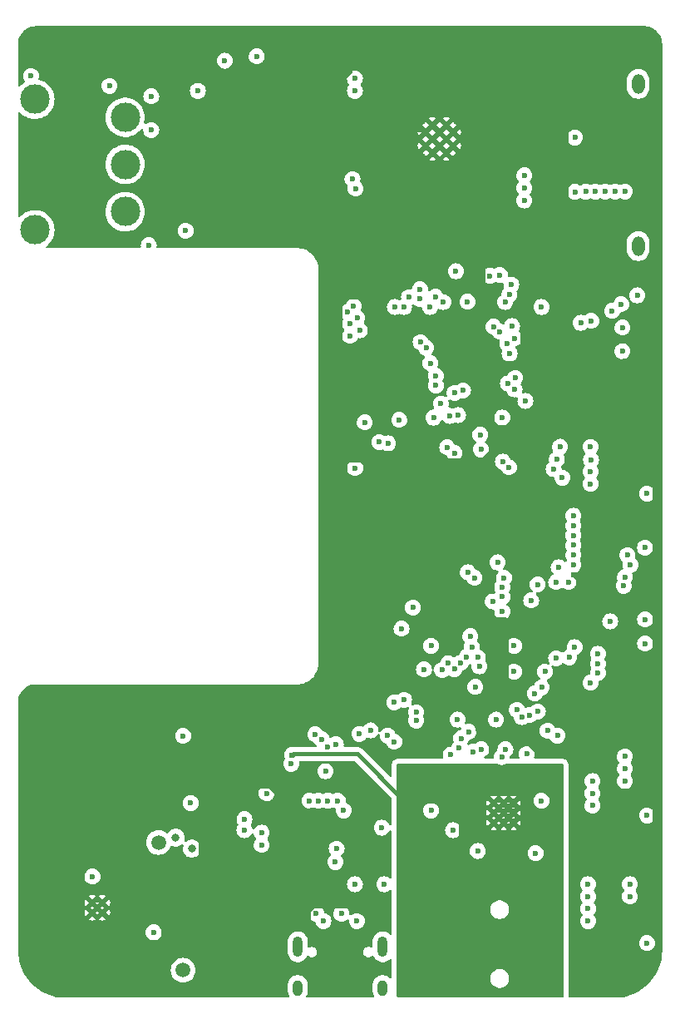
<source format=gbr>
%TF.GenerationSoftware,KiCad,Pcbnew,8.0.9*%
%TF.CreationDate,2025-05-02T13:50:10-07:00*%
%TF.ProjectId,EV12 Board Design,45563132-2042-46f6-9172-642044657369,EV12*%
%TF.SameCoordinates,Original*%
%TF.FileFunction,Copper,L2,Inr*%
%TF.FilePolarity,Positive*%
%FSLAX46Y46*%
G04 Gerber Fmt 4.6, Leading zero omitted, Abs format (unit mm)*
G04 Created by KiCad (PCBNEW 8.0.9) date 2025-05-02 13:50:10*
%MOMM*%
%LPD*%
G01*
G04 APERTURE LIST*
%TA.AperFunction,ComponentPad*%
%ADD10O,1.300000X2.000000*%
%TD*%
%TA.AperFunction,ComponentPad*%
%ADD11C,1.500000*%
%TD*%
%TA.AperFunction,HeatsinkPad*%
%ADD12C,0.500000*%
%TD*%
%TA.AperFunction,ComponentPad*%
%ADD13C,3.000000*%
%TD*%
%TA.AperFunction,HeatsinkPad*%
%ADD14C,0.600000*%
%TD*%
%TA.AperFunction,ComponentPad*%
%ADD15O,1.000000X1.600000*%
%TD*%
%TA.AperFunction,ComponentPad*%
%ADD16O,1.000000X2.100000*%
%TD*%
%TA.AperFunction,ComponentPad*%
%ADD17C,0.600000*%
%TD*%
%TA.AperFunction,ViaPad*%
%ADD18C,0.600000*%
%TD*%
%TA.AperFunction,ViaPad*%
%ADD19C,0.800000*%
%TD*%
%TA.AperFunction,Conductor*%
%ADD20C,0.381000*%
%TD*%
G04 APERTURE END LIST*
D10*
%TO.N,N/C*%
%TO.C,SW2*%
X177360000Y-52090000D03*
%TD*%
%TO.N,N/C*%
%TO.C,SW1*%
X177360000Y-68590000D03*
%TD*%
D11*
%TO.N,Net-(SW6-C)*%
%TO.C,TP1*%
X128510000Y-129290000D03*
%TD*%
%TO.N,Net-(U7-VIN)*%
%TO.C,TP2*%
X131010000Y-142290000D03*
%TD*%
D12*
%TO.N,GNDA*%
%TO.C,U6*%
X162647500Y-125290000D03*
X162647500Y-126290000D03*
X162647500Y-127290000D03*
X163647500Y-125290000D03*
X163647500Y-126290000D03*
X163647500Y-127290000D03*
X164647500Y-125290000D03*
X164647500Y-126290000D03*
X164647500Y-127290000D03*
%TD*%
D13*
%TO.N,N/C*%
%TO.C,SW6*%
X115910000Y-66940000D03*
X115910000Y-53640000D03*
%TO.N,Net-(SW6-C)*%
X125110000Y-55490000D03*
%TO.N,Net-(D2-K)*%
X125110000Y-60290000D03*
%TO.N,unconnected-(SW6-A-Pad1)*%
X125110000Y-65090000D03*
%TD*%
D14*
%TO.N,GND*%
%TO.C,U11*%
X158510000Y-58390000D03*
X158510000Y-56990000D03*
X157810000Y-59090000D03*
X157810000Y-57690000D03*
X157810000Y-56290000D03*
X157110000Y-58390000D03*
X157110000Y-56990000D03*
X156410000Y-59090000D03*
X156410000Y-57690000D03*
X156410000Y-56290000D03*
X155710000Y-58390000D03*
X155710000Y-56990000D03*
%TD*%
D15*
%TO.N,unconnected-(J9-SHIELD-PadS1)*%
%TO.C,J9*%
X151320000Y-144096000D03*
D16*
%TO.N,unconnected-(J9-SHIELD-PadS1)_2*%
X151320000Y-139916000D03*
D15*
%TO.N,unconnected-(J9-SHIELD-PadS1)_3*%
X142680000Y-144096000D03*
D16*
%TO.N,unconnected-(J9-SHIELD-PadS1)_1*%
X142680000Y-139916000D03*
%TD*%
D17*
%TO.N,GND*%
%TO.C,U7*%
X121770000Y-136430000D03*
X122770000Y-136430000D03*
X122270000Y-135930000D03*
X121770000Y-135430000D03*
X122770000Y-135430000D03*
%TD*%
D18*
%TO.N,+3.3VA*%
X164260000Y-79540000D03*
X158510000Y-128040000D03*
X156260000Y-126040000D03*
X166915330Y-130384670D03*
X161010000Y-130160000D03*
%TO.N,+3.3V*%
X148525297Y-91184629D03*
X178260000Y-139540000D03*
X138510000Y-49290000D03*
X175760000Y-76890000D03*
X170260000Y-102790000D03*
X161348394Y-89290000D03*
X163510000Y-86040000D03*
X121770000Y-132760000D03*
X166010000Y-120290000D03*
X139510000Y-124290000D03*
X167510000Y-125040000D03*
X178060000Y-106585995D03*
X127760000Y-56790000D03*
X178060000Y-109040000D03*
X153510000Y-114790000D03*
X178060000Y-99290000D03*
X159979881Y-74259881D03*
X178260000Y-126540000D03*
X151260000Y-127790000D03*
X153260000Y-107540000D03*
X170910000Y-57540000D03*
X148510000Y-51540000D03*
X131785000Y-125290000D03*
X128010000Y-138446406D03*
X152585000Y-74790000D03*
X147369500Y-126040000D03*
X127760000Y-53353500D03*
X142010000Y-121290000D03*
X163510000Y-105790000D03*
X115510000Y-51290000D03*
X162885000Y-116790000D03*
X154411823Y-105388177D03*
X149510000Y-86540000D03*
X174510000Y-106790000D03*
X178260000Y-93790000D03*
%TO.N,VBUS*%
X144550000Y-136540000D03*
X147140500Y-136540000D03*
%TO.N,GND*%
X119010000Y-141290000D03*
X179010000Y-114290000D03*
X159816750Y-90375440D03*
X142760000Y-133790000D03*
X148010000Y-50790000D03*
X152010000Y-105790000D03*
X125510000Y-50540000D03*
X154510000Y-104290000D03*
X179010000Y-86290000D03*
X118010000Y-125290000D03*
X125260000Y-135923250D03*
X161010000Y-74790000D03*
X120010000Y-141290000D03*
X128261398Y-142686062D03*
X151260000Y-130540000D03*
X149510000Y-88290000D03*
X162510000Y-106290000D03*
X138199644Y-143993928D03*
X136010000Y-123540000D03*
X126260000Y-126790000D03*
X143760000Y-137290000D03*
X176260000Y-124290000D03*
X119893139Y-135290000D03*
X119022511Y-134975099D03*
X127420270Y-140674873D03*
X170510000Y-51790000D03*
X132760000Y-116290000D03*
X164229669Y-80570331D03*
X120010000Y-142290000D03*
X156010000Y-69290000D03*
X179010000Y-104290000D03*
X138216401Y-140133763D03*
X119841580Y-136394600D03*
X117501096Y-126031811D03*
X144196500Y-126040000D03*
X149260000Y-114883750D03*
X126539200Y-140686621D03*
X150260000Y-137040000D03*
X128263748Y-140681922D03*
X150260000Y-135540000D03*
X138216401Y-142883763D03*
X124657571Y-135353492D03*
X140010000Y-121790000D03*
X138213558Y-142054511D03*
X170760000Y-102040000D03*
X126510000Y-130290000D03*
X118010000Y-126790000D03*
X125427655Y-135065676D03*
X161010000Y-117705086D03*
X126010000Y-131290000D03*
X118010000Y-128790000D03*
X176010000Y-80290000D03*
X163010000Y-88790000D03*
X119010000Y-142290000D03*
X128261398Y-141572390D03*
X117510000Y-127790000D03*
X130010000Y-133290000D03*
X126510000Y-128290000D03*
X139760000Y-49290000D03*
X171010000Y-66190000D03*
X119102134Y-136754534D03*
X138228495Y-141131883D03*
X149010000Y-73815500D03*
X134260000Y-66040000D03*
X125470505Y-136831340D03*
X126010000Y-125290000D03*
X136510000Y-52790000D03*
X120010000Y-140290000D03*
X176510000Y-137310000D03*
X124695164Y-136598738D03*
X167260000Y-120290000D03*
X119260000Y-135790000D03*
X126010000Y-129290000D03*
%TO.N,/UI_BOOT0*%
X161260000Y-87790000D03*
X175886545Y-103166545D03*
X163510000Y-104290000D03*
%TO.N,/MCLK*%
X167869495Y-111911696D03*
X164713156Y-111911696D03*
%TO.N,/MGMT_BOOT*%
X160682092Y-102353500D03*
X170885830Y-109414170D03*
X132510000Y-52790000D03*
X163823500Y-74290000D03*
X172510000Y-113040000D03*
X123510000Y-52290000D03*
X169010000Y-110540000D03*
%TO.N,/MGMT_NRST*%
X155541069Y-111674469D03*
X170338920Y-110461080D03*
X135262005Y-49726500D03*
X152510000Y-115040000D03*
X164241224Y-73558776D03*
X173260000Y-112040000D03*
%TO.N,/LEDA_R*%
X157387000Y-111726500D03*
X148010000Y-77726500D03*
%TO.N,/DISP_BL*%
X164189575Y-91110425D03*
X170760000Y-96040000D03*
%TO.N,/LEDA_G*%
X158010000Y-111040000D03*
X149010000Y-77163000D03*
%TO.N,/BATTERY_MON*%
X131260000Y-67040000D03*
X156148500Y-74790000D03*
%TO.N,/LEDA_B*%
X148010000Y-76472851D03*
X158630321Y-111660321D03*
%TO.N,/DISP_DC*%
X158639431Y-89660569D03*
X170760000Y-98040000D03*
%TO.N,/DISP_CS*%
X157900500Y-89083608D03*
X170760000Y-99040000D03*
%TO.N,/KB_ROW5*%
X145127900Y-118790000D03*
X155137000Y-72993374D03*
%TO.N,/KB_ROW4*%
X144478398Y-118294679D03*
X155196823Y-78359493D03*
%TO.N,/KB_ROW6*%
X145721719Y-119538000D03*
X155137000Y-73963396D03*
%TO.N,/KB_ROW7*%
X153510000Y-74790000D03*
X145510000Y-122040000D03*
%TO.N,/LEDB_R*%
X148742640Y-75909352D03*
X159305321Y-110985321D03*
%TO.N,/LEDB_G*%
X147768106Y-75302447D03*
X159873416Y-110417226D03*
%TO.N,Net-(J9-CC1)*%
X145300000Y-137290000D03*
X148510000Y-133540000D03*
%TO.N,Net-(J9-CC2)*%
X148700000Y-137290000D03*
X151510000Y-133540000D03*
%TO.N,/LEDB_B*%
X160412383Y-109384332D03*
X148383000Y-74711005D03*
%TO.N,/NET_LED_B*%
X165760000Y-63960819D03*
X173010000Y-63040000D03*
%TO.N,/NET_LED_G*%
X165760000Y-62673134D03*
X172010000Y-63040000D03*
%TO.N,/USB_DTR*%
X158957633Y-116791721D03*
X139010000Y-129540000D03*
X146760000Y-125040000D03*
X160760000Y-113462613D03*
%TO.N,/USB_RTS*%
X139010000Y-128290000D03*
X145760000Y-125040000D03*
%TO.N,/NET_LED_R*%
X165760000Y-61400000D03*
X170910000Y-63070319D03*
%TO.N,/NET_STAT*%
X160260000Y-108290000D03*
X162612371Y-76795624D03*
%TO.N,/NET_BOOT*%
X163042500Y-100790000D03*
X172585000Y-76215000D03*
X167510000Y-74790000D03*
X169260000Y-101290000D03*
%TO.N,/MGMT_SWDIO*%
X173260000Y-111090000D03*
X164713156Y-109290000D03*
%TO.N,/MGMT_SWCLK*%
X173260000Y-110090000D03*
X162540331Y-104759669D03*
%TO.N,/I2S_DACLRC*%
X176510000Y-133540000D03*
X160533455Y-120063455D03*
X165010000Y-115790000D03*
X163461000Y-120603500D03*
%TO.N,/UI_BOOT1*%
X167112500Y-103026500D03*
X156760000Y-81790000D03*
X160010000Y-101790000D03*
X164760000Y-77985672D03*
%TO.N,/I2S_BCLK*%
X176510000Y-134790000D03*
X163834000Y-119813086D03*
X165510000Y-116540000D03*
X161369636Y-119813086D03*
%TO.N,/I2S_ADCDAT*%
X172260000Y-133540000D03*
X166305217Y-116335217D03*
%TO.N,/I2S_DACDAT*%
X172260000Y-134790000D03*
X167137986Y-115964896D03*
%TO.N,/USB_TX1_MGMT*%
X143885000Y-125040000D03*
X137262807Y-126919921D03*
X148963090Y-118243090D03*
X176010000Y-120540000D03*
X161033455Y-110454500D03*
%TO.N,/USB_RX1_MGMT*%
X172708500Y-125540000D03*
X150111545Y-117891545D03*
X144760000Y-125040000D03*
X161191146Y-111370057D03*
X137260000Y-128040000D03*
%TO.N,Net-(D2-A)*%
X131010000Y-118440000D03*
D19*
X131895613Y-129927387D03*
D18*
%TO.N,/NET_TX1_MGMT*%
X169130321Y-118419679D03*
X160084633Y-118032086D03*
%TO.N,/NET_RX1_MGMT*%
X159309573Y-118693517D03*
X168130321Y-117919679D03*
X175760000Y-79290000D03*
X174710000Y-75190000D03*
%TO.N,/SPI1_CLK*%
X159010000Y-85790000D03*
X170760000Y-100040000D03*
%TO.N,/SPI1_MOSI*%
X170760000Y-101040000D03*
X158148500Y-85876976D03*
%TO.N,Net-(U1-PC0)*%
X177260000Y-73613000D03*
X164086018Y-82570195D03*
%TO.N,Net-(U1-PC1)*%
X164836584Y-82006695D03*
X175630413Y-74513505D03*
%TO.N,/NET_MTDI*%
X172510000Y-89040000D03*
X169401500Y-89019674D03*
%TO.N,/NET_MTCK*%
X168748327Y-91289173D03*
X172510000Y-91540000D03*
%TO.N,/NET_MTDO*%
X169074500Y-90290000D03*
X172550000Y-90330000D03*
%TO.N,/NET_MTMS*%
X169629577Y-92170424D03*
X172510000Y-92790000D03*
%TO.N,Net-(U1-PB10)*%
X154010000Y-73790000D03*
X146571681Y-119294969D03*
%TO.N,/NET_NRST*%
X164439360Y-72516270D03*
X171510000Y-76399500D03*
X148510000Y-52790000D03*
X163696500Y-102353500D03*
X169010000Y-102790000D03*
D19*
%TO.N,Net-(D2-K)*%
X130260000Y-128790000D03*
D18*
%TO.N,/USB_CC2_DETECT*%
X167532547Y-113505872D03*
X151845410Y-118430500D03*
%TO.N,/USB_CC1_DETECT*%
X152510000Y-119040000D03*
X166821156Y-114129357D03*
%TO.N,/DISP_RST*%
X170760000Y-97040000D03*
X163574529Y-90536131D03*
%TO.N,/UI_NRST*%
X163510000Y-103290000D03*
X166458500Y-104663000D03*
X176010000Y-102290000D03*
X164760000Y-83180500D03*
X165870409Y-84353500D03*
%TO.N,/UI_SWCLK*%
X156513946Y-86053305D03*
X176263424Y-100040000D03*
%TO.N,/UI_SWDIO*%
X157268850Y-84633439D03*
X176560000Y-101040000D03*
%TO.N,/UI_SCL*%
X151885000Y-88665000D03*
X172260000Y-136040000D03*
X159135000Y-119665000D03*
X146645000Y-129925000D03*
%TO.N,/UI_SDA*%
X172260000Y-137290000D03*
X158260000Y-120353500D03*
X146510000Y-131290000D03*
X151010000Y-88540000D03*
%TO.N,/UI_TX2_NET*%
X148573500Y-62739863D03*
X163260000Y-71540000D03*
X176010000Y-123040000D03*
X159510000Y-83290000D03*
%TO.N,/UI_TX1_MGMT*%
X154760000Y-116893000D03*
X172708500Y-123040000D03*
%TO.N,/UI_RX2_NET*%
X148260000Y-61790000D03*
X162260000Y-71617070D03*
X158648500Y-83540000D03*
X176010000Y-121790000D03*
%TO.N,/UI_RX1_MGMT*%
X154760000Y-116040000D03*
X172708500Y-124290000D03*
%TO.N,/UI_LED_B*%
X163260000Y-77290000D03*
X176010000Y-63040000D03*
%TO.N,/UI_LED_G*%
X164031434Y-78549172D03*
X156760000Y-82790000D03*
X175010000Y-63040000D03*
X164510000Y-76726500D03*
%TO.N,/UI_LED_R*%
X174010000Y-63040000D03*
X158792500Y-71155000D03*
%TO.N,/UI_DEBUG_1*%
X155773174Y-78944024D03*
X156712000Y-73748342D03*
%TO.N,/UI_DEBUG_2*%
X157510000Y-74290000D03*
X156196500Y-80516545D03*
%TO.N,/UI_STAT*%
X153022954Y-86290000D03*
X156260000Y-109290000D03*
%TO.N,GNDA*%
X168510000Y-130412814D03*
X159260000Y-129290000D03*
X142107822Y-120383729D03*
X169260000Y-124540000D03*
X159260000Y-126290000D03*
X165900500Y-132149500D03*
X159489670Y-125060330D03*
X161760000Y-132149500D03*
%TO.N,Net-(SW6-C)*%
X127510000Y-68500000D03*
%TD*%
D20*
%TO.N,GND*%
X170010000Y-66290000D02*
X170010000Y-68590000D01*
X170010000Y-68590000D02*
X171410000Y-69990000D01*
X179010000Y-72990000D02*
X179010000Y-81540000D01*
X162710000Y-69990000D02*
X176010000Y-69990000D01*
X176010000Y-69990000D02*
X179010000Y-72990000D01*
X162010000Y-69290000D02*
X162710000Y-69990000D01*
X165510000Y-79790000D02*
X165510000Y-70090000D01*
X164729669Y-80570331D02*
X165510000Y-79790000D01*
X164229669Y-80570331D02*
X164729669Y-80570331D01*
X170110000Y-66190000D02*
X170010000Y-66290000D01*
X171010000Y-66190000D02*
X170110000Y-66190000D01*
X130010000Y-133290000D02*
X132260000Y-133290000D01*
X179010000Y-92040000D02*
X179010000Y-98790000D01*
X151510000Y-105290000D02*
X151510000Y-104290000D01*
X147260000Y-56790000D02*
X147010000Y-56540000D01*
X134260000Y-66040000D02*
X146760000Y-66040000D01*
X147010000Y-89790000D02*
X147010000Y-104290000D01*
X151966250Y-105833750D02*
X152010000Y-105790000D01*
X179010000Y-114290000D02*
X179010000Y-124790000D01*
X150260000Y-135540000D02*
X150260000Y-131540000D01*
X136010000Y-123540000D02*
X132760000Y-123540000D01*
X151510000Y-104290000D02*
X147010000Y-104290000D01*
X136010000Y-123540000D02*
X139260000Y-123540000D01*
X138216401Y-140133763D02*
X138216401Y-136496401D01*
X132760000Y-135040000D02*
X132760000Y-133790000D01*
X147010000Y-73790000D02*
X147010000Y-69040000D01*
X150260000Y-131540000D02*
X151260000Y-130540000D01*
X139260000Y-52790000D02*
X139260000Y-49790000D01*
X154010000Y-104290000D02*
X160510000Y-104290000D01*
X163760000Y-106540000D02*
X163963156Y-106743156D01*
X161096914Y-117792000D02*
X164762000Y-117792000D01*
X152010000Y-105790000D02*
X151510000Y-105290000D01*
X176760000Y-124790000D02*
X176260000Y-124290000D01*
X147353750Y-114883750D02*
X147010000Y-114540000D01*
X179010000Y-102790000D02*
X179010000Y-104290000D01*
X133510000Y-135790000D02*
X132760000Y-135040000D01*
X146635000Y-115540000D02*
X133510000Y-115540000D01*
X179010000Y-124790000D02*
X176760000Y-124790000D01*
X150260000Y-136479339D02*
X149570661Y-135790000D01*
X139510000Y-123290000D02*
X139260000Y-123540000D01*
X149570661Y-135790000D02*
X144239339Y-135790000D01*
X153510000Y-104290000D02*
X154010000Y-104290000D01*
X162510000Y-106290000D02*
X162760000Y-106540000D01*
X162760000Y-106540000D02*
X163760000Y-106540000D01*
X147010000Y-115165000D02*
X146635000Y-115540000D01*
X147010000Y-88040000D02*
X147010000Y-73790000D01*
X147010000Y-51790000D02*
X147010000Y-52790000D01*
X179010000Y-104290000D02*
X179010000Y-109540000D01*
X143760000Y-136269339D02*
X143760000Y-137290000D01*
X147010000Y-88040000D02*
X147010000Y-89790000D01*
X137510000Y-135790000D02*
X133510000Y-135790000D01*
X179010000Y-102790000D02*
X177510000Y-104290000D01*
X133760000Y-50540000D02*
X125510000Y-50540000D01*
X149510000Y-88290000D02*
X147260000Y-88290000D01*
X159816750Y-90375440D02*
X159902190Y-90290000D01*
X138216401Y-136496401D02*
X137510000Y-135790000D01*
X139760000Y-123540000D02*
X139260000Y-123540000D01*
X146760000Y-66040000D02*
X147010000Y-66290000D01*
X147010000Y-56540000D02*
X147010000Y-52790000D01*
X132760000Y-116290000D02*
X133510000Y-115540000D01*
X142260000Y-126040000D02*
X139760000Y-123540000D01*
X179010000Y-136540000D02*
X179010000Y-124790000D01*
X164762000Y-117792000D02*
X167260000Y-120290000D01*
X155910000Y-56790000D02*
X147260000Y-56790000D01*
X163963156Y-116993156D02*
X164762000Y-117792000D01*
X177760000Y-80290000D02*
X179010000Y-81540000D01*
X170010000Y-66290000D02*
X170010000Y-52290000D01*
X144239339Y-135790000D02*
X143760000Y-136269339D01*
X147010000Y-69040000D02*
X147010000Y-56540000D01*
X161010000Y-74790000D02*
X161510000Y-74290000D01*
X149260000Y-114883750D02*
X147353750Y-114883750D01*
X153510000Y-104290000D02*
X151510000Y-104290000D01*
X150260000Y-137040000D02*
X150260000Y-135540000D01*
X132760000Y-123540000D02*
X132760000Y-116290000D01*
X161510000Y-90290000D02*
X163010000Y-88790000D01*
X146510000Y-52790000D02*
X139260000Y-52790000D01*
X139260000Y-49790000D02*
X139760000Y-49290000D01*
X173010000Y-104290000D02*
X170760000Y-102040000D01*
X142760000Y-135290000D02*
X142760000Y-133790000D01*
X159902190Y-90290000D02*
X161510000Y-90290000D01*
X163963156Y-106743156D02*
X163963156Y-116993156D01*
X178240000Y-137310000D02*
X179010000Y-136540000D01*
X147260000Y-69290000D02*
X147010000Y-69040000D01*
X140010000Y-122790000D02*
X139510000Y-123290000D01*
X132760000Y-123540000D02*
X132760000Y-125290000D01*
X156410000Y-56290000D02*
X155910000Y-56790000D01*
X179010000Y-81540000D02*
X179010000Y-92040000D01*
X144239339Y-135790000D02*
X143260000Y-135790000D01*
X156010000Y-69290000D02*
X162010000Y-69290000D01*
X147010000Y-53290000D02*
X146510000Y-52790000D01*
X140010000Y-121790000D02*
X140010000Y-122790000D01*
X136510000Y-52790000D02*
X139260000Y-52790000D01*
X156010000Y-69290000D02*
X147260000Y-69290000D01*
X132260000Y-133290000D02*
X132760000Y-133790000D01*
X149010000Y-73815500D02*
X148984500Y-73790000D01*
X161510000Y-69790000D02*
X162010000Y-69290000D01*
X179010000Y-98790000D02*
X179010000Y-102790000D01*
X147627072Y-90407072D02*
X147010000Y-89790000D01*
X143260000Y-135790000D02*
X137510000Y-135790000D01*
X176010000Y-80290000D02*
X177760000Y-80290000D01*
X159816750Y-90375440D02*
X159785118Y-90407072D01*
X161510000Y-74290000D02*
X161510000Y-69790000D01*
X179010000Y-109540000D02*
X179010000Y-114290000D01*
X159785118Y-90407072D02*
X147627072Y-90407072D01*
X177510000Y-104290000D02*
X173010000Y-104290000D01*
X147010000Y-104290000D02*
X147010000Y-115165000D01*
X176510000Y-137310000D02*
X178240000Y-137310000D01*
X132760000Y-125290000D02*
X132760000Y-133790000D01*
X144196500Y-126040000D02*
X142260000Y-126040000D01*
X136010000Y-52790000D02*
X133760000Y-50540000D01*
X136510000Y-52790000D02*
X136010000Y-52790000D01*
X143260000Y-135790000D02*
X142760000Y-135290000D01*
X148010000Y-50790000D02*
X147010000Y-51790000D01*
X154010000Y-104290000D02*
X154510000Y-104290000D01*
X146510000Y-135540000D02*
X146760000Y-135790000D01*
X170010000Y-52290000D02*
X170510000Y-51790000D01*
X160510000Y-104290000D02*
X162510000Y-106290000D01*
X161010000Y-117705086D02*
X161096914Y-117792000D01*
X150260000Y-137040000D02*
X150260000Y-136479339D01*
X147260000Y-88290000D02*
X147010000Y-88040000D01*
X148984500Y-73790000D02*
X147010000Y-73790000D01*
%TO.N,GNDA*%
X153510000Y-125040000D02*
X159469340Y-125040000D01*
X169260000Y-129662814D02*
X169260000Y-124540000D01*
X166773314Y-132149500D02*
X165900500Y-132149500D01*
X168510000Y-130412814D02*
X169260000Y-129662814D01*
X148760000Y-120290000D02*
X153510000Y-125040000D01*
X142107822Y-120383729D02*
X142166271Y-120383729D01*
X142166271Y-120383729D02*
X142260000Y-120290000D01*
X159260000Y-125290000D02*
X159489670Y-125060330D01*
X159260000Y-126290000D02*
X159260000Y-125290000D01*
X159869500Y-132149500D02*
X161760000Y-132149500D01*
X159260000Y-129290000D02*
X159260000Y-126290000D01*
X168510000Y-130412814D02*
X166773314Y-132149500D01*
X165900500Y-132149500D02*
X161760000Y-132149500D01*
X159260000Y-129290000D02*
X159260000Y-131540000D01*
X142260000Y-120290000D02*
X148760000Y-120290000D01*
X159260000Y-131540000D02*
X159869500Y-132149500D01*
X159469340Y-125040000D02*
X159489670Y-125060330D01*
%TD*%
%TA.AperFunction,Conductor*%
%TO.N,GNDA*%
G36*
X163064160Y-121309006D02*
G01*
X163107985Y-121336543D01*
X163279953Y-121396717D01*
X163279958Y-121396718D01*
X163460996Y-121417116D01*
X163461000Y-121417116D01*
X163461004Y-121417116D01*
X163642041Y-121396718D01*
X163642044Y-121396717D01*
X163642047Y-121396717D01*
X163814015Y-121336543D01*
X163857840Y-121309006D01*
X163923812Y-121290000D01*
X169636000Y-121290000D01*
X169703039Y-121309685D01*
X169748794Y-121362489D01*
X169760000Y-121414000D01*
X169760000Y-144916000D01*
X169740315Y-144983039D01*
X169687511Y-145028794D01*
X169636000Y-145040000D01*
X152884000Y-145040000D01*
X152816961Y-145020315D01*
X152771206Y-144967511D01*
X152760000Y-144916000D01*
X152760000Y-143046379D01*
X162309500Y-143046379D01*
X162309500Y-143233620D01*
X162346025Y-143417243D01*
X162346027Y-143417251D01*
X162417676Y-143590228D01*
X162417681Y-143590237D01*
X162521697Y-143745907D01*
X162521700Y-143745911D01*
X162654088Y-143878299D01*
X162654092Y-143878302D01*
X162809762Y-143982318D01*
X162809768Y-143982321D01*
X162809769Y-143982322D01*
X162982749Y-144053973D01*
X163166379Y-144090499D01*
X163166383Y-144090500D01*
X163166384Y-144090500D01*
X163353617Y-144090500D01*
X163353618Y-144090499D01*
X163537251Y-144053973D01*
X163710231Y-143982322D01*
X163865908Y-143878302D01*
X163998302Y-143745908D01*
X164102322Y-143590231D01*
X164173973Y-143417251D01*
X164210500Y-143233616D01*
X164210500Y-143046384D01*
X164173973Y-142862749D01*
X164102322Y-142689769D01*
X164102321Y-142689768D01*
X164102318Y-142689762D01*
X163998302Y-142534092D01*
X163998299Y-142534088D01*
X163865911Y-142401700D01*
X163865907Y-142401697D01*
X163710237Y-142297681D01*
X163710228Y-142297676D01*
X163537251Y-142226027D01*
X163537243Y-142226025D01*
X163353620Y-142189500D01*
X163353616Y-142189500D01*
X163166384Y-142189500D01*
X163166379Y-142189500D01*
X162982756Y-142226025D01*
X162982748Y-142226027D01*
X162809771Y-142297676D01*
X162809762Y-142297681D01*
X162654092Y-142401697D01*
X162654088Y-142401700D01*
X162521700Y-142534088D01*
X162521697Y-142534092D01*
X162417681Y-142689762D01*
X162417676Y-142689771D01*
X162346027Y-142862748D01*
X162346025Y-142862756D01*
X162309500Y-143046379D01*
X152760000Y-143046379D01*
X152760000Y-136046379D01*
X162309500Y-136046379D01*
X162309500Y-136233620D01*
X162346025Y-136417243D01*
X162346027Y-136417251D01*
X162417676Y-136590228D01*
X162417681Y-136590237D01*
X162521697Y-136745907D01*
X162521700Y-136745911D01*
X162654088Y-136878299D01*
X162654092Y-136878302D01*
X162809762Y-136982318D01*
X162809768Y-136982321D01*
X162809769Y-136982322D01*
X162982749Y-137053973D01*
X163166379Y-137090499D01*
X163166383Y-137090500D01*
X163166384Y-137090500D01*
X163353617Y-137090500D01*
X163353618Y-137090499D01*
X163537251Y-137053973D01*
X163710231Y-136982322D01*
X163865908Y-136878302D01*
X163998302Y-136745908D01*
X164102322Y-136590231D01*
X164173973Y-136417251D01*
X164210500Y-136233616D01*
X164210500Y-136046384D01*
X164173973Y-135862749D01*
X164102322Y-135689769D01*
X164102321Y-135689768D01*
X164102318Y-135689762D01*
X163998302Y-135534092D01*
X163998299Y-135534088D01*
X163865911Y-135401700D01*
X163865907Y-135401697D01*
X163710237Y-135297681D01*
X163710228Y-135297676D01*
X163537251Y-135226027D01*
X163537243Y-135226025D01*
X163353620Y-135189500D01*
X163353616Y-135189500D01*
X163166384Y-135189500D01*
X163166379Y-135189500D01*
X162982756Y-135226025D01*
X162982748Y-135226027D01*
X162809771Y-135297676D01*
X162809762Y-135297681D01*
X162654092Y-135401697D01*
X162654088Y-135401700D01*
X162521700Y-135534088D01*
X162521697Y-135534092D01*
X162417681Y-135689762D01*
X162417676Y-135689771D01*
X162346027Y-135862748D01*
X162346025Y-135862756D01*
X162309500Y-136046379D01*
X152760000Y-136046379D01*
X152760000Y-130159996D01*
X160196384Y-130159996D01*
X160196384Y-130160003D01*
X160216781Y-130341041D01*
X160216782Y-130341046D01*
X160232047Y-130384670D01*
X160276957Y-130513015D01*
X160373889Y-130667281D01*
X160502719Y-130796111D01*
X160656985Y-130893043D01*
X160828953Y-130953217D01*
X160828958Y-130953218D01*
X161009996Y-130973616D01*
X161010000Y-130973616D01*
X161010004Y-130973616D01*
X161191041Y-130953218D01*
X161191044Y-130953217D01*
X161191047Y-130953217D01*
X161363015Y-130893043D01*
X161517281Y-130796111D01*
X161646111Y-130667281D01*
X161743043Y-130513015D01*
X161787954Y-130384666D01*
X166101714Y-130384666D01*
X166101714Y-130384673D01*
X166122111Y-130565711D01*
X166122112Y-130565716D01*
X166182288Y-130737687D01*
X166279219Y-130891951D01*
X166408049Y-131020781D01*
X166562315Y-131117713D01*
X166734283Y-131177887D01*
X166734288Y-131177888D01*
X166915326Y-131198286D01*
X166915330Y-131198286D01*
X166915334Y-131198286D01*
X167096371Y-131177888D01*
X167096374Y-131177887D01*
X167096377Y-131177887D01*
X167268345Y-131117713D01*
X167422611Y-131020781D01*
X167551441Y-130891951D01*
X167648373Y-130737685D01*
X167708547Y-130565717D01*
X167728946Y-130384670D01*
X167724030Y-130341041D01*
X167708548Y-130203628D01*
X167708547Y-130203623D01*
X167693284Y-130160003D01*
X167648373Y-130031655D01*
X167551441Y-129877389D01*
X167422611Y-129748559D01*
X167270083Y-129652719D01*
X167268347Y-129651628D01*
X167268346Y-129651627D01*
X167268345Y-129651627D01*
X167214023Y-129632619D01*
X167096376Y-129591452D01*
X167096371Y-129591451D01*
X166915334Y-129571054D01*
X166915326Y-129571054D01*
X166734288Y-129591451D01*
X166734283Y-129591452D01*
X166562312Y-129651628D01*
X166408048Y-129748559D01*
X166279219Y-129877388D01*
X166182288Y-130031652D01*
X166122112Y-130203623D01*
X166122111Y-130203628D01*
X166101714Y-130384666D01*
X161787954Y-130384666D01*
X161803217Y-130341047D01*
X161803218Y-130341041D01*
X161823616Y-130160003D01*
X161823616Y-130159996D01*
X161803218Y-129978958D01*
X161803217Y-129978953D01*
X161767678Y-129877389D01*
X161743043Y-129806985D01*
X161646111Y-129652719D01*
X161517281Y-129523889D01*
X161363015Y-129426957D01*
X161308693Y-129407949D01*
X161191046Y-129366782D01*
X161191041Y-129366781D01*
X161010004Y-129346384D01*
X161009996Y-129346384D01*
X160828958Y-129366781D01*
X160828953Y-129366782D01*
X160656982Y-129426958D01*
X160502718Y-129523889D01*
X160373889Y-129652718D01*
X160276958Y-129806982D01*
X160216782Y-129978953D01*
X160216781Y-129978958D01*
X160196384Y-130159996D01*
X152760000Y-130159996D01*
X152760000Y-128039996D01*
X157696384Y-128039996D01*
X157696384Y-128040003D01*
X157716781Y-128221041D01*
X157716782Y-128221046D01*
X157757949Y-128338693D01*
X157776957Y-128393015D01*
X157873889Y-128547281D01*
X158002719Y-128676111D01*
X158156985Y-128773043D01*
X158328953Y-128833217D01*
X158328958Y-128833218D01*
X158509996Y-128853616D01*
X158510000Y-128853616D01*
X158510004Y-128853616D01*
X158691041Y-128833218D01*
X158691044Y-128833217D01*
X158691047Y-128833217D01*
X158863015Y-128773043D01*
X159017281Y-128676111D01*
X159146111Y-128547281D01*
X159243043Y-128393015D01*
X159303217Y-128221047D01*
X159303218Y-128221041D01*
X159323616Y-128040003D01*
X159323616Y-128039996D01*
X159315759Y-127970267D01*
X162320784Y-127970267D01*
X162479553Y-128025823D01*
X162479558Y-128025824D01*
X162647496Y-128044746D01*
X162647504Y-128044746D01*
X162815438Y-128025824D01*
X162815443Y-128025823D01*
X162974213Y-127970267D01*
X162974214Y-127970267D01*
X163320784Y-127970267D01*
X163479553Y-128025823D01*
X163479558Y-128025824D01*
X163647496Y-128044746D01*
X163647504Y-128044746D01*
X163815438Y-128025824D01*
X163815443Y-128025823D01*
X163974213Y-127970267D01*
X163974214Y-127970267D01*
X164320784Y-127970267D01*
X164479553Y-128025823D01*
X164479558Y-128025824D01*
X164647496Y-128044746D01*
X164647504Y-128044746D01*
X164815438Y-128025824D01*
X164815443Y-128025823D01*
X164974213Y-127970267D01*
X164974214Y-127970267D01*
X164647501Y-127643554D01*
X164647500Y-127643554D01*
X164320784Y-127970267D01*
X163974214Y-127970267D01*
X163647501Y-127643554D01*
X163647500Y-127643554D01*
X163320784Y-127970267D01*
X162974214Y-127970267D01*
X162647501Y-127643554D01*
X162647500Y-127643554D01*
X162320784Y-127970267D01*
X159315759Y-127970267D01*
X159303218Y-127858958D01*
X159303217Y-127858953D01*
X159243043Y-127686985D01*
X159146111Y-127532719D01*
X159017281Y-127403889D01*
X158926178Y-127346645D01*
X158863017Y-127306958D01*
X158863016Y-127306957D01*
X158863015Y-127306957D01*
X158814543Y-127289996D01*
X161892754Y-127289996D01*
X161892754Y-127290003D01*
X161911676Y-127457944D01*
X161967231Y-127616713D01*
X162293946Y-127290000D01*
X162274055Y-127270109D01*
X162547500Y-127270109D01*
X162547500Y-127309891D01*
X162562724Y-127346645D01*
X162590855Y-127374776D01*
X162627609Y-127390000D01*
X162667391Y-127390000D01*
X162704145Y-127374776D01*
X162732276Y-127346645D01*
X162747500Y-127309891D01*
X162747500Y-127290000D01*
X163001054Y-127290000D01*
X163147500Y-127436446D01*
X163293946Y-127290000D01*
X163274055Y-127270109D01*
X163547500Y-127270109D01*
X163547500Y-127309891D01*
X163562724Y-127346645D01*
X163590855Y-127374776D01*
X163627609Y-127390000D01*
X163667391Y-127390000D01*
X163704145Y-127374776D01*
X163732276Y-127346645D01*
X163747500Y-127309891D01*
X163747500Y-127290000D01*
X164001054Y-127290000D01*
X164147500Y-127436446D01*
X164293946Y-127290000D01*
X164274055Y-127270109D01*
X164547500Y-127270109D01*
X164547500Y-127309891D01*
X164562724Y-127346645D01*
X164590855Y-127374776D01*
X164627609Y-127390000D01*
X164667391Y-127390000D01*
X164704145Y-127374776D01*
X164732276Y-127346645D01*
X164747500Y-127309891D01*
X164747500Y-127289999D01*
X165001054Y-127289999D01*
X165001054Y-127290001D01*
X165327767Y-127616714D01*
X165327767Y-127616713D01*
X165383323Y-127457943D01*
X165383324Y-127457938D01*
X165402246Y-127290003D01*
X165402246Y-127289996D01*
X165383324Y-127122058D01*
X165383323Y-127122053D01*
X165327767Y-126963285D01*
X165327767Y-126963284D01*
X165001054Y-127289999D01*
X164747500Y-127289999D01*
X164747500Y-127270109D01*
X164732276Y-127233355D01*
X164704145Y-127205224D01*
X164667391Y-127190000D01*
X164627609Y-127190000D01*
X164590855Y-127205224D01*
X164562724Y-127233355D01*
X164547500Y-127270109D01*
X164274055Y-127270109D01*
X164147500Y-127143554D01*
X164001054Y-127290000D01*
X163747500Y-127290000D01*
X163747500Y-127270109D01*
X163732276Y-127233355D01*
X163704145Y-127205224D01*
X163667391Y-127190000D01*
X163627609Y-127190000D01*
X163590855Y-127205224D01*
X163562724Y-127233355D01*
X163547500Y-127270109D01*
X163274055Y-127270109D01*
X163147500Y-127143554D01*
X163001054Y-127290000D01*
X162747500Y-127290000D01*
X162747500Y-127270109D01*
X162732276Y-127233355D01*
X162704145Y-127205224D01*
X162667391Y-127190000D01*
X162627609Y-127190000D01*
X162590855Y-127205224D01*
X162562724Y-127233355D01*
X162547500Y-127270109D01*
X162274055Y-127270109D01*
X161967231Y-126963285D01*
X161911676Y-127122055D01*
X161892754Y-127289996D01*
X158814543Y-127289996D01*
X158808693Y-127287949D01*
X158691046Y-127246782D01*
X158691041Y-127246781D01*
X158510004Y-127226384D01*
X158509996Y-127226384D01*
X158328958Y-127246781D01*
X158328953Y-127246782D01*
X158156982Y-127306958D01*
X158002718Y-127403889D01*
X157873889Y-127532718D01*
X157776958Y-127686982D01*
X157716782Y-127858953D01*
X157716781Y-127858958D01*
X157696384Y-128039996D01*
X152760000Y-128039996D01*
X152760000Y-126039996D01*
X155446384Y-126039996D01*
X155446384Y-126040003D01*
X155466781Y-126221041D01*
X155466782Y-126221046D01*
X155497871Y-126309891D01*
X155510731Y-126346645D01*
X155526958Y-126393017D01*
X155567751Y-126457938D01*
X155623889Y-126547281D01*
X155752719Y-126676111D01*
X155906985Y-126773043D01*
X156078953Y-126833217D01*
X156078958Y-126833218D01*
X156259996Y-126853616D01*
X156260000Y-126853616D01*
X156260004Y-126853616D01*
X156441041Y-126833218D01*
X156441044Y-126833217D01*
X156441047Y-126833217D01*
X156564555Y-126790000D01*
X162501054Y-126790000D01*
X162647500Y-126936446D01*
X162793946Y-126790000D01*
X163501054Y-126790000D01*
X163647500Y-126936446D01*
X163793946Y-126790000D01*
X164501054Y-126790000D01*
X164647500Y-126936446D01*
X164793946Y-126790000D01*
X164647500Y-126643554D01*
X164501054Y-126790000D01*
X163793946Y-126790000D01*
X163647500Y-126643554D01*
X163501054Y-126790000D01*
X162793946Y-126790000D01*
X162647500Y-126643554D01*
X162501054Y-126790000D01*
X156564555Y-126790000D01*
X156613015Y-126773043D01*
X156767281Y-126676111D01*
X156896111Y-126547281D01*
X156993043Y-126393015D01*
X157029091Y-126289996D01*
X161892754Y-126289996D01*
X161892754Y-126290003D01*
X161911676Y-126457944D01*
X161967231Y-126616713D01*
X162293946Y-126290000D01*
X162274055Y-126270109D01*
X162547500Y-126270109D01*
X162547500Y-126309891D01*
X162562724Y-126346645D01*
X162590855Y-126374776D01*
X162627609Y-126390000D01*
X162667391Y-126390000D01*
X162704145Y-126374776D01*
X162732276Y-126346645D01*
X162747500Y-126309891D01*
X162747500Y-126290000D01*
X163001054Y-126290000D01*
X163147500Y-126436446D01*
X163293946Y-126290000D01*
X163274055Y-126270109D01*
X163547500Y-126270109D01*
X163547500Y-126309891D01*
X163562724Y-126346645D01*
X163590855Y-126374776D01*
X163627609Y-126390000D01*
X163667391Y-126390000D01*
X163704145Y-126374776D01*
X163732276Y-126346645D01*
X163747500Y-126309891D01*
X163747500Y-126290000D01*
X164001054Y-126290000D01*
X164147500Y-126436446D01*
X164293946Y-126290000D01*
X164274055Y-126270109D01*
X164547500Y-126270109D01*
X164547500Y-126309891D01*
X164562724Y-126346645D01*
X164590855Y-126374776D01*
X164627609Y-126390000D01*
X164667391Y-126390000D01*
X164704145Y-126374776D01*
X164732276Y-126346645D01*
X164747500Y-126309891D01*
X164747500Y-126289999D01*
X165001054Y-126289999D01*
X165001054Y-126290001D01*
X165327767Y-126616714D01*
X165327767Y-126616713D01*
X165383323Y-126457943D01*
X165383324Y-126457938D01*
X165402246Y-126290003D01*
X165402246Y-126289996D01*
X165383324Y-126122058D01*
X165383323Y-126122053D01*
X165327767Y-125963285D01*
X165327767Y-125963284D01*
X165001054Y-126289999D01*
X164747500Y-126289999D01*
X164747500Y-126270109D01*
X164732276Y-126233355D01*
X164704145Y-126205224D01*
X164667391Y-126190000D01*
X164627609Y-126190000D01*
X164590855Y-126205224D01*
X164562724Y-126233355D01*
X164547500Y-126270109D01*
X164274055Y-126270109D01*
X164147500Y-126143554D01*
X164001054Y-126290000D01*
X163747500Y-126290000D01*
X163747500Y-126270109D01*
X163732276Y-126233355D01*
X163704145Y-126205224D01*
X163667391Y-126190000D01*
X163627609Y-126190000D01*
X163590855Y-126205224D01*
X163562724Y-126233355D01*
X163547500Y-126270109D01*
X163274055Y-126270109D01*
X163147500Y-126143554D01*
X163001054Y-126290000D01*
X162747500Y-126290000D01*
X162747500Y-126270109D01*
X162732276Y-126233355D01*
X162704145Y-126205224D01*
X162667391Y-126190000D01*
X162627609Y-126190000D01*
X162590855Y-126205224D01*
X162562724Y-126233355D01*
X162547500Y-126270109D01*
X162274055Y-126270109D01*
X161967231Y-125963285D01*
X161911676Y-126122055D01*
X161892754Y-126289996D01*
X157029091Y-126289996D01*
X157053217Y-126221047D01*
X157056715Y-126190000D01*
X157073616Y-126040003D01*
X157073616Y-126039996D01*
X157053218Y-125858958D01*
X157053217Y-125858953D01*
X157029089Y-125790000D01*
X162501054Y-125790000D01*
X162647500Y-125936446D01*
X162793946Y-125790000D01*
X163501054Y-125790000D01*
X163647500Y-125936446D01*
X163793946Y-125790000D01*
X164501054Y-125790000D01*
X164647500Y-125936446D01*
X164793946Y-125790000D01*
X164647500Y-125643554D01*
X164501054Y-125790000D01*
X163793946Y-125790000D01*
X163647500Y-125643554D01*
X163501054Y-125790000D01*
X162793946Y-125790000D01*
X162647500Y-125643554D01*
X162501054Y-125790000D01*
X157029089Y-125790000D01*
X156993043Y-125686985D01*
X156896111Y-125532719D01*
X156767281Y-125403889D01*
X156676178Y-125346645D01*
X156613017Y-125306958D01*
X156613016Y-125306957D01*
X156613015Y-125306957D01*
X156564543Y-125289996D01*
X161892754Y-125289996D01*
X161892754Y-125290003D01*
X161911676Y-125457944D01*
X161967231Y-125616713D01*
X162293946Y-125290000D01*
X162274055Y-125270109D01*
X162547500Y-125270109D01*
X162547500Y-125309891D01*
X162562724Y-125346645D01*
X162590855Y-125374776D01*
X162627609Y-125390000D01*
X162667391Y-125390000D01*
X162704145Y-125374776D01*
X162732276Y-125346645D01*
X162747500Y-125309891D01*
X162747500Y-125290000D01*
X163001054Y-125290000D01*
X163147500Y-125436446D01*
X163293946Y-125290000D01*
X163274055Y-125270109D01*
X163547500Y-125270109D01*
X163547500Y-125309891D01*
X163562724Y-125346645D01*
X163590855Y-125374776D01*
X163627609Y-125390000D01*
X163667391Y-125390000D01*
X163704145Y-125374776D01*
X163732276Y-125346645D01*
X163747500Y-125309891D01*
X163747500Y-125290000D01*
X164001054Y-125290000D01*
X164147500Y-125436446D01*
X164293946Y-125290000D01*
X164274055Y-125270109D01*
X164547500Y-125270109D01*
X164547500Y-125309891D01*
X164562724Y-125346645D01*
X164590855Y-125374776D01*
X164627609Y-125390000D01*
X164667391Y-125390000D01*
X164704145Y-125374776D01*
X164732276Y-125346645D01*
X164747500Y-125309891D01*
X164747500Y-125289999D01*
X165001054Y-125289999D01*
X165001054Y-125290001D01*
X165327767Y-125616714D01*
X165327767Y-125616713D01*
X165383323Y-125457943D01*
X165383324Y-125457938D01*
X165402246Y-125290003D01*
X165402246Y-125289996D01*
X165383324Y-125122058D01*
X165383323Y-125122053D01*
X165354610Y-125039996D01*
X166696384Y-125039996D01*
X166696384Y-125040003D01*
X166716781Y-125221041D01*
X166716782Y-125221046D01*
X166746844Y-125306957D01*
X166760731Y-125346645D01*
X166776958Y-125393017D01*
X166817751Y-125457938D01*
X166873889Y-125547281D01*
X167002719Y-125676111D01*
X167156985Y-125773043D01*
X167328953Y-125833217D01*
X167328958Y-125833218D01*
X167509996Y-125853616D01*
X167510000Y-125853616D01*
X167510004Y-125853616D01*
X167691041Y-125833218D01*
X167691044Y-125833217D01*
X167691047Y-125833217D01*
X167863015Y-125773043D01*
X168017281Y-125676111D01*
X168146111Y-125547281D01*
X168243043Y-125393015D01*
X168303217Y-125221047D01*
X168306715Y-125190000D01*
X168323616Y-125040003D01*
X168323616Y-125039996D01*
X168303218Y-124858958D01*
X168303217Y-124858953D01*
X168243043Y-124686985D01*
X168146111Y-124532719D01*
X168017281Y-124403889D01*
X167863015Y-124306957D01*
X167808693Y-124287949D01*
X167691046Y-124246782D01*
X167691041Y-124246781D01*
X167510004Y-124226384D01*
X167509996Y-124226384D01*
X167328958Y-124246781D01*
X167328953Y-124246782D01*
X167156982Y-124306958D01*
X167002718Y-124403889D01*
X166873889Y-124532718D01*
X166776958Y-124686982D01*
X166716782Y-124858953D01*
X166716781Y-124858958D01*
X166696384Y-125039996D01*
X165354610Y-125039996D01*
X165327767Y-124963285D01*
X165327767Y-124963284D01*
X165001054Y-125289999D01*
X164747500Y-125289999D01*
X164747500Y-125270109D01*
X164732276Y-125233355D01*
X164704145Y-125205224D01*
X164667391Y-125190000D01*
X164627609Y-125190000D01*
X164590855Y-125205224D01*
X164562724Y-125233355D01*
X164547500Y-125270109D01*
X164274055Y-125270109D01*
X164147500Y-125143554D01*
X164001054Y-125290000D01*
X163747500Y-125290000D01*
X163747500Y-125270109D01*
X163732276Y-125233355D01*
X163704145Y-125205224D01*
X163667391Y-125190000D01*
X163627609Y-125190000D01*
X163590855Y-125205224D01*
X163562724Y-125233355D01*
X163547500Y-125270109D01*
X163274055Y-125270109D01*
X163147500Y-125143554D01*
X163001054Y-125290000D01*
X162747500Y-125290000D01*
X162747500Y-125270109D01*
X162732276Y-125233355D01*
X162704145Y-125205224D01*
X162667391Y-125190000D01*
X162627609Y-125190000D01*
X162590855Y-125205224D01*
X162562724Y-125233355D01*
X162547500Y-125270109D01*
X162274055Y-125270109D01*
X161967231Y-124963285D01*
X161911676Y-125122055D01*
X161892754Y-125289996D01*
X156564543Y-125289996D01*
X156558693Y-125287949D01*
X156441046Y-125246782D01*
X156441041Y-125246781D01*
X156260004Y-125226384D01*
X156259996Y-125226384D01*
X156078958Y-125246781D01*
X156078953Y-125246782D01*
X155906982Y-125306958D01*
X155752718Y-125403889D01*
X155623889Y-125532718D01*
X155526958Y-125686982D01*
X155466782Y-125858953D01*
X155466781Y-125858958D01*
X155446384Y-126039996D01*
X152760000Y-126039996D01*
X152760000Y-124609731D01*
X162320785Y-124609731D01*
X162647500Y-124936446D01*
X162647501Y-124936446D01*
X162974214Y-124609731D01*
X163320785Y-124609731D01*
X163647500Y-124936446D01*
X163647501Y-124936446D01*
X163974214Y-124609731D01*
X164320785Y-124609731D01*
X164647500Y-124936446D01*
X164647501Y-124936446D01*
X164974214Y-124609731D01*
X164815444Y-124554176D01*
X164647504Y-124535254D01*
X164647496Y-124535254D01*
X164479555Y-124554176D01*
X164320785Y-124609731D01*
X163974214Y-124609731D01*
X163815444Y-124554176D01*
X163647504Y-124535254D01*
X163647496Y-124535254D01*
X163479555Y-124554176D01*
X163320785Y-124609731D01*
X162974214Y-124609731D01*
X162815444Y-124554176D01*
X162647504Y-124535254D01*
X162647496Y-124535254D01*
X162479555Y-124554176D01*
X162320785Y-124609731D01*
X152760000Y-124609731D01*
X152760000Y-121414000D01*
X152779685Y-121346961D01*
X152832489Y-121301206D01*
X152884000Y-121290000D01*
X162998188Y-121290000D01*
X163064160Y-121309006D01*
G37*
%TD.AperFunction*%
%TD*%
%TA.AperFunction,Conductor*%
%TO.N,GND*%
G36*
X178004118Y-46200770D02*
G01*
X178029108Y-46202407D01*
X178226649Y-46215355D01*
X178242968Y-46217503D01*
X178457653Y-46260206D01*
X178473557Y-46264467D01*
X178680830Y-46334828D01*
X178696036Y-46341127D01*
X178892351Y-46437938D01*
X178906607Y-46446169D01*
X179088600Y-46567773D01*
X179101675Y-46577806D01*
X179266229Y-46722115D01*
X179277884Y-46733770D01*
X179422193Y-46898324D01*
X179432226Y-46911399D01*
X179553825Y-47093383D01*
X179562066Y-47107657D01*
X179658868Y-47303953D01*
X179665175Y-47319179D01*
X179735529Y-47526434D01*
X179739795Y-47542355D01*
X179782494Y-47757019D01*
X179784645Y-47773359D01*
X179799230Y-47995880D01*
X179799500Y-48004121D01*
X179799500Y-140297252D01*
X179799380Y-140302748D01*
X179781475Y-140712808D01*
X179780517Y-140723758D01*
X179727302Y-141127972D01*
X179725393Y-141138797D01*
X179637151Y-141536830D01*
X179634306Y-141547448D01*
X179511710Y-141936274D01*
X179507951Y-141946603D01*
X179351926Y-142323279D01*
X179347280Y-142333241D01*
X179159031Y-142694866D01*
X179153535Y-142704386D01*
X178934479Y-143048235D01*
X178928174Y-143057239D01*
X178679973Y-143380700D01*
X178672908Y-143389120D01*
X178397475Y-143689702D01*
X178389702Y-143697475D01*
X178089120Y-143972908D01*
X178080700Y-143979973D01*
X177757239Y-144228174D01*
X177748235Y-144234479D01*
X177404386Y-144453535D01*
X177394866Y-144459031D01*
X177033241Y-144647280D01*
X177023279Y-144651926D01*
X176646603Y-144807951D01*
X176636274Y-144811710D01*
X176247448Y-144934306D01*
X176236830Y-144937151D01*
X175838797Y-145025393D01*
X175827972Y-145027302D01*
X175423758Y-145080517D01*
X175412808Y-145081475D01*
X175002748Y-145099380D01*
X174997252Y-145099500D01*
X170392528Y-145099500D01*
X170324407Y-145079498D01*
X170277914Y-145025842D01*
X170267810Y-144955571D01*
X170273500Y-144916000D01*
X170273500Y-139540000D01*
X177446384Y-139540000D01*
X177466783Y-139721047D01*
X177466783Y-139721049D01*
X177466784Y-139721050D01*
X177526957Y-139893015D01*
X177526958Y-139893018D01*
X177623887Y-140047279D01*
X177623888Y-140047281D01*
X177752718Y-140176111D01*
X177752720Y-140176112D01*
X177906981Y-140273041D01*
X177906982Y-140273041D01*
X177906985Y-140273043D01*
X178078953Y-140333217D01*
X178260000Y-140353616D01*
X178441047Y-140333217D01*
X178613015Y-140273043D01*
X178767281Y-140176111D01*
X178896111Y-140047281D01*
X178993043Y-139893015D01*
X179053217Y-139721047D01*
X179073616Y-139540000D01*
X179053217Y-139358953D01*
X178993043Y-139186985D01*
X178993041Y-139186982D01*
X178993041Y-139186981D01*
X178896112Y-139032720D01*
X178896111Y-139032718D01*
X178767281Y-138903888D01*
X178767279Y-138903887D01*
X178613018Y-138806958D01*
X178613015Y-138806957D01*
X178441050Y-138746784D01*
X178441049Y-138746783D01*
X178441047Y-138746783D01*
X178260000Y-138726384D01*
X178078953Y-138746783D01*
X178078950Y-138746783D01*
X178078949Y-138746784D01*
X177906984Y-138806957D01*
X177906981Y-138806958D01*
X177752720Y-138903887D01*
X177752718Y-138903888D01*
X177623888Y-139032718D01*
X177623887Y-139032720D01*
X177526958Y-139186981D01*
X177526957Y-139186984D01*
X177499074Y-139266671D01*
X177466783Y-139358953D01*
X177446384Y-139540000D01*
X170273500Y-139540000D01*
X170273500Y-133540000D01*
X171446384Y-133540000D01*
X171466783Y-133721047D01*
X171466783Y-133721049D01*
X171466784Y-133721050D01*
X171526957Y-133893015D01*
X171526958Y-133893018D01*
X171623887Y-134047279D01*
X171623888Y-134047281D01*
X171652512Y-134075905D01*
X171686538Y-134138217D01*
X171681473Y-134209032D01*
X171652512Y-134254095D01*
X171623888Y-134282718D01*
X171623887Y-134282720D01*
X171526958Y-134436981D01*
X171526957Y-134436984D01*
X171526957Y-134436985D01*
X171466783Y-134608953D01*
X171446384Y-134790000D01*
X171466783Y-134971047D01*
X171466783Y-134971049D01*
X171466784Y-134971050D01*
X171526957Y-135143015D01*
X171526958Y-135143018D01*
X171623887Y-135297279D01*
X171623888Y-135297281D01*
X171652512Y-135325905D01*
X171686538Y-135388217D01*
X171681473Y-135459032D01*
X171652512Y-135504095D01*
X171623888Y-135532718D01*
X171623887Y-135532720D01*
X171526958Y-135686981D01*
X171526957Y-135686984D01*
X171484977Y-135806958D01*
X171466783Y-135858953D01*
X171446384Y-136040000D01*
X171466783Y-136221047D01*
X171466783Y-136221049D01*
X171466784Y-136221050D01*
X171526957Y-136393015D01*
X171526958Y-136393018D01*
X171623887Y-136547279D01*
X171623888Y-136547281D01*
X171652512Y-136575905D01*
X171686538Y-136638217D01*
X171681473Y-136709032D01*
X171652512Y-136754095D01*
X171623888Y-136782718D01*
X171623887Y-136782720D01*
X171526958Y-136936981D01*
X171526957Y-136936984D01*
X171488364Y-137047279D01*
X171466783Y-137108953D01*
X171446384Y-137290000D01*
X171466783Y-137471047D01*
X171466783Y-137471049D01*
X171466784Y-137471050D01*
X171526957Y-137643015D01*
X171526958Y-137643018D01*
X171623887Y-137797279D01*
X171623888Y-137797281D01*
X171752718Y-137926111D01*
X171752720Y-137926112D01*
X171906981Y-138023041D01*
X171906982Y-138023041D01*
X171906985Y-138023043D01*
X172078953Y-138083217D01*
X172260000Y-138103616D01*
X172441047Y-138083217D01*
X172613015Y-138023043D01*
X172767281Y-137926111D01*
X172896111Y-137797281D01*
X172993043Y-137643015D01*
X173053217Y-137471047D01*
X173073616Y-137290000D01*
X173053217Y-137108953D01*
X172993043Y-136936985D01*
X172993041Y-136936982D01*
X172993041Y-136936981D01*
X172896113Y-136782722D01*
X172896112Y-136782721D01*
X172896111Y-136782719D01*
X172867486Y-136754094D01*
X172833462Y-136691785D01*
X172838526Y-136620969D01*
X172867486Y-136575905D01*
X172896111Y-136547281D01*
X172993043Y-136393015D01*
X173053217Y-136221047D01*
X173073616Y-136040000D01*
X173053217Y-135858953D01*
X172993043Y-135686985D01*
X172993041Y-135686982D01*
X172993041Y-135686981D01*
X172896113Y-135532722D01*
X172896112Y-135532721D01*
X172896111Y-135532719D01*
X172867486Y-135504094D01*
X172833462Y-135441785D01*
X172838526Y-135370969D01*
X172867486Y-135325905D01*
X172896111Y-135297281D01*
X172993043Y-135143015D01*
X173053217Y-134971047D01*
X173073616Y-134790000D01*
X173053217Y-134608953D01*
X172993043Y-134436985D01*
X172993041Y-134436982D01*
X172993041Y-134436981D01*
X172896113Y-134282722D01*
X172896112Y-134282721D01*
X172896111Y-134282719D01*
X172867486Y-134254094D01*
X172833462Y-134191785D01*
X172838526Y-134120969D01*
X172867486Y-134075905D01*
X172896111Y-134047281D01*
X172993043Y-133893015D01*
X173053217Y-133721047D01*
X173073616Y-133540000D01*
X175696384Y-133540000D01*
X175716783Y-133721047D01*
X175716783Y-133721049D01*
X175716784Y-133721050D01*
X175776957Y-133893015D01*
X175776958Y-133893018D01*
X175873887Y-134047279D01*
X175873888Y-134047281D01*
X175902512Y-134075905D01*
X175936538Y-134138217D01*
X175931473Y-134209032D01*
X175902512Y-134254095D01*
X175873888Y-134282718D01*
X175873887Y-134282720D01*
X175776958Y-134436981D01*
X175776957Y-134436984D01*
X175776957Y-134436985D01*
X175716783Y-134608953D01*
X175696384Y-134790000D01*
X175716783Y-134971047D01*
X175716783Y-134971049D01*
X175716784Y-134971050D01*
X175776957Y-135143015D01*
X175776958Y-135143018D01*
X175873887Y-135297279D01*
X175873888Y-135297281D01*
X176002718Y-135426111D01*
X176002720Y-135426112D01*
X176156981Y-135523041D01*
X176156982Y-135523041D01*
X176156985Y-135523043D01*
X176328953Y-135583217D01*
X176510000Y-135603616D01*
X176691047Y-135583217D01*
X176863015Y-135523043D01*
X177017281Y-135426111D01*
X177146111Y-135297281D01*
X177243043Y-135143015D01*
X177303217Y-134971047D01*
X177323616Y-134790000D01*
X177303217Y-134608953D01*
X177243043Y-134436985D01*
X177243041Y-134436982D01*
X177243041Y-134436981D01*
X177146113Y-134282722D01*
X177146112Y-134282721D01*
X177146111Y-134282719D01*
X177117486Y-134254094D01*
X177083462Y-134191785D01*
X177088526Y-134120969D01*
X177117486Y-134075905D01*
X177146111Y-134047281D01*
X177243043Y-133893015D01*
X177303217Y-133721047D01*
X177323616Y-133540000D01*
X177303217Y-133358953D01*
X177243043Y-133186985D01*
X177243041Y-133186982D01*
X177243041Y-133186981D01*
X177146112Y-133032720D01*
X177146111Y-133032718D01*
X177017281Y-132903888D01*
X177017279Y-132903887D01*
X176863018Y-132806958D01*
X176863015Y-132806957D01*
X176691050Y-132746784D01*
X176691049Y-132746783D01*
X176691047Y-132746783D01*
X176510000Y-132726384D01*
X176328953Y-132746783D01*
X176328950Y-132746783D01*
X176328949Y-132746784D01*
X176156984Y-132806957D01*
X176156981Y-132806958D01*
X176002720Y-132903887D01*
X176002718Y-132903888D01*
X175873888Y-133032718D01*
X175873887Y-133032720D01*
X175776958Y-133186981D01*
X175776957Y-133186984D01*
X175776957Y-133186985D01*
X175716783Y-133358953D01*
X175696384Y-133540000D01*
X173073616Y-133540000D01*
X173053217Y-133358953D01*
X172993043Y-133186985D01*
X172993041Y-133186982D01*
X172993041Y-133186981D01*
X172896112Y-133032720D01*
X172896111Y-133032718D01*
X172767281Y-132903888D01*
X172767279Y-132903887D01*
X172613018Y-132806958D01*
X172613015Y-132806957D01*
X172441050Y-132746784D01*
X172441049Y-132746783D01*
X172441047Y-132746783D01*
X172260000Y-132726384D01*
X172078953Y-132746783D01*
X172078950Y-132746783D01*
X172078949Y-132746784D01*
X171906984Y-132806957D01*
X171906981Y-132806958D01*
X171752720Y-132903887D01*
X171752718Y-132903888D01*
X171623888Y-133032718D01*
X171623887Y-133032720D01*
X171526958Y-133186981D01*
X171526957Y-133186984D01*
X171526957Y-133186985D01*
X171466783Y-133358953D01*
X171446384Y-133540000D01*
X170273500Y-133540000D01*
X170273500Y-126540000D01*
X177446384Y-126540000D01*
X177466783Y-126721047D01*
X177466783Y-126721049D01*
X177466784Y-126721050D01*
X177526957Y-126893015D01*
X177526958Y-126893018D01*
X177623887Y-127047279D01*
X177623888Y-127047281D01*
X177752718Y-127176111D01*
X177752720Y-127176112D01*
X177906981Y-127273041D01*
X177906982Y-127273041D01*
X177906985Y-127273043D01*
X178078953Y-127333217D01*
X178260000Y-127353616D01*
X178441047Y-127333217D01*
X178613015Y-127273043D01*
X178767281Y-127176111D01*
X178896111Y-127047281D01*
X178993043Y-126893015D01*
X179053217Y-126721047D01*
X179073616Y-126540000D01*
X179053217Y-126358953D01*
X178993043Y-126186985D01*
X178993041Y-126186982D01*
X178993041Y-126186981D01*
X178896112Y-126032720D01*
X178896111Y-126032718D01*
X178767281Y-125903888D01*
X178767279Y-125903887D01*
X178613018Y-125806958D01*
X178613015Y-125806957D01*
X178441050Y-125746784D01*
X178441049Y-125746783D01*
X178441047Y-125746783D01*
X178260000Y-125726384D01*
X178078953Y-125746783D01*
X178078950Y-125746783D01*
X178078949Y-125746784D01*
X177906984Y-125806957D01*
X177906981Y-125806958D01*
X177752720Y-125903887D01*
X177752718Y-125903888D01*
X177623888Y-126032718D01*
X177623887Y-126032720D01*
X177526958Y-126186981D01*
X177526957Y-126186984D01*
X177468651Y-126353615D01*
X177466783Y-126358953D01*
X177446384Y-126540000D01*
X170273500Y-126540000D01*
X170273500Y-123040000D01*
X171894884Y-123040000D01*
X171915283Y-123221047D01*
X171915283Y-123221049D01*
X171915284Y-123221050D01*
X171975457Y-123393015D01*
X171975458Y-123393018D01*
X172072387Y-123547279D01*
X172072388Y-123547281D01*
X172101012Y-123575905D01*
X172135038Y-123638217D01*
X172129973Y-123709032D01*
X172101012Y-123754095D01*
X172072388Y-123782718D01*
X172072387Y-123782720D01*
X171975458Y-123936981D01*
X171975457Y-123936984D01*
X171975457Y-123936985D01*
X171915283Y-124108953D01*
X171894884Y-124290000D01*
X171915283Y-124471047D01*
X171915283Y-124471049D01*
X171915284Y-124471050D01*
X171975457Y-124643015D01*
X171975458Y-124643018D01*
X172072387Y-124797279D01*
X172072388Y-124797281D01*
X172101012Y-124825905D01*
X172135038Y-124888217D01*
X172129973Y-124959032D01*
X172101012Y-125004095D01*
X172072388Y-125032718D01*
X172072387Y-125032720D01*
X171975458Y-125186981D01*
X171975457Y-125186984D01*
X171933477Y-125306958D01*
X171915283Y-125358953D01*
X171894884Y-125540000D01*
X171915283Y-125721047D01*
X171915283Y-125721049D01*
X171915284Y-125721050D01*
X171975457Y-125893015D01*
X171975458Y-125893018D01*
X172072387Y-126047279D01*
X172072388Y-126047281D01*
X172201218Y-126176111D01*
X172201220Y-126176112D01*
X172355481Y-126273041D01*
X172355482Y-126273041D01*
X172355485Y-126273043D01*
X172527453Y-126333217D01*
X172708500Y-126353616D01*
X172889547Y-126333217D01*
X173061515Y-126273043D01*
X173215781Y-126176111D01*
X173344611Y-126047281D01*
X173441543Y-125893015D01*
X173501717Y-125721047D01*
X173522116Y-125540000D01*
X173501717Y-125358953D01*
X173441543Y-125186985D01*
X173441541Y-125186982D01*
X173441541Y-125186981D01*
X173344613Y-125032722D01*
X173344612Y-125032721D01*
X173344611Y-125032719D01*
X173315986Y-125004094D01*
X173281962Y-124941785D01*
X173287026Y-124870969D01*
X173315986Y-124825905D01*
X173344611Y-124797281D01*
X173441543Y-124643015D01*
X173501717Y-124471047D01*
X173522116Y-124290000D01*
X173501717Y-124108953D01*
X173441543Y-123936985D01*
X173441541Y-123936982D01*
X173441541Y-123936981D01*
X173344613Y-123782722D01*
X173344612Y-123782721D01*
X173344611Y-123782719D01*
X173315986Y-123754094D01*
X173281962Y-123691785D01*
X173287026Y-123620969D01*
X173315986Y-123575905D01*
X173344611Y-123547281D01*
X173441543Y-123393015D01*
X173501717Y-123221047D01*
X173522116Y-123040000D01*
X173501717Y-122858953D01*
X173441543Y-122686985D01*
X173441541Y-122686982D01*
X173441541Y-122686981D01*
X173344612Y-122532720D01*
X173344611Y-122532718D01*
X173215781Y-122403888D01*
X173215779Y-122403887D01*
X173061518Y-122306958D01*
X173061515Y-122306957D01*
X172889550Y-122246784D01*
X172889549Y-122246783D01*
X172889547Y-122246783D01*
X172708500Y-122226384D01*
X172527453Y-122246783D01*
X172527450Y-122246783D01*
X172527449Y-122246784D01*
X172355484Y-122306957D01*
X172355481Y-122306958D01*
X172201220Y-122403887D01*
X172201218Y-122403888D01*
X172072388Y-122532718D01*
X172072387Y-122532720D01*
X171975458Y-122686981D01*
X171975457Y-122686984D01*
X171917151Y-122853615D01*
X171915283Y-122858953D01*
X171894884Y-123040000D01*
X170273500Y-123040000D01*
X170273500Y-121414000D01*
X170261764Y-121304843D01*
X170250558Y-121253332D01*
X170215890Y-121149173D01*
X170136871Y-121026218D01*
X170136870Y-121026217D01*
X170136869Y-121026215D01*
X170136868Y-121026213D01*
X170091119Y-120973417D01*
X170074347Y-120958884D01*
X169980661Y-120877703D01*
X169847715Y-120816986D01*
X169780679Y-120797302D01*
X169780675Y-120797301D01*
X169780672Y-120797300D01*
X169780670Y-120797300D01*
X169636000Y-120776500D01*
X169635996Y-120776500D01*
X166873915Y-120776500D01*
X166805794Y-120756498D01*
X166759301Y-120702842D01*
X166749197Y-120632568D01*
X166754986Y-120608885D01*
X166779089Y-120540000D01*
X175196384Y-120540000D01*
X175216783Y-120721047D01*
X175216783Y-120721049D01*
X175216784Y-120721050D01*
X175276957Y-120893015D01*
X175276958Y-120893018D01*
X175373887Y-121047279D01*
X175373888Y-121047281D01*
X175402512Y-121075905D01*
X175436538Y-121138217D01*
X175431473Y-121209032D01*
X175402512Y-121254095D01*
X175373888Y-121282718D01*
X175373887Y-121282720D01*
X175276958Y-121436981D01*
X175276957Y-121436984D01*
X175243459Y-121532718D01*
X175216783Y-121608953D01*
X175196384Y-121790000D01*
X175216783Y-121971047D01*
X175216783Y-121971049D01*
X175216784Y-121971050D01*
X175276957Y-122143015D01*
X175276958Y-122143018D01*
X175373887Y-122297279D01*
X175373888Y-122297281D01*
X175402512Y-122325905D01*
X175436538Y-122388217D01*
X175431473Y-122459032D01*
X175402512Y-122504095D01*
X175373888Y-122532718D01*
X175373887Y-122532720D01*
X175276958Y-122686981D01*
X175276957Y-122686984D01*
X175218651Y-122853615D01*
X175216783Y-122858953D01*
X175196384Y-123040000D01*
X175216783Y-123221047D01*
X175216783Y-123221049D01*
X175216784Y-123221050D01*
X175276957Y-123393015D01*
X175276958Y-123393018D01*
X175373887Y-123547279D01*
X175373888Y-123547281D01*
X175502718Y-123676111D01*
X175502720Y-123676112D01*
X175656981Y-123773041D01*
X175656982Y-123773041D01*
X175656985Y-123773043D01*
X175828953Y-123833217D01*
X176010000Y-123853616D01*
X176191047Y-123833217D01*
X176363015Y-123773043D01*
X176517281Y-123676111D01*
X176646111Y-123547281D01*
X176743043Y-123393015D01*
X176803217Y-123221047D01*
X176823616Y-123040000D01*
X176803217Y-122858953D01*
X176743043Y-122686985D01*
X176743041Y-122686982D01*
X176743041Y-122686981D01*
X176646113Y-122532722D01*
X176646112Y-122532721D01*
X176646111Y-122532719D01*
X176617486Y-122504094D01*
X176583462Y-122441785D01*
X176588526Y-122370969D01*
X176617486Y-122325905D01*
X176646111Y-122297281D01*
X176743043Y-122143015D01*
X176803217Y-121971047D01*
X176823616Y-121790000D01*
X176803217Y-121608953D01*
X176743043Y-121436985D01*
X176743041Y-121436982D01*
X176743041Y-121436981D01*
X176646113Y-121282722D01*
X176646112Y-121282721D01*
X176646111Y-121282719D01*
X176617486Y-121254094D01*
X176583462Y-121191785D01*
X176588526Y-121120969D01*
X176617486Y-121075905D01*
X176646111Y-121047281D01*
X176743043Y-120893015D01*
X176803217Y-120721047D01*
X176823616Y-120540000D01*
X176803217Y-120358953D01*
X176743043Y-120186985D01*
X176743041Y-120186982D01*
X176743041Y-120186981D01*
X176646112Y-120032720D01*
X176646111Y-120032718D01*
X176517281Y-119903888D01*
X176517279Y-119903887D01*
X176363018Y-119806958D01*
X176363015Y-119806957D01*
X176191050Y-119746784D01*
X176191049Y-119746783D01*
X176191047Y-119746783D01*
X176010000Y-119726384D01*
X175828953Y-119746783D01*
X175828950Y-119746783D01*
X175828949Y-119746784D01*
X175656984Y-119806957D01*
X175656981Y-119806958D01*
X175502720Y-119903887D01*
X175502718Y-119903888D01*
X175373888Y-120032718D01*
X175373887Y-120032720D01*
X175276958Y-120186981D01*
X175276957Y-120186984D01*
X175228349Y-120325900D01*
X175216783Y-120358953D01*
X175196384Y-120540000D01*
X166779089Y-120540000D01*
X166803217Y-120471047D01*
X166823616Y-120290000D01*
X166803217Y-120108953D01*
X166743043Y-119936985D01*
X166743041Y-119936982D01*
X166743041Y-119936981D01*
X166646112Y-119782720D01*
X166646111Y-119782718D01*
X166517281Y-119653888D01*
X166517279Y-119653887D01*
X166363018Y-119556958D01*
X166363015Y-119556957D01*
X166191050Y-119496784D01*
X166191049Y-119496783D01*
X166191047Y-119496783D01*
X166010000Y-119476384D01*
X165828953Y-119496783D01*
X165828950Y-119496783D01*
X165828949Y-119496784D01*
X165656984Y-119556957D01*
X165656981Y-119556958D01*
X165502720Y-119653887D01*
X165502718Y-119653888D01*
X165373888Y-119782718D01*
X165373887Y-119782720D01*
X165276958Y-119936981D01*
X165276957Y-119936984D01*
X165221239Y-120096219D01*
X165216783Y-120108953D01*
X165196384Y-120290000D01*
X165216783Y-120471047D01*
X165216783Y-120471049D01*
X165216784Y-120471050D01*
X165265014Y-120608885D01*
X165268633Y-120679790D01*
X165233344Y-120741395D01*
X165170351Y-120774141D01*
X165146085Y-120776500D01*
X164396118Y-120776500D01*
X164327997Y-120756498D01*
X164281504Y-120702842D01*
X164270910Y-120636394D01*
X164274009Y-120608885D01*
X164274616Y-120603500D01*
X164271651Y-120577189D01*
X164283900Y-120507260D01*
X164329825Y-120456395D01*
X164341281Y-120449197D01*
X164470111Y-120320367D01*
X164567043Y-120166101D01*
X164627217Y-119994133D01*
X164647616Y-119813086D01*
X164627217Y-119632039D01*
X164567043Y-119460071D01*
X164567041Y-119460068D01*
X164567041Y-119460067D01*
X164470112Y-119305806D01*
X164470111Y-119305804D01*
X164341281Y-119176974D01*
X164341279Y-119176973D01*
X164187018Y-119080044D01*
X164187015Y-119080043D01*
X164015050Y-119019870D01*
X164015049Y-119019869D01*
X164015047Y-119019869D01*
X163834000Y-118999470D01*
X163652953Y-119019869D01*
X163652950Y-119019869D01*
X163652949Y-119019870D01*
X163480984Y-119080043D01*
X163480981Y-119080044D01*
X163326720Y-119176973D01*
X163326718Y-119176974D01*
X163197888Y-119305804D01*
X163197887Y-119305806D01*
X163100958Y-119460067D01*
X163100957Y-119460070D01*
X163044836Y-119620457D01*
X163040783Y-119632039D01*
X163020384Y-119813086D01*
X163020384Y-119813087D01*
X163023348Y-119839397D01*
X163011098Y-119909329D01*
X162965181Y-119960186D01*
X162953719Y-119967388D01*
X162953714Y-119967392D01*
X162824888Y-120096218D01*
X162824887Y-120096220D01*
X162727958Y-120250481D01*
X162727957Y-120250484D01*
X162669877Y-120416470D01*
X162667783Y-120422453D01*
X162650353Y-120577153D01*
X162647384Y-120603501D01*
X162651090Y-120636394D01*
X162638840Y-120706325D01*
X162590727Y-120758533D01*
X162525882Y-120776500D01*
X161793374Y-120776500D01*
X161725253Y-120756498D01*
X161678760Y-120702842D01*
X161668656Y-120632568D01*
X161698150Y-120567988D01*
X161726338Y-120543813D01*
X161862563Y-120458216D01*
X161876917Y-120449197D01*
X162005747Y-120320367D01*
X162102679Y-120166101D01*
X162162853Y-119994133D01*
X162183252Y-119813086D01*
X162162853Y-119632039D01*
X162102679Y-119460071D01*
X162102677Y-119460068D01*
X162102677Y-119460067D01*
X162005748Y-119305806D01*
X162005747Y-119305804D01*
X161876917Y-119176974D01*
X161876915Y-119176973D01*
X161722654Y-119080044D01*
X161722651Y-119080043D01*
X161550686Y-119019870D01*
X161550685Y-119019869D01*
X161550683Y-119019869D01*
X161369636Y-118999470D01*
X161188589Y-119019869D01*
X161188586Y-119019869D01*
X161188585Y-119019870D01*
X161016620Y-119080043D01*
X161016618Y-119080044D01*
X160862355Y-119176974D01*
X160806468Y-119232860D01*
X160744155Y-119266884D01*
X160703267Y-119268971D01*
X160533455Y-119249839D01*
X160352408Y-119270238D01*
X160352405Y-119270238D01*
X160352404Y-119270239D01*
X160180439Y-119330412D01*
X160125386Y-119365004D01*
X160057065Y-119384309D01*
X159989152Y-119363613D01*
X159943209Y-119309486D01*
X159933823Y-119239112D01*
X159951662Y-119191283D01*
X160042616Y-119046532D01*
X160087900Y-118917114D01*
X160129278Y-118859424D01*
X160192722Y-118833523D01*
X160194406Y-118833333D01*
X160265680Y-118825303D01*
X160437648Y-118765129D01*
X160591914Y-118668197D01*
X160720744Y-118539367D01*
X160817676Y-118385101D01*
X160877850Y-118213133D01*
X160898249Y-118032086D01*
X160885584Y-117919679D01*
X167316705Y-117919679D01*
X167337104Y-118100726D01*
X167337104Y-118100728D01*
X167337105Y-118100729D01*
X167397278Y-118272694D01*
X167397279Y-118272697D01*
X167494208Y-118426958D01*
X167494209Y-118426960D01*
X167623039Y-118555790D01*
X167623041Y-118555791D01*
X167777302Y-118652720D01*
X167777303Y-118652720D01*
X167777306Y-118652722D01*
X167949274Y-118712896D01*
X168130321Y-118733295D01*
X168277838Y-118716673D01*
X168347766Y-118728922D01*
X168398629Y-118774845D01*
X168494208Y-118926958D01*
X168494209Y-118926960D01*
X168623039Y-119055790D01*
X168623041Y-119055791D01*
X168777302Y-119152720D01*
X168777303Y-119152720D01*
X168777306Y-119152722D01*
X168949274Y-119212896D01*
X169130321Y-119233295D01*
X169311368Y-119212896D01*
X169483336Y-119152722D01*
X169637602Y-119055790D01*
X169766432Y-118926960D01*
X169863364Y-118772694D01*
X169923538Y-118600726D01*
X169943937Y-118419679D01*
X169923538Y-118238632D01*
X169863364Y-118066664D01*
X169863362Y-118066661D01*
X169863362Y-118066660D01*
X169766433Y-117912399D01*
X169766432Y-117912397D01*
X169637602Y-117783567D01*
X169637600Y-117783566D01*
X169483339Y-117686637D01*
X169483336Y-117686636D01*
X169311371Y-117626463D01*
X169311370Y-117626462D01*
X169311368Y-117626462D01*
X169130321Y-117606063D01*
X169130320Y-117606063D01*
X168982806Y-117622683D01*
X168912874Y-117610433D01*
X168862012Y-117564511D01*
X168766433Y-117412399D01*
X168766432Y-117412397D01*
X168637602Y-117283567D01*
X168637600Y-117283566D01*
X168483339Y-117186637D01*
X168483336Y-117186636D01*
X168311371Y-117126463D01*
X168311370Y-117126462D01*
X168311368Y-117126462D01*
X168130321Y-117106063D01*
X167949274Y-117126462D01*
X167949271Y-117126462D01*
X167949270Y-117126463D01*
X167777305Y-117186636D01*
X167777302Y-117186637D01*
X167623041Y-117283566D01*
X167623039Y-117283567D01*
X167494209Y-117412397D01*
X167494208Y-117412399D01*
X167397279Y-117566660D01*
X167397278Y-117566663D01*
X167338092Y-117735809D01*
X167337104Y-117738632D01*
X167316705Y-117919679D01*
X160885584Y-117919679D01*
X160877850Y-117851039D01*
X160817676Y-117679071D01*
X160817674Y-117679068D01*
X160817674Y-117679067D01*
X160720745Y-117524806D01*
X160720744Y-117524804D01*
X160591914Y-117395974D01*
X160591912Y-117395973D01*
X160437651Y-117299044D01*
X160437648Y-117299043D01*
X160265683Y-117238870D01*
X160265682Y-117238869D01*
X160265680Y-117238869D01*
X160084633Y-117218470D01*
X159903585Y-117238869D01*
X159885896Y-117245058D01*
X159870391Y-117250484D01*
X159799489Y-117254102D01*
X159737884Y-117218813D01*
X159705138Y-117155819D01*
X159709850Y-117089939D01*
X159750850Y-116972768D01*
X159771249Y-116791721D01*
X159771055Y-116790000D01*
X162071384Y-116790000D01*
X162091783Y-116971047D01*
X162091783Y-116971049D01*
X162091784Y-116971050D01*
X162151957Y-117143015D01*
X162151958Y-117143018D01*
X162248887Y-117297279D01*
X162248888Y-117297281D01*
X162377718Y-117426111D01*
X162377720Y-117426112D01*
X162531981Y-117523041D01*
X162531982Y-117523041D01*
X162531985Y-117523043D01*
X162703953Y-117583217D01*
X162885000Y-117603616D01*
X163066047Y-117583217D01*
X163238015Y-117523043D01*
X163392281Y-117426111D01*
X163521111Y-117297281D01*
X163618043Y-117143015D01*
X163678217Y-116971047D01*
X163698616Y-116790000D01*
X163678217Y-116608953D01*
X163618043Y-116436985D01*
X163618041Y-116436982D01*
X163618041Y-116436981D01*
X163521112Y-116282720D01*
X163521111Y-116282718D01*
X163392281Y-116153888D01*
X163392279Y-116153887D01*
X163238018Y-116056958D01*
X163238015Y-116056957D01*
X163066050Y-115996784D01*
X163066049Y-115996783D01*
X163066047Y-115996783D01*
X162885000Y-115976384D01*
X162703953Y-115996783D01*
X162703950Y-115996783D01*
X162703949Y-115996784D01*
X162531984Y-116056957D01*
X162531981Y-116056958D01*
X162377720Y-116153887D01*
X162377718Y-116153888D01*
X162248888Y-116282718D01*
X162248887Y-116282720D01*
X162151958Y-116436981D01*
X162151957Y-116436984D01*
X162115911Y-116540000D01*
X162091783Y-116608953D01*
X162071384Y-116790000D01*
X159771055Y-116790000D01*
X159750850Y-116610674D01*
X159690676Y-116438706D01*
X159690674Y-116438703D01*
X159690674Y-116438702D01*
X159593745Y-116284441D01*
X159593744Y-116284439D01*
X159464914Y-116155609D01*
X159464912Y-116155608D01*
X159310651Y-116058679D01*
X159310648Y-116058678D01*
X159138683Y-115998505D01*
X159138682Y-115998504D01*
X159138680Y-115998504D01*
X158957633Y-115978105D01*
X158776586Y-115998504D01*
X158776583Y-115998504D01*
X158776582Y-115998505D01*
X158604617Y-116058678D01*
X158604614Y-116058679D01*
X158450353Y-116155608D01*
X158450351Y-116155609D01*
X158321521Y-116284439D01*
X158321520Y-116284441D01*
X158224591Y-116438702D01*
X158224590Y-116438705D01*
X158165020Y-116608949D01*
X158164416Y-116610674D01*
X158144017Y-116791721D01*
X158164416Y-116972768D01*
X158164416Y-116972770D01*
X158164417Y-116972771D01*
X158224590Y-117144736D01*
X158224591Y-117144739D01*
X158321520Y-117299000D01*
X158321521Y-117299002D01*
X158450351Y-117427832D01*
X158450353Y-117427833D01*
X158604614Y-117524762D01*
X158604615Y-117524762D01*
X158604618Y-117524764D01*
X158776586Y-117584938D01*
X158957633Y-117605337D01*
X159138680Y-117584938D01*
X159171871Y-117573323D01*
X159242773Y-117569703D01*
X159304379Y-117604991D01*
X159337127Y-117667983D01*
X159332415Y-117733867D01*
X159306305Y-117808486D01*
X159264927Y-117866178D01*
X159201486Y-117892078D01*
X159128530Y-117900299D01*
X159128523Y-117900300D01*
X158956557Y-117960474D01*
X158956554Y-117960475D01*
X158802293Y-118057404D01*
X158802291Y-118057405D01*
X158673461Y-118186235D01*
X158673460Y-118186237D01*
X158576531Y-118340498D01*
X158576530Y-118340501D01*
X158542770Y-118436984D01*
X158516356Y-118512470D01*
X158499862Y-118658856D01*
X158495957Y-118693517D01*
X158516356Y-118874564D01*
X158559077Y-118996654D01*
X158562695Y-119067558D01*
X158529245Y-119127361D01*
X158498888Y-119157719D01*
X158401958Y-119311982D01*
X158350913Y-119457859D01*
X158309534Y-119515550D01*
X158246091Y-119541451D01*
X158078953Y-119560283D01*
X158078950Y-119560283D01*
X158078950Y-119560284D01*
X157906984Y-119620457D01*
X157906981Y-119620458D01*
X157752720Y-119717387D01*
X157752718Y-119717388D01*
X157623888Y-119846218D01*
X157623887Y-119846220D01*
X157526958Y-120000481D01*
X157526957Y-120000484D01*
X157469005Y-120166104D01*
X157466783Y-120172453D01*
X157446384Y-120353500D01*
X157466783Y-120534547D01*
X157492795Y-120608885D01*
X157496415Y-120679789D01*
X157461125Y-120741394D01*
X157398132Y-120774141D01*
X157373866Y-120776500D01*
X152883992Y-120776500D01*
X152790104Y-120786595D01*
X152774843Y-120788236D01*
X152774841Y-120788236D01*
X152774835Y-120788237D01*
X152723332Y-120799441D01*
X152619174Y-120834109D01*
X152496215Y-120913130D01*
X152496213Y-120913131D01*
X152443417Y-120958880D01*
X152347704Y-121069337D01*
X152347703Y-121069338D01*
X152286986Y-121202284D01*
X152267302Y-121269320D01*
X152267301Y-121269324D01*
X152267301Y-121269326D01*
X152267300Y-121269330D01*
X152246502Y-121413992D01*
X152246500Y-121414003D01*
X152246500Y-122483774D01*
X152226498Y-122551895D01*
X152172842Y-122598388D01*
X152102568Y-122608492D01*
X152037988Y-122578998D01*
X152031405Y-122572869D01*
X149205593Y-119747057D01*
X149205583Y-119747049D01*
X149205228Y-119746812D01*
X149205193Y-119746770D01*
X149205185Y-119746783D01*
X149091103Y-119670555D01*
X149050865Y-119653888D01*
X148963891Y-119617862D01*
X148892271Y-119603616D01*
X148871129Y-119599410D01*
X148828848Y-119591000D01*
X148828846Y-119591000D01*
X148828845Y-119591000D01*
X147492936Y-119591000D01*
X147424815Y-119570998D01*
X147378322Y-119517342D01*
X147367728Y-119450894D01*
X147385297Y-119294969D01*
X147364898Y-119113922D01*
X147304724Y-118941954D01*
X147304722Y-118941951D01*
X147304722Y-118941950D01*
X147207793Y-118787689D01*
X147207792Y-118787687D01*
X147078962Y-118658857D01*
X147078960Y-118658856D01*
X146924699Y-118561927D01*
X146924696Y-118561926D01*
X146752731Y-118501753D01*
X146752730Y-118501752D01*
X146752728Y-118501752D01*
X146571681Y-118481353D01*
X146390634Y-118501752D01*
X146390631Y-118501752D01*
X146390630Y-118501753D01*
X146218665Y-118561926D01*
X146218663Y-118561927D01*
X146095038Y-118639606D01*
X146026717Y-118658912D01*
X145958804Y-118638217D01*
X145912860Y-118584090D01*
X145909073Y-118574534D01*
X145904662Y-118561927D01*
X145860943Y-118436985D01*
X145860941Y-118436982D01*
X145860941Y-118436981D01*
X145764012Y-118282720D01*
X145764011Y-118282718D01*
X145724383Y-118243090D01*
X148149474Y-118243090D01*
X148169873Y-118424137D01*
X148169873Y-118424139D01*
X148169874Y-118424140D01*
X148230047Y-118596105D01*
X148230048Y-118596108D01*
X148326977Y-118750369D01*
X148326978Y-118750371D01*
X148455808Y-118879201D01*
X148455810Y-118879202D01*
X148610071Y-118976131D01*
X148610072Y-118976131D01*
X148610075Y-118976133D01*
X148782043Y-119036307D01*
X148963090Y-119056706D01*
X149144137Y-119036307D01*
X149316105Y-118976133D01*
X149470371Y-118879201D01*
X149599201Y-118750371D01*
X149639249Y-118686635D01*
X149692426Y-118639598D01*
X149762593Y-118628777D01*
X149787541Y-118634739D01*
X149930498Y-118684762D01*
X150111545Y-118705161D01*
X150292592Y-118684762D01*
X150464560Y-118624588D01*
X150618826Y-118527656D01*
X150747656Y-118398826D01*
X150804522Y-118308323D01*
X150857699Y-118261287D01*
X150927867Y-118250466D01*
X150992745Y-118279298D01*
X151031736Y-118338629D01*
X151036417Y-118389466D01*
X151032193Y-118426958D01*
X151031794Y-118430500D01*
X151052193Y-118611547D01*
X151052193Y-118611549D01*
X151052194Y-118611550D01*
X151112367Y-118783515D01*
X151112368Y-118783518D01*
X151209297Y-118937779D01*
X151209298Y-118937781D01*
X151338128Y-119066611D01*
X151338130Y-119066612D01*
X151492391Y-119163541D01*
X151492392Y-119163541D01*
X151492395Y-119163543D01*
X151664363Y-119223717D01*
X151664364Y-119223717D01*
X151667888Y-119224950D01*
X151725580Y-119266328D01*
X151745201Y-119302263D01*
X151755051Y-119330412D01*
X151776957Y-119393015D01*
X151776958Y-119393018D01*
X151873887Y-119547279D01*
X151873888Y-119547281D01*
X152002718Y-119676111D01*
X152002720Y-119676112D01*
X152156981Y-119773041D01*
X152156982Y-119773041D01*
X152156985Y-119773043D01*
X152328953Y-119833217D01*
X152510000Y-119853616D01*
X152691047Y-119833217D01*
X152863015Y-119773043D01*
X153017281Y-119676111D01*
X153146111Y-119547281D01*
X153243043Y-119393015D01*
X153303217Y-119221047D01*
X153323616Y-119040000D01*
X153303217Y-118858953D01*
X153243043Y-118686985D01*
X153243041Y-118686982D01*
X153243041Y-118686981D01*
X153146112Y-118532720D01*
X153146111Y-118532718D01*
X153017281Y-118403888D01*
X153017279Y-118403887D01*
X152863018Y-118306958D01*
X152863015Y-118306957D01*
X152687521Y-118245549D01*
X152629829Y-118204171D01*
X152610208Y-118168239D01*
X152578453Y-118077485D01*
X152575379Y-118072592D01*
X152481522Y-117923220D01*
X152481521Y-117923218D01*
X152352691Y-117794388D01*
X152352689Y-117794387D01*
X152198428Y-117697458D01*
X152198425Y-117697457D01*
X152026460Y-117637284D01*
X152026459Y-117637283D01*
X152026457Y-117637283D01*
X151845410Y-117616884D01*
X151664363Y-117637283D01*
X151664360Y-117637283D01*
X151664359Y-117637284D01*
X151492394Y-117697457D01*
X151492391Y-117697458D01*
X151338130Y-117794387D01*
X151338128Y-117794388D01*
X151209298Y-117923218D01*
X151209297Y-117923220D01*
X151152432Y-118013720D01*
X151099253Y-118060758D01*
X151029086Y-118071578D01*
X150964208Y-118042745D01*
X150925217Y-117983413D01*
X150920537Y-117932580D01*
X150925161Y-117891545D01*
X150904762Y-117710498D01*
X150844588Y-117538530D01*
X150844586Y-117538527D01*
X150844586Y-117538526D01*
X150747657Y-117384265D01*
X150747656Y-117384263D01*
X150618826Y-117255433D01*
X150618824Y-117255432D01*
X150464563Y-117158503D01*
X150464560Y-117158502D01*
X150292595Y-117098329D01*
X150292594Y-117098328D01*
X150292592Y-117098328D01*
X150111545Y-117077929D01*
X149930498Y-117098328D01*
X149930495Y-117098328D01*
X149930494Y-117098329D01*
X149758529Y-117158502D01*
X149758526Y-117158503D01*
X149604265Y-117255432D01*
X149604263Y-117255433D01*
X149475434Y-117384262D01*
X149435385Y-117448000D01*
X149382206Y-117495037D01*
X149312039Y-117505857D01*
X149287084Y-117499892D01*
X149144137Y-117449873D01*
X148963090Y-117429474D01*
X148782043Y-117449873D01*
X148782040Y-117449873D01*
X148782039Y-117449874D01*
X148610074Y-117510047D01*
X148610071Y-117510048D01*
X148455810Y-117606977D01*
X148455808Y-117606978D01*
X148326978Y-117735808D01*
X148326977Y-117735810D01*
X148230048Y-117890071D01*
X148230047Y-117890074D01*
X148170323Y-118060758D01*
X148169873Y-118062043D01*
X148149474Y-118243090D01*
X145724383Y-118243090D01*
X145635181Y-118153888D01*
X145635179Y-118153887D01*
X145480918Y-118056958D01*
X145480915Y-118056957D01*
X145308949Y-117996783D01*
X145308944Y-117996782D01*
X145301574Y-117995952D01*
X145236123Y-117968445D01*
X145209003Y-117937785D01*
X145114509Y-117787398D01*
X145114508Y-117787397D01*
X145114507Y-117787395D01*
X144985679Y-117658567D01*
X144985677Y-117658566D01*
X144831416Y-117561637D01*
X144831413Y-117561636D01*
X144659448Y-117501463D01*
X144659447Y-117501462D01*
X144659445Y-117501462D01*
X144478398Y-117481063D01*
X144297351Y-117501462D01*
X144297348Y-117501462D01*
X144297347Y-117501463D01*
X144125382Y-117561636D01*
X144125379Y-117561637D01*
X143971118Y-117658566D01*
X143971116Y-117658567D01*
X143842286Y-117787397D01*
X143842285Y-117787399D01*
X143745356Y-117941660D01*
X143745355Y-117941663D01*
X143694506Y-118086984D01*
X143685181Y-118113632D01*
X143664782Y-118294679D01*
X143685181Y-118475726D01*
X143685181Y-118475728D01*
X143685182Y-118475729D01*
X143745355Y-118647694D01*
X143745356Y-118647697D01*
X143842285Y-118801958D01*
X143842286Y-118801960D01*
X143971116Y-118930790D01*
X143971118Y-118930791D01*
X144125379Y-119027720D01*
X144125380Y-119027720D01*
X144125383Y-119027722D01*
X144297351Y-119087896D01*
X144304710Y-119088725D01*
X144370162Y-119116223D01*
X144397296Y-119146897D01*
X144491787Y-119297279D01*
X144491788Y-119297281D01*
X144570412Y-119375905D01*
X144604438Y-119438217D01*
X144599373Y-119509032D01*
X144556826Y-119565868D01*
X144490306Y-119590679D01*
X144481317Y-119591000D01*
X142300278Y-119591000D01*
X142286171Y-119590208D01*
X142107822Y-119570113D01*
X141926775Y-119590512D01*
X141926772Y-119590512D01*
X141926771Y-119590513D01*
X141754806Y-119650686D01*
X141754803Y-119650687D01*
X141600542Y-119747616D01*
X141600540Y-119747617D01*
X141471710Y-119876447D01*
X141471709Y-119876449D01*
X141374780Y-120030710D01*
X141374779Y-120030713D01*
X141320098Y-120186985D01*
X141314605Y-120202682D01*
X141294206Y-120383729D01*
X141314605Y-120564776D01*
X141364536Y-120707471D01*
X141364753Y-120708090D01*
X141368371Y-120778995D01*
X141352511Y-120816741D01*
X141276956Y-120936986D01*
X141228347Y-121075905D01*
X141216783Y-121108953D01*
X141196384Y-121290000D01*
X141216783Y-121471047D01*
X141216783Y-121471049D01*
X141216784Y-121471050D01*
X141276957Y-121643015D01*
X141276958Y-121643018D01*
X141373887Y-121797279D01*
X141373888Y-121797281D01*
X141502718Y-121926111D01*
X141502720Y-121926112D01*
X141656981Y-122023041D01*
X141656982Y-122023041D01*
X141656985Y-122023043D01*
X141828953Y-122083217D01*
X142010000Y-122103616D01*
X142191047Y-122083217D01*
X142363015Y-122023043D01*
X142517281Y-121926111D01*
X142646111Y-121797281D01*
X142743043Y-121643015D01*
X142803217Y-121471047D01*
X142823616Y-121290000D01*
X142805487Y-121129104D01*
X142817736Y-121059176D01*
X142865849Y-121006968D01*
X142930695Y-120989000D01*
X145373206Y-120989000D01*
X145441327Y-121009002D01*
X145487820Y-121062658D01*
X145497924Y-121132932D01*
X145468430Y-121197512D01*
X145408704Y-121235896D01*
X145387321Y-121240206D01*
X145328953Y-121246783D01*
X145328950Y-121246783D01*
X145328949Y-121246784D01*
X145156984Y-121306957D01*
X145156981Y-121306958D01*
X145002722Y-121403886D01*
X145002718Y-121403888D01*
X144873888Y-121532718D01*
X144873887Y-121532720D01*
X144776958Y-121686981D01*
X144776957Y-121686984D01*
X144738364Y-121797279D01*
X144716783Y-121858953D01*
X144696384Y-122040000D01*
X144716783Y-122221047D01*
X144716783Y-122221049D01*
X144716784Y-122221050D01*
X144776957Y-122393015D01*
X144776958Y-122393018D01*
X144873887Y-122547279D01*
X144873888Y-122547281D01*
X145002718Y-122676111D01*
X145002720Y-122676112D01*
X145156981Y-122773041D01*
X145156982Y-122773041D01*
X145156985Y-122773043D01*
X145328953Y-122833217D01*
X145510000Y-122853616D01*
X145691047Y-122833217D01*
X145863015Y-122773043D01*
X146017281Y-122676111D01*
X146146111Y-122547281D01*
X146243043Y-122393015D01*
X146303217Y-122221047D01*
X146323616Y-122040000D01*
X146303217Y-121858953D01*
X146243043Y-121686985D01*
X146243041Y-121686982D01*
X146243041Y-121686981D01*
X146146112Y-121532720D01*
X146146111Y-121532718D01*
X146017281Y-121403888D01*
X146017278Y-121403886D01*
X145863018Y-121306958D01*
X145863015Y-121306957D01*
X145691050Y-121246784D01*
X145691049Y-121246783D01*
X145691047Y-121246783D01*
X145632683Y-121240207D01*
X145567233Y-121212704D01*
X145527041Y-121154180D01*
X145524868Y-121083217D01*
X145561407Y-121022344D01*
X145625055Y-120990889D01*
X145646794Y-120989000D01*
X148418275Y-120989000D01*
X148486396Y-121009002D01*
X148507370Y-121025905D01*
X152209595Y-124728130D01*
X152243621Y-124790442D01*
X152246500Y-124817225D01*
X152246500Y-127419741D01*
X152226498Y-127487862D01*
X152172842Y-127534355D01*
X152102568Y-127544459D01*
X152037988Y-127514965D01*
X152001571Y-127461357D01*
X151993043Y-127436985D01*
X151993041Y-127436982D01*
X151993041Y-127436981D01*
X151896112Y-127282720D01*
X151896111Y-127282718D01*
X151767281Y-127153888D01*
X151767279Y-127153887D01*
X151613018Y-127056958D01*
X151613015Y-127056957D01*
X151441050Y-126996784D01*
X151441049Y-126996783D01*
X151441047Y-126996783D01*
X151260000Y-126976384D01*
X151078953Y-126996783D01*
X151078950Y-126996783D01*
X151078949Y-126996784D01*
X150906984Y-127056957D01*
X150906981Y-127056958D01*
X150752720Y-127153887D01*
X150752718Y-127153888D01*
X150623888Y-127282718D01*
X150623887Y-127282720D01*
X150526958Y-127436981D01*
X150526957Y-127436984D01*
X150484977Y-127556958D01*
X150466783Y-127608953D01*
X150446384Y-127790000D01*
X150466783Y-127971047D01*
X150466783Y-127971049D01*
X150466784Y-127971050D01*
X150526957Y-128143015D01*
X150526958Y-128143018D01*
X150623887Y-128297279D01*
X150623888Y-128297281D01*
X150752718Y-128426111D01*
X150752720Y-128426112D01*
X150906981Y-128523041D01*
X150906982Y-128523041D01*
X150906985Y-128523043D01*
X151078953Y-128583217D01*
X151260000Y-128603616D01*
X151441047Y-128583217D01*
X151613015Y-128523043D01*
X151767281Y-128426111D01*
X151896111Y-128297281D01*
X151993043Y-128143015D01*
X152001571Y-128118641D01*
X152042949Y-128060952D01*
X152108949Y-128034789D01*
X152178616Y-128048461D01*
X152229832Y-128097629D01*
X152246500Y-128160258D01*
X152246500Y-132828917D01*
X152226498Y-132897038D01*
X152172842Y-132943531D01*
X152102568Y-132953635D01*
X152037988Y-132924141D01*
X152031405Y-132918012D01*
X152017281Y-132903888D01*
X152017279Y-132903887D01*
X151863018Y-132806958D01*
X151863015Y-132806957D01*
X151691050Y-132746784D01*
X151691049Y-132746783D01*
X151691047Y-132746783D01*
X151510000Y-132726384D01*
X151328953Y-132746783D01*
X151328950Y-132746783D01*
X151328949Y-132746784D01*
X151156984Y-132806957D01*
X151156981Y-132806958D01*
X151002720Y-132903887D01*
X151002718Y-132903888D01*
X150873888Y-133032718D01*
X150873887Y-133032720D01*
X150776958Y-133186981D01*
X150776957Y-133186984D01*
X150776957Y-133186985D01*
X150716783Y-133358953D01*
X150696384Y-133540000D01*
X150716783Y-133721047D01*
X150716783Y-133721049D01*
X150716784Y-133721050D01*
X150776957Y-133893015D01*
X150776958Y-133893018D01*
X150873887Y-134047279D01*
X150873888Y-134047281D01*
X151002718Y-134176111D01*
X151002720Y-134176112D01*
X151156981Y-134273041D01*
X151156982Y-134273041D01*
X151156985Y-134273043D01*
X151328953Y-134333217D01*
X151510000Y-134353616D01*
X151691047Y-134333217D01*
X151863015Y-134273043D01*
X152017281Y-134176111D01*
X152017818Y-134175574D01*
X152031405Y-134161988D01*
X152093717Y-134127962D01*
X152164532Y-134133027D01*
X152221368Y-134175574D01*
X152246179Y-134242094D01*
X152246500Y-134251083D01*
X152246500Y-138562076D01*
X152226498Y-138630197D01*
X152172842Y-138676690D01*
X152102568Y-138686794D01*
X152037988Y-138657300D01*
X152031405Y-138651171D01*
X151962883Y-138582649D01*
X151962881Y-138582647D01*
X151797704Y-138472279D01*
X151614169Y-138396256D01*
X151419331Y-138357500D01*
X151419329Y-138357500D01*
X151220671Y-138357500D01*
X151220668Y-138357500D01*
X151025830Y-138396256D01*
X151025825Y-138396258D01*
X150842296Y-138472279D01*
X150677123Y-138582644D01*
X150677116Y-138582649D01*
X150536649Y-138723116D01*
X150536644Y-138723123D01*
X150426279Y-138888296D01*
X150350258Y-139071825D01*
X150350256Y-139071830D01*
X150311500Y-139266668D01*
X150311500Y-139864318D01*
X150291498Y-139932439D01*
X150237842Y-139978932D01*
X150167568Y-139989036D01*
X150122502Y-139973438D01*
X150092841Y-139956314D01*
X150092838Y-139956313D01*
X150092836Y-139956312D01*
X149959183Y-139920500D01*
X149820817Y-139920500D01*
X149739017Y-139942417D01*
X149687159Y-139956313D01*
X149567338Y-140025492D01*
X149567328Y-140025500D01*
X149469500Y-140123328D01*
X149469492Y-140123338D01*
X149400313Y-140243159D01*
X149392306Y-140273042D01*
X149364500Y-140376817D01*
X149364500Y-140515183D01*
X149377937Y-140565329D01*
X149400313Y-140648840D01*
X149469492Y-140768661D01*
X149469500Y-140768671D01*
X149567328Y-140866499D01*
X149567333Y-140866503D01*
X149567335Y-140866505D01*
X149567336Y-140866506D01*
X149567338Y-140866507D01*
X149687159Y-140935686D01*
X149687161Y-140935686D01*
X149687164Y-140935688D01*
X149820817Y-140971500D01*
X149820819Y-140971500D01*
X149959181Y-140971500D01*
X149959183Y-140971500D01*
X150092836Y-140935688D01*
X150092839Y-140935686D01*
X150092840Y-140935686D01*
X150180733Y-140884941D01*
X150212665Y-140866505D01*
X150212671Y-140866499D01*
X150219217Y-140861477D01*
X150221211Y-140864076D01*
X150270007Y-140837398D01*
X150340825Y-140842425D01*
X150397684Y-140884941D01*
X150413264Y-140912285D01*
X150426276Y-140943699D01*
X150426278Y-140943703D01*
X150426352Y-140943813D01*
X150536647Y-141108881D01*
X150677119Y-141249353D01*
X150842296Y-141359721D01*
X151025831Y-141435744D01*
X151220671Y-141474500D01*
X151220672Y-141474500D01*
X151419328Y-141474500D01*
X151419329Y-141474500D01*
X151614169Y-141435744D01*
X151797704Y-141359721D01*
X151962881Y-141249353D01*
X152031405Y-141180829D01*
X152093717Y-141146803D01*
X152164532Y-141151868D01*
X152221368Y-141194415D01*
X152246179Y-141260935D01*
X152246500Y-141269924D01*
X152246500Y-142992076D01*
X152226498Y-143060197D01*
X152172842Y-143106690D01*
X152102568Y-143116794D01*
X152037988Y-143087300D01*
X152031405Y-143081171D01*
X151962883Y-143012649D01*
X151962881Y-143012647D01*
X151797704Y-142902279D01*
X151614169Y-142826256D01*
X151419331Y-142787500D01*
X151419329Y-142787500D01*
X151220671Y-142787500D01*
X151220668Y-142787500D01*
X151025830Y-142826256D01*
X151025825Y-142826258D01*
X150842296Y-142902279D01*
X150677123Y-143012644D01*
X150677116Y-143012649D01*
X150536649Y-143153116D01*
X150536644Y-143153123D01*
X150426279Y-143318296D01*
X150350258Y-143501825D01*
X150350256Y-143501830D01*
X150311500Y-143696668D01*
X150311500Y-144495331D01*
X150341725Y-144647280D01*
X150350256Y-144690169D01*
X150426279Y-144873704D01*
X150446187Y-144903498D01*
X150467402Y-144971251D01*
X150448619Y-145039718D01*
X150395802Y-145087161D01*
X150341422Y-145099500D01*
X143658578Y-145099500D01*
X143590457Y-145079498D01*
X143543964Y-145025842D01*
X143533860Y-144955568D01*
X143553813Y-144903498D01*
X143573721Y-144873704D01*
X143649744Y-144690169D01*
X143688500Y-144495329D01*
X143688500Y-143696671D01*
X143649744Y-143501831D01*
X143573721Y-143318296D01*
X143463353Y-143153119D01*
X143322881Y-143012647D01*
X143157704Y-142902279D01*
X142974169Y-142826256D01*
X142779331Y-142787500D01*
X142779329Y-142787500D01*
X142580671Y-142787500D01*
X142580668Y-142787500D01*
X142385830Y-142826256D01*
X142385825Y-142826258D01*
X142202296Y-142902279D01*
X142037123Y-143012644D01*
X142037116Y-143012649D01*
X141896649Y-143153116D01*
X141896644Y-143153123D01*
X141786279Y-143318296D01*
X141710258Y-143501825D01*
X141710256Y-143501830D01*
X141671500Y-143696668D01*
X141671500Y-144495331D01*
X141701725Y-144647280D01*
X141710256Y-144690169D01*
X141786279Y-144873704D01*
X141806187Y-144903498D01*
X141827402Y-144971251D01*
X141808619Y-145039718D01*
X141755802Y-145087161D01*
X141701422Y-145099500D01*
X119002748Y-145099500D01*
X118997252Y-145099380D01*
X118587191Y-145081475D01*
X118576241Y-145080517D01*
X118172027Y-145027302D01*
X118161202Y-145025393D01*
X117763169Y-144937151D01*
X117752551Y-144934306D01*
X117363725Y-144811710D01*
X117353396Y-144807951D01*
X116976720Y-144651926D01*
X116966758Y-144647280D01*
X116605133Y-144459031D01*
X116595613Y-144453535D01*
X116251757Y-144234474D01*
X116242760Y-144228174D01*
X115919299Y-143979973D01*
X115910879Y-143972908D01*
X115610297Y-143697475D01*
X115602524Y-143689702D01*
X115327091Y-143389120D01*
X115320026Y-143380700D01*
X115071825Y-143057239D01*
X115065528Y-143048247D01*
X114846459Y-142704378D01*
X114840973Y-142694875D01*
X114652719Y-142333241D01*
X114648073Y-142323279D01*
X114634288Y-142290000D01*
X129746693Y-142290000D01*
X129765885Y-142509370D01*
X129822879Y-142722073D01*
X129822881Y-142722079D01*
X129871460Y-142826258D01*
X129915944Y-142921654D01*
X130027640Y-143081171D01*
X130042251Y-143102038D01*
X130042254Y-143102042D01*
X130197957Y-143257745D01*
X130197961Y-143257748D01*
X130197962Y-143257749D01*
X130378346Y-143384056D01*
X130577924Y-143477120D01*
X130790629Y-143534115D01*
X131010000Y-143553307D01*
X131229371Y-143534115D01*
X131442076Y-143477120D01*
X131641654Y-143384056D01*
X131822038Y-143257749D01*
X131977749Y-143102038D01*
X132104056Y-142921654D01*
X132197120Y-142722076D01*
X132254115Y-142509371D01*
X132273307Y-142290000D01*
X132254115Y-142070629D01*
X132197120Y-141857924D01*
X132104056Y-141658347D01*
X131977749Y-141477962D01*
X131822038Y-141322251D01*
X131641654Y-141195944D01*
X131609240Y-141180829D01*
X131442079Y-141102881D01*
X131442073Y-141102879D01*
X131352178Y-141078791D01*
X131229371Y-141045885D01*
X131010000Y-141026693D01*
X130790629Y-141045885D01*
X130577926Y-141102879D01*
X130577920Y-141102881D01*
X130378346Y-141195944D01*
X130197965Y-141322248D01*
X130197959Y-141322253D01*
X130042253Y-141477959D01*
X130042248Y-141477965D01*
X129915944Y-141658346D01*
X129822881Y-141857920D01*
X129822879Y-141857926D01*
X129765885Y-142070629D01*
X129746693Y-142290000D01*
X114634288Y-142290000D01*
X114492048Y-141946603D01*
X114488289Y-141936274D01*
X114365693Y-141547448D01*
X114362848Y-141536830D01*
X114340438Y-141435744D01*
X114274605Y-141138793D01*
X114272697Y-141127972D01*
X114269393Y-141102879D01*
X114219481Y-140723757D01*
X114218524Y-140712808D01*
X114200620Y-140302748D01*
X114200500Y-140297252D01*
X114200500Y-139266668D01*
X141671500Y-139266668D01*
X141671500Y-140565331D01*
X141710256Y-140760169D01*
X141710258Y-140760174D01*
X141713775Y-140768665D01*
X141786279Y-140943704D01*
X141896647Y-141108881D01*
X142037119Y-141249353D01*
X142202296Y-141359721D01*
X142385831Y-141435744D01*
X142580671Y-141474500D01*
X142580672Y-141474500D01*
X142779328Y-141474500D01*
X142779329Y-141474500D01*
X142974169Y-141435744D01*
X143157704Y-141359721D01*
X143322881Y-141249353D01*
X143463353Y-141108881D01*
X143573721Y-140943704D01*
X143586735Y-140912285D01*
X143631281Y-140857006D01*
X143698644Y-140834584D01*
X143767435Y-140852141D01*
X143780286Y-140862124D01*
X143780783Y-140861477D01*
X143787338Y-140866507D01*
X143907159Y-140935686D01*
X143907161Y-140935686D01*
X143907164Y-140935688D01*
X144040817Y-140971500D01*
X144040819Y-140971500D01*
X144179181Y-140971500D01*
X144179183Y-140971500D01*
X144312836Y-140935688D01*
X144312839Y-140935686D01*
X144312840Y-140935686D01*
X144400733Y-140884941D01*
X144432665Y-140866505D01*
X144530505Y-140768665D01*
X144599688Y-140648836D01*
X144635500Y-140515183D01*
X144635500Y-140376817D01*
X144599688Y-140243164D01*
X144599686Y-140243161D01*
X144599686Y-140243159D01*
X144530507Y-140123338D01*
X144530499Y-140123328D01*
X144432671Y-140025500D01*
X144432661Y-140025492D01*
X144312840Y-139956313D01*
X144297049Y-139952082D01*
X144179183Y-139920500D01*
X144040817Y-139920500D01*
X143907164Y-139956312D01*
X143907162Y-139956312D01*
X143907158Y-139956314D01*
X143877498Y-139973438D01*
X143808503Y-139990175D01*
X143741411Y-139966953D01*
X143697525Y-139911146D01*
X143688500Y-139864318D01*
X143688500Y-139266672D01*
X143688499Y-139266668D01*
X143687177Y-139260021D01*
X143649744Y-139071831D01*
X143573721Y-138888296D01*
X143463353Y-138723119D01*
X143322881Y-138582647D01*
X143157704Y-138472279D01*
X142974169Y-138396256D01*
X142779331Y-138357500D01*
X142779329Y-138357500D01*
X142580671Y-138357500D01*
X142580668Y-138357500D01*
X142385830Y-138396256D01*
X142385825Y-138396258D01*
X142202296Y-138472279D01*
X142037123Y-138582644D01*
X142037116Y-138582649D01*
X141896649Y-138723116D01*
X141896644Y-138723123D01*
X141786279Y-138888296D01*
X141710258Y-139071825D01*
X141710256Y-139071830D01*
X141671500Y-139266668D01*
X114200500Y-139266668D01*
X114200500Y-138446406D01*
X127196384Y-138446406D01*
X127216783Y-138627453D01*
X127216783Y-138627455D01*
X127216784Y-138627456D01*
X127276957Y-138799421D01*
X127276958Y-138799424D01*
X127373887Y-138953685D01*
X127373888Y-138953687D01*
X127502718Y-139082517D01*
X127502720Y-139082518D01*
X127656981Y-139179447D01*
X127656982Y-139179447D01*
X127656985Y-139179449D01*
X127828953Y-139239623D01*
X128010000Y-139260022D01*
X128191047Y-139239623D01*
X128363015Y-139179449D01*
X128517281Y-139082517D01*
X128646111Y-138953687D01*
X128743043Y-138799421D01*
X128803217Y-138627453D01*
X128823616Y-138446406D01*
X128803217Y-138265359D01*
X128743043Y-138093391D01*
X128743041Y-138093388D01*
X128743041Y-138093387D01*
X128646112Y-137939126D01*
X128646111Y-137939124D01*
X128517281Y-137810294D01*
X128517279Y-137810293D01*
X128363018Y-137713364D01*
X128363015Y-137713363D01*
X128191050Y-137653190D01*
X128191049Y-137653189D01*
X128191047Y-137653189D01*
X128010000Y-137632790D01*
X127828953Y-137653189D01*
X127828950Y-137653189D01*
X127828949Y-137653190D01*
X127656984Y-137713363D01*
X127656981Y-137713364D01*
X127502720Y-137810293D01*
X127502718Y-137810294D01*
X127373888Y-137939124D01*
X127373887Y-137939126D01*
X127276958Y-138093387D01*
X127276957Y-138093390D01*
X127276957Y-138093391D01*
X127216783Y-138265359D01*
X127196384Y-138446406D01*
X114200500Y-138446406D01*
X114200500Y-137154646D01*
X121404562Y-137154646D01*
X121417199Y-137162587D01*
X121417208Y-137162591D01*
X121589059Y-137222725D01*
X121589070Y-137222727D01*
X121770000Y-137243112D01*
X121950929Y-137222727D01*
X121950937Y-137222726D01*
X122122791Y-137162590D01*
X122122801Y-137162585D01*
X122135434Y-137154646D01*
X122404562Y-137154646D01*
X122417199Y-137162587D01*
X122417208Y-137162591D01*
X122589059Y-137222725D01*
X122589070Y-137222727D01*
X122770000Y-137243112D01*
X122950929Y-137222727D01*
X122950937Y-137222726D01*
X123122791Y-137162590D01*
X123122801Y-137162585D01*
X123135436Y-137154645D01*
X122770001Y-136789210D01*
X122770000Y-136789210D01*
X122404562Y-137154646D01*
X122135434Y-137154646D01*
X122135436Y-137154645D01*
X121770001Y-136789210D01*
X121770000Y-136789210D01*
X121404562Y-137154646D01*
X114200500Y-137154646D01*
X114200500Y-136430000D01*
X120956887Y-136430000D01*
X120977272Y-136610929D01*
X120977273Y-136610937D01*
X121037411Y-136782799D01*
X121045352Y-136795435D01*
X121045353Y-136795436D01*
X121410790Y-136429999D01*
X121380954Y-136400163D01*
X121620000Y-136400163D01*
X121620000Y-136459837D01*
X121642836Y-136514968D01*
X121685032Y-136557164D01*
X121740163Y-136580000D01*
X121799837Y-136580000D01*
X121854968Y-136557164D01*
X121897164Y-136514968D01*
X121920000Y-136459837D01*
X121920000Y-136429999D01*
X122129210Y-136429999D01*
X122129210Y-136430001D01*
X122269999Y-136570790D01*
X122270001Y-136570790D01*
X122410790Y-136430001D01*
X122410790Y-136429999D01*
X122380954Y-136400163D01*
X122620000Y-136400163D01*
X122620000Y-136459837D01*
X122642836Y-136514968D01*
X122685032Y-136557164D01*
X122740163Y-136580000D01*
X122799837Y-136580000D01*
X122854968Y-136557164D01*
X122897164Y-136514968D01*
X122920000Y-136459837D01*
X122920000Y-136429999D01*
X123129210Y-136429999D01*
X123129210Y-136430001D01*
X123494645Y-136795436D01*
X123502585Y-136782801D01*
X123502590Y-136782791D01*
X123562726Y-136610937D01*
X123562727Y-136610929D01*
X123570718Y-136540000D01*
X143736384Y-136540000D01*
X143756783Y-136721047D01*
X143756783Y-136721049D01*
X143756784Y-136721050D01*
X143816957Y-136893015D01*
X143816958Y-136893018D01*
X143913887Y-137047279D01*
X143913888Y-137047281D01*
X144042718Y-137176111D01*
X144042720Y-137176112D01*
X144196981Y-137273041D01*
X144196982Y-137273041D01*
X144196985Y-137273043D01*
X144368953Y-137333217D01*
X144392978Y-137335924D01*
X144458429Y-137363427D01*
X144498622Y-137421951D01*
X144504075Y-137447020D01*
X144506781Y-137471039D01*
X144506784Y-137471052D01*
X144566957Y-137643015D01*
X144566958Y-137643018D01*
X144663887Y-137797279D01*
X144663888Y-137797281D01*
X144792718Y-137926111D01*
X144792720Y-137926112D01*
X144946981Y-138023041D01*
X144946982Y-138023041D01*
X144946985Y-138023043D01*
X145118953Y-138083217D01*
X145300000Y-138103616D01*
X145481047Y-138083217D01*
X145653015Y-138023043D01*
X145807281Y-137926111D01*
X145936111Y-137797281D01*
X146033043Y-137643015D01*
X146093217Y-137471047D01*
X146113616Y-137290000D01*
X146093217Y-137108953D01*
X146033043Y-136936985D01*
X146033041Y-136936982D01*
X146033041Y-136936981D01*
X145936112Y-136782720D01*
X145936111Y-136782718D01*
X145807281Y-136653888D01*
X145807279Y-136653887D01*
X145653018Y-136556958D01*
X145653015Y-136556957D01*
X145604555Y-136540000D01*
X146326884Y-136540000D01*
X146347283Y-136721047D01*
X146347283Y-136721049D01*
X146347284Y-136721050D01*
X146407457Y-136893015D01*
X146407458Y-136893018D01*
X146504387Y-137047279D01*
X146504388Y-137047281D01*
X146633218Y-137176111D01*
X146633220Y-137176112D01*
X146787481Y-137273041D01*
X146787482Y-137273041D01*
X146787485Y-137273043D01*
X146959453Y-137333217D01*
X147140500Y-137353616D01*
X147321547Y-137333217D01*
X147493515Y-137273043D01*
X147647781Y-137176111D01*
X147676523Y-137147368D01*
X147738833Y-137113344D01*
X147809649Y-137118408D01*
X147866485Y-137160954D01*
X147891297Y-137227473D01*
X147890826Y-137250569D01*
X147886384Y-137289997D01*
X147886384Y-137290000D01*
X147906783Y-137471047D01*
X147906783Y-137471049D01*
X147906784Y-137471050D01*
X147966957Y-137643015D01*
X147966958Y-137643018D01*
X148063887Y-137797279D01*
X148063888Y-137797281D01*
X148192718Y-137926111D01*
X148192720Y-137926112D01*
X148346981Y-138023041D01*
X148346982Y-138023041D01*
X148346985Y-138023043D01*
X148518953Y-138083217D01*
X148700000Y-138103616D01*
X148881047Y-138083217D01*
X149053015Y-138023043D01*
X149207281Y-137926111D01*
X149336111Y-137797281D01*
X149433043Y-137643015D01*
X149493217Y-137471047D01*
X149513616Y-137290000D01*
X149493217Y-137108953D01*
X149433043Y-136936985D01*
X149433041Y-136936982D01*
X149433041Y-136936981D01*
X149336112Y-136782720D01*
X149336111Y-136782718D01*
X149207281Y-136653888D01*
X149207279Y-136653887D01*
X149053018Y-136556958D01*
X149053015Y-136556957D01*
X148881050Y-136496784D01*
X148881049Y-136496783D01*
X148881047Y-136496783D01*
X148700000Y-136476384D01*
X148518953Y-136496783D01*
X148518950Y-136496783D01*
X148518949Y-136496784D01*
X148346984Y-136556957D01*
X148346981Y-136556958D01*
X148192721Y-136653886D01*
X148163975Y-136682632D01*
X148101662Y-136716656D01*
X148030847Y-136711590D01*
X147974012Y-136669042D01*
X147949202Y-136602522D01*
X147949672Y-136579434D01*
X147954116Y-136540000D01*
X147933717Y-136358953D01*
X147873543Y-136186985D01*
X147873541Y-136186982D01*
X147873541Y-136186981D01*
X147776612Y-136032720D01*
X147776611Y-136032718D01*
X147647781Y-135903888D01*
X147647779Y-135903887D01*
X147493518Y-135806958D01*
X147493515Y-135806957D01*
X147321550Y-135746784D01*
X147321549Y-135746783D01*
X147321547Y-135746783D01*
X147140500Y-135726384D01*
X146959453Y-135746783D01*
X146959450Y-135746783D01*
X146959449Y-135746784D01*
X146787484Y-135806957D01*
X146787481Y-135806958D01*
X146633220Y-135903887D01*
X146633218Y-135903888D01*
X146504388Y-136032718D01*
X146504387Y-136032720D01*
X146407458Y-136186981D01*
X146407457Y-136186984D01*
X146374910Y-136280000D01*
X146347283Y-136358953D01*
X146326884Y-136540000D01*
X145604555Y-136540000D01*
X145481052Y-136496784D01*
X145481039Y-136496781D01*
X145457020Y-136494075D01*
X145391568Y-136466570D01*
X145351377Y-136408045D01*
X145345924Y-136382983D01*
X145343217Y-136358953D01*
X145283043Y-136186985D01*
X145283041Y-136186982D01*
X145283041Y-136186981D01*
X145186112Y-136032720D01*
X145186111Y-136032718D01*
X145057281Y-135903888D01*
X145057279Y-135903887D01*
X144903018Y-135806958D01*
X144903015Y-135806957D01*
X144731050Y-135746784D01*
X144731049Y-135746783D01*
X144731047Y-135746783D01*
X144550000Y-135726384D01*
X144368953Y-135746783D01*
X144368950Y-135746783D01*
X144368949Y-135746784D01*
X144196984Y-135806957D01*
X144196981Y-135806958D01*
X144042720Y-135903887D01*
X144042718Y-135903888D01*
X143913888Y-136032718D01*
X143913887Y-136032720D01*
X143816958Y-136186981D01*
X143816957Y-136186984D01*
X143784410Y-136280000D01*
X143756783Y-136358953D01*
X143736384Y-136540000D01*
X123570718Y-136540000D01*
X123583112Y-136430000D01*
X123562727Y-136249070D01*
X123562725Y-136249059D01*
X123502591Y-136077208D01*
X123502587Y-136077199D01*
X123494646Y-136064563D01*
X123494646Y-136064562D01*
X123129210Y-136429999D01*
X122920000Y-136429999D01*
X122920000Y-136400163D01*
X122897164Y-136345032D01*
X122854968Y-136302836D01*
X122799837Y-136280000D01*
X122740163Y-136280000D01*
X122685032Y-136302836D01*
X122642836Y-136345032D01*
X122620000Y-136400163D01*
X122380954Y-136400163D01*
X122270001Y-136289210D01*
X122269999Y-136289210D01*
X122129210Y-136429999D01*
X121920000Y-136429999D01*
X121920000Y-136400163D01*
X121897164Y-136345032D01*
X121854968Y-136302836D01*
X121799837Y-136280000D01*
X121740163Y-136280000D01*
X121685032Y-136302836D01*
X121642836Y-136345032D01*
X121620000Y-136400163D01*
X121380954Y-136400163D01*
X121045354Y-136064563D01*
X121045352Y-136064563D01*
X121037412Y-136077200D01*
X121037411Y-136077201D01*
X120977273Y-136249062D01*
X120977272Y-136249070D01*
X120956887Y-136430000D01*
X114200500Y-136430000D01*
X114200500Y-135929999D01*
X121629210Y-135929999D01*
X121629210Y-135930001D01*
X121769999Y-136070790D01*
X121770001Y-136070790D01*
X121910790Y-135930001D01*
X121910790Y-135929999D01*
X121880954Y-135900163D01*
X122120000Y-135900163D01*
X122120000Y-135959837D01*
X122142836Y-136014968D01*
X122185032Y-136057164D01*
X122240163Y-136080000D01*
X122299837Y-136080000D01*
X122354968Y-136057164D01*
X122397164Y-136014968D01*
X122420000Y-135959837D01*
X122420000Y-135929999D01*
X122629210Y-135929999D01*
X122629210Y-135930001D01*
X122769999Y-136070790D01*
X122770001Y-136070790D01*
X122910790Y-135930001D01*
X122910790Y-135929999D01*
X122770001Y-135789210D01*
X122769999Y-135789210D01*
X122629210Y-135929999D01*
X122420000Y-135929999D01*
X122420000Y-135900163D01*
X122397164Y-135845032D01*
X122354968Y-135802836D01*
X122299837Y-135780000D01*
X122240163Y-135780000D01*
X122185032Y-135802836D01*
X122142836Y-135845032D01*
X122120000Y-135900163D01*
X121880954Y-135900163D01*
X121770001Y-135789210D01*
X121769999Y-135789210D01*
X121629210Y-135929999D01*
X114200500Y-135929999D01*
X114200500Y-135430000D01*
X120956887Y-135430000D01*
X120977272Y-135610929D01*
X120977273Y-135610937D01*
X121037411Y-135782799D01*
X121045352Y-135795435D01*
X121045353Y-135795436D01*
X121410790Y-135429999D01*
X121380954Y-135400163D01*
X121620000Y-135400163D01*
X121620000Y-135459837D01*
X121642836Y-135514968D01*
X121685032Y-135557164D01*
X121740163Y-135580000D01*
X121799837Y-135580000D01*
X121854968Y-135557164D01*
X121897164Y-135514968D01*
X121920000Y-135459837D01*
X121920000Y-135429999D01*
X122129210Y-135429999D01*
X122129210Y-135430001D01*
X122269999Y-135570790D01*
X122270001Y-135570790D01*
X122410790Y-135430001D01*
X122410790Y-135429999D01*
X122380954Y-135400163D01*
X122620000Y-135400163D01*
X122620000Y-135459837D01*
X122642836Y-135514968D01*
X122685032Y-135557164D01*
X122740163Y-135580000D01*
X122799837Y-135580000D01*
X122854968Y-135557164D01*
X122897164Y-135514968D01*
X122920000Y-135459837D01*
X122920000Y-135429999D01*
X123129210Y-135429999D01*
X123129210Y-135430001D01*
X123494645Y-135795436D01*
X123502585Y-135782801D01*
X123502590Y-135782791D01*
X123562726Y-135610937D01*
X123562727Y-135610929D01*
X123583112Y-135430000D01*
X123562727Y-135249070D01*
X123562725Y-135249059D01*
X123502591Y-135077208D01*
X123502587Y-135077199D01*
X123494646Y-135064563D01*
X123494646Y-135064562D01*
X123129210Y-135429999D01*
X122920000Y-135429999D01*
X122920000Y-135400163D01*
X122897164Y-135345032D01*
X122854968Y-135302836D01*
X122799837Y-135280000D01*
X122740163Y-135280000D01*
X122685032Y-135302836D01*
X122642836Y-135345032D01*
X122620000Y-135400163D01*
X122380954Y-135400163D01*
X122270001Y-135289210D01*
X122269999Y-135289210D01*
X122129210Y-135429999D01*
X121920000Y-135429999D01*
X121920000Y-135400163D01*
X121897164Y-135345032D01*
X121854968Y-135302836D01*
X121799837Y-135280000D01*
X121740163Y-135280000D01*
X121685032Y-135302836D01*
X121642836Y-135345032D01*
X121620000Y-135400163D01*
X121380954Y-135400163D01*
X121045354Y-135064563D01*
X121045352Y-135064563D01*
X121037412Y-135077200D01*
X121037411Y-135077201D01*
X120977273Y-135249062D01*
X120977272Y-135249070D01*
X120956887Y-135430000D01*
X114200500Y-135430000D01*
X114200500Y-134705352D01*
X121404563Y-134705352D01*
X121404563Y-134705354D01*
X121769999Y-135070790D01*
X121770000Y-135070790D01*
X122135436Y-134705353D01*
X122135435Y-134705352D01*
X122404563Y-134705352D01*
X122404563Y-134705354D01*
X122769999Y-135070790D01*
X122770000Y-135070790D01*
X123135436Y-134705353D01*
X123135435Y-134705352D01*
X123122798Y-134697411D01*
X123122799Y-134697411D01*
X122950937Y-134637273D01*
X122950929Y-134637272D01*
X122770000Y-134616887D01*
X122589070Y-134637272D01*
X122589062Y-134637273D01*
X122417201Y-134697411D01*
X122417200Y-134697412D01*
X122404563Y-134705352D01*
X122135435Y-134705352D01*
X122122798Y-134697411D01*
X122122799Y-134697411D01*
X121950937Y-134637273D01*
X121950929Y-134637272D01*
X121770000Y-134616887D01*
X121589070Y-134637272D01*
X121589062Y-134637273D01*
X121417201Y-134697411D01*
X121417200Y-134697412D01*
X121404563Y-134705352D01*
X114200500Y-134705352D01*
X114200500Y-132760000D01*
X120956384Y-132760000D01*
X120976783Y-132941047D01*
X120976783Y-132941049D01*
X120976784Y-132941050D01*
X121036957Y-133113015D01*
X121036958Y-133113018D01*
X121133887Y-133267279D01*
X121133888Y-133267281D01*
X121262718Y-133396111D01*
X121262720Y-133396112D01*
X121416981Y-133493041D01*
X121416982Y-133493041D01*
X121416985Y-133493043D01*
X121588953Y-133553217D01*
X121770000Y-133573616D01*
X121951047Y-133553217D01*
X121988819Y-133540000D01*
X147696384Y-133540000D01*
X147716783Y-133721047D01*
X147716783Y-133721049D01*
X147716784Y-133721050D01*
X147776957Y-133893015D01*
X147776958Y-133893018D01*
X147873887Y-134047279D01*
X147873888Y-134047281D01*
X148002718Y-134176111D01*
X148002720Y-134176112D01*
X148156981Y-134273041D01*
X148156982Y-134273041D01*
X148156985Y-134273043D01*
X148328953Y-134333217D01*
X148510000Y-134353616D01*
X148691047Y-134333217D01*
X148863015Y-134273043D01*
X149017281Y-134176111D01*
X149146111Y-134047281D01*
X149243043Y-133893015D01*
X149303217Y-133721047D01*
X149323616Y-133540000D01*
X149303217Y-133358953D01*
X149243043Y-133186985D01*
X149243041Y-133186982D01*
X149243041Y-133186981D01*
X149146112Y-133032720D01*
X149146111Y-133032718D01*
X149017281Y-132903888D01*
X149017279Y-132903887D01*
X148863018Y-132806958D01*
X148863015Y-132806957D01*
X148691050Y-132746784D01*
X148691049Y-132746783D01*
X148691047Y-132746783D01*
X148510000Y-132726384D01*
X148328953Y-132746783D01*
X148328950Y-132746783D01*
X148328949Y-132746784D01*
X148156984Y-132806957D01*
X148156981Y-132806958D01*
X148002720Y-132903887D01*
X148002718Y-132903888D01*
X147873888Y-133032718D01*
X147873887Y-133032720D01*
X147776958Y-133186981D01*
X147776957Y-133186984D01*
X147776957Y-133186985D01*
X147716783Y-133358953D01*
X147696384Y-133540000D01*
X121988819Y-133540000D01*
X122123015Y-133493043D01*
X122277281Y-133396111D01*
X122406111Y-133267281D01*
X122503043Y-133113015D01*
X122563217Y-132941047D01*
X122583616Y-132760000D01*
X122563217Y-132578953D01*
X122503043Y-132406985D01*
X122503041Y-132406982D01*
X122503041Y-132406981D01*
X122406112Y-132252720D01*
X122406111Y-132252718D01*
X122277281Y-132123888D01*
X122277279Y-132123887D01*
X122123018Y-132026958D01*
X122123015Y-132026957D01*
X121951050Y-131966784D01*
X121951049Y-131966783D01*
X121951047Y-131966783D01*
X121770000Y-131946384D01*
X121588953Y-131966783D01*
X121588950Y-131966783D01*
X121588949Y-131966784D01*
X121416984Y-132026957D01*
X121416981Y-132026958D01*
X121262720Y-132123887D01*
X121262718Y-132123888D01*
X121133888Y-132252718D01*
X121133887Y-132252720D01*
X121036958Y-132406981D01*
X121036957Y-132406984D01*
X121036957Y-132406985D01*
X120976783Y-132578953D01*
X120956384Y-132760000D01*
X114200500Y-132760000D01*
X114200500Y-131290000D01*
X145696384Y-131290000D01*
X145716783Y-131471047D01*
X145716783Y-131471049D01*
X145716784Y-131471050D01*
X145776957Y-131643015D01*
X145776958Y-131643018D01*
X145873887Y-131797279D01*
X145873888Y-131797281D01*
X146002718Y-131926111D01*
X146002720Y-131926112D01*
X146156981Y-132023041D01*
X146156982Y-132023041D01*
X146156985Y-132023043D01*
X146328953Y-132083217D01*
X146510000Y-132103616D01*
X146691047Y-132083217D01*
X146863015Y-132023043D01*
X147017281Y-131926111D01*
X147146111Y-131797281D01*
X147243043Y-131643015D01*
X147303217Y-131471047D01*
X147323616Y-131290000D01*
X147303217Y-131108953D01*
X147243043Y-130936985D01*
X147243041Y-130936982D01*
X147243041Y-130936981D01*
X147146112Y-130782720D01*
X147146111Y-130782718D01*
X147124120Y-130760727D01*
X147090094Y-130698415D01*
X147095159Y-130627600D01*
X147137706Y-130570764D01*
X147146182Y-130564943D01*
X147152281Y-130561111D01*
X147281111Y-130432281D01*
X147378043Y-130278015D01*
X147438217Y-130106047D01*
X147458616Y-129925000D01*
X147438217Y-129743953D01*
X147378043Y-129571985D01*
X147378041Y-129571982D01*
X147378041Y-129571981D01*
X147281112Y-129417720D01*
X147281111Y-129417718D01*
X147152281Y-129288888D01*
X147152279Y-129288887D01*
X146998018Y-129191958D01*
X146998015Y-129191957D01*
X146826050Y-129131784D01*
X146826049Y-129131783D01*
X146826047Y-129131783D01*
X146645000Y-129111384D01*
X146463953Y-129131783D01*
X146463950Y-129131783D01*
X146463949Y-129131784D01*
X146291984Y-129191957D01*
X146291981Y-129191958D01*
X146137720Y-129288887D01*
X146137718Y-129288888D01*
X146008888Y-129417718D01*
X146008887Y-129417720D01*
X145911958Y-129571981D01*
X145911957Y-129571984D01*
X145854056Y-129737458D01*
X145851783Y-129743953D01*
X145831384Y-129925000D01*
X145851783Y-130106047D01*
X145851783Y-130106049D01*
X145851784Y-130106050D01*
X145911957Y-130278015D01*
X145911958Y-130278018D01*
X146008887Y-130432279D01*
X146008888Y-130432281D01*
X146030879Y-130454272D01*
X146064905Y-130516584D01*
X146059840Y-130587399D01*
X146017293Y-130644235D01*
X146008829Y-130650048D01*
X146002724Y-130653884D01*
X146002714Y-130653892D01*
X145873888Y-130782718D01*
X145873887Y-130782720D01*
X145776958Y-130936981D01*
X145776957Y-130936984D01*
X145776957Y-130936985D01*
X145716783Y-131108953D01*
X145696384Y-131290000D01*
X114200500Y-131290000D01*
X114200500Y-129290000D01*
X127246693Y-129290000D01*
X127265885Y-129509371D01*
X127282662Y-129571981D01*
X127322879Y-129722073D01*
X127322881Y-129722079D01*
X127402591Y-129893018D01*
X127415944Y-129921654D01*
X127503908Y-130047279D01*
X127542251Y-130102038D01*
X127542254Y-130102042D01*
X127697957Y-130257745D01*
X127697961Y-130257748D01*
X127697962Y-130257749D01*
X127878346Y-130384056D01*
X128077924Y-130477120D01*
X128290629Y-130534115D01*
X128510000Y-130553307D01*
X128729371Y-130534115D01*
X128942076Y-130477120D01*
X129141654Y-130384056D01*
X129322038Y-130257749D01*
X129477749Y-130102038D01*
X129604056Y-129921654D01*
X129697120Y-129722076D01*
X129703992Y-129696428D01*
X129740942Y-129635805D01*
X129804803Y-129604783D01*
X129875297Y-129613210D01*
X129876925Y-129613921D01*
X129977712Y-129658794D01*
X130164513Y-129698500D01*
X130355487Y-129698500D01*
X130542288Y-129658794D01*
X130716752Y-129581118D01*
X130843012Y-129489384D01*
X130909875Y-129465528D01*
X130979027Y-129481608D01*
X131028507Y-129532521D01*
X131042607Y-129602104D01*
X131036902Y-129630258D01*
X131002070Y-129737458D01*
X130982109Y-129927387D01*
X131002070Y-130117314D01*
X131015939Y-130159996D01*
X131061086Y-130298943D01*
X131061089Y-130298948D01*
X131156571Y-130464328D01*
X131156578Y-130464338D01*
X131284357Y-130606251D01*
X131344453Y-130649913D01*
X131438861Y-130718505D01*
X131613325Y-130796181D01*
X131800126Y-130835887D01*
X131991100Y-130835887D01*
X132177901Y-130796181D01*
X132352365Y-130718505D01*
X132506866Y-130606253D01*
X132523842Y-130587399D01*
X132634647Y-130464338D01*
X132634648Y-130464336D01*
X132634653Y-130464331D01*
X132730140Y-130298943D01*
X132789155Y-130117315D01*
X132809117Y-129927387D01*
X132789155Y-129737459D01*
X132730140Y-129555831D01*
X132634653Y-129390443D01*
X132634651Y-129390441D01*
X132634647Y-129390435D01*
X132506868Y-129248522D01*
X132352365Y-129136269D01*
X132177901Y-129058593D01*
X131991100Y-129018887D01*
X131800126Y-129018887D01*
X131613324Y-129058593D01*
X131438860Y-129136269D01*
X131312604Y-129228000D01*
X131245736Y-129251859D01*
X131176585Y-129235778D01*
X131127104Y-129184864D01*
X131113005Y-129115281D01*
X131118708Y-129087132D01*
X131153542Y-128979928D01*
X131173504Y-128790000D01*
X131153542Y-128600072D01*
X131094527Y-128418444D01*
X130999040Y-128253056D01*
X130999038Y-128253054D01*
X130999034Y-128253048D01*
X130871255Y-128111135D01*
X130773346Y-128040000D01*
X136446384Y-128040000D01*
X136466783Y-128221047D01*
X136466783Y-128221049D01*
X136466784Y-128221050D01*
X136526957Y-128393015D01*
X136526958Y-128393018D01*
X136623887Y-128547279D01*
X136623888Y-128547281D01*
X136752718Y-128676111D01*
X136752720Y-128676112D01*
X136906981Y-128773041D01*
X136906982Y-128773041D01*
X136906985Y-128773043D01*
X137078953Y-128833217D01*
X137260000Y-128853616D01*
X137441047Y-128833217D01*
X137613015Y-128773043D01*
X137767281Y-128676111D01*
X137896111Y-128547281D01*
X137972247Y-128426112D01*
X137983730Y-128407837D01*
X138036908Y-128360799D01*
X138107075Y-128349979D01*
X138171954Y-128378812D01*
X138210945Y-128438143D01*
X138215623Y-128460755D01*
X138216783Y-128471047D01*
X138216783Y-128471049D01*
X138216784Y-128471050D01*
X138276957Y-128643015D01*
X138276958Y-128643018D01*
X138373887Y-128797279D01*
X138373888Y-128797281D01*
X138402512Y-128825905D01*
X138436538Y-128888217D01*
X138431473Y-128959032D01*
X138402512Y-129004095D01*
X138373888Y-129032718D01*
X138373887Y-129032720D01*
X138276958Y-129186981D01*
X138276957Y-129186984D01*
X138240911Y-129290000D01*
X138216783Y-129358953D01*
X138196384Y-129540000D01*
X138216783Y-129721047D01*
X138216783Y-129721049D01*
X138216784Y-129721050D01*
X138276957Y-129893015D01*
X138276958Y-129893018D01*
X138373887Y-130047279D01*
X138373888Y-130047281D01*
X138502718Y-130176111D01*
X138502720Y-130176112D01*
X138656981Y-130273041D01*
X138656982Y-130273041D01*
X138656985Y-130273043D01*
X138828953Y-130333217D01*
X139010000Y-130353616D01*
X139191047Y-130333217D01*
X139363015Y-130273043D01*
X139517281Y-130176111D01*
X139646111Y-130047281D01*
X139743043Y-129893015D01*
X139803217Y-129721047D01*
X139823616Y-129540000D01*
X139803217Y-129358953D01*
X139743043Y-129186985D01*
X139743041Y-129186982D01*
X139743041Y-129186981D01*
X139646113Y-129032722D01*
X139646112Y-129032721D01*
X139646111Y-129032719D01*
X139617486Y-129004094D01*
X139583462Y-128941785D01*
X139588526Y-128870969D01*
X139617486Y-128825905D01*
X139646111Y-128797281D01*
X139743043Y-128643015D01*
X139803217Y-128471047D01*
X139823616Y-128290000D01*
X139803217Y-128108953D01*
X139743043Y-127936985D01*
X139743041Y-127936982D01*
X139743041Y-127936981D01*
X139646112Y-127782720D01*
X139646111Y-127782718D01*
X139517281Y-127653888D01*
X139517279Y-127653887D01*
X139363018Y-127556958D01*
X139363015Y-127556957D01*
X139191050Y-127496784D01*
X139191049Y-127496783D01*
X139191047Y-127496783D01*
X139010000Y-127476384D01*
X138828953Y-127496783D01*
X138828950Y-127496783D01*
X138828949Y-127496784D01*
X138656984Y-127556957D01*
X138656981Y-127556958D01*
X138502720Y-127653887D01*
X138502718Y-127653888D01*
X138373889Y-127782717D01*
X138286269Y-127922163D01*
X138233090Y-127969200D01*
X138162923Y-127980020D01*
X138098045Y-127951187D01*
X138059054Y-127891855D01*
X138054375Y-127869237D01*
X138053217Y-127858953D01*
X137993043Y-127686985D01*
X137944010Y-127608949D01*
X137906486Y-127549230D01*
X137887180Y-127480909D01*
X137906486Y-127415158D01*
X137989702Y-127282720D01*
X137995850Y-127272936D01*
X138056024Y-127100968D01*
X138076423Y-126919921D01*
X138056024Y-126738874D01*
X137995850Y-126566906D01*
X137995848Y-126566903D01*
X137995848Y-126566902D01*
X137898919Y-126412641D01*
X137898918Y-126412639D01*
X137770088Y-126283809D01*
X137770086Y-126283808D01*
X137615825Y-126186879D01*
X137615822Y-126186878D01*
X137443857Y-126126705D01*
X137443856Y-126126704D01*
X137443854Y-126126704D01*
X137262807Y-126106305D01*
X137081760Y-126126704D01*
X137081757Y-126126704D01*
X137081756Y-126126705D01*
X136909791Y-126186878D01*
X136909788Y-126186879D01*
X136755527Y-126283808D01*
X136755525Y-126283809D01*
X136626695Y-126412639D01*
X136626694Y-126412641D01*
X136529765Y-126566902D01*
X136529764Y-126566905D01*
X136475827Y-126721050D01*
X136469590Y-126738874D01*
X136449191Y-126919921D01*
X136469590Y-127100968D01*
X136469590Y-127100970D01*
X136469591Y-127100971D01*
X136529764Y-127272936D01*
X136529765Y-127272938D01*
X136616320Y-127410690D01*
X136635626Y-127479011D01*
X136616321Y-127544762D01*
X136526956Y-127686986D01*
X136466784Y-127858949D01*
X136466783Y-127858953D01*
X136446384Y-128040000D01*
X130773346Y-128040000D01*
X130716752Y-127998882D01*
X130542288Y-127921206D01*
X130355487Y-127881500D01*
X130164513Y-127881500D01*
X129977711Y-127921206D01*
X129803247Y-127998882D01*
X129648744Y-128111135D01*
X129520965Y-128253048D01*
X129520956Y-128253062D01*
X129503996Y-128282437D01*
X129452613Y-128331430D01*
X129382899Y-128344865D01*
X129322608Y-128322649D01*
X129141654Y-128195944D01*
X129141652Y-128195943D01*
X128942079Y-128102881D01*
X128942073Y-128102879D01*
X128852178Y-128078791D01*
X128729371Y-128045885D01*
X128510000Y-128026693D01*
X128290629Y-128045885D01*
X128077926Y-128102879D01*
X128077920Y-128102881D01*
X127878346Y-128195944D01*
X127697965Y-128322248D01*
X127697959Y-128322253D01*
X127542253Y-128477959D01*
X127542248Y-128477965D01*
X127415944Y-128658346D01*
X127322881Y-128857920D01*
X127322879Y-128857926D01*
X127283713Y-129004095D01*
X127265885Y-129070629D01*
X127246693Y-129290000D01*
X114200500Y-129290000D01*
X114200500Y-125290000D01*
X130971384Y-125290000D01*
X130991783Y-125471047D01*
X130991783Y-125471049D01*
X130991784Y-125471050D01*
X131051957Y-125643015D01*
X131051958Y-125643018D01*
X131148887Y-125797279D01*
X131148888Y-125797281D01*
X131277718Y-125926111D01*
X131277720Y-125926112D01*
X131431981Y-126023041D01*
X131431982Y-126023041D01*
X131431985Y-126023043D01*
X131603953Y-126083217D01*
X131785000Y-126103616D01*
X131966047Y-126083217D01*
X132138015Y-126023043D01*
X132292281Y-125926111D01*
X132421111Y-125797281D01*
X132518043Y-125643015D01*
X132578217Y-125471047D01*
X132598616Y-125290000D01*
X132578217Y-125108953D01*
X132518043Y-124936985D01*
X132518041Y-124936982D01*
X132518041Y-124936981D01*
X132421112Y-124782720D01*
X132421111Y-124782718D01*
X132292281Y-124653888D01*
X132292279Y-124653887D01*
X132138018Y-124556958D01*
X132138015Y-124556957D01*
X131966050Y-124496784D01*
X131966049Y-124496783D01*
X131966047Y-124496783D01*
X131785000Y-124476384D01*
X131603953Y-124496783D01*
X131603950Y-124496783D01*
X131603949Y-124496784D01*
X131431984Y-124556957D01*
X131431981Y-124556958D01*
X131277720Y-124653887D01*
X131277718Y-124653888D01*
X131148888Y-124782718D01*
X131148887Y-124782720D01*
X131051958Y-124936981D01*
X131051957Y-124936984D01*
X130993651Y-125103615D01*
X130991783Y-125108953D01*
X130971384Y-125290000D01*
X114200500Y-125290000D01*
X114200500Y-124290000D01*
X138696384Y-124290000D01*
X138716783Y-124471047D01*
X138716783Y-124471049D01*
X138716784Y-124471050D01*
X138776957Y-124643015D01*
X138776958Y-124643018D01*
X138873887Y-124797279D01*
X138873888Y-124797281D01*
X139002718Y-124926111D01*
X139002720Y-124926112D01*
X139156981Y-125023041D01*
X139156982Y-125023041D01*
X139156985Y-125023043D01*
X139328953Y-125083217D01*
X139510000Y-125103616D01*
X139691047Y-125083217D01*
X139814555Y-125040000D01*
X143071384Y-125040000D01*
X143091783Y-125221047D01*
X143091783Y-125221049D01*
X143091784Y-125221050D01*
X143151957Y-125393015D01*
X143151958Y-125393018D01*
X143248887Y-125547279D01*
X143248888Y-125547281D01*
X143377718Y-125676111D01*
X143377720Y-125676112D01*
X143531981Y-125773041D01*
X143531982Y-125773041D01*
X143531985Y-125773043D01*
X143703953Y-125833217D01*
X143885000Y-125853616D01*
X144066047Y-125833217D01*
X144238015Y-125773043D01*
X144255462Y-125762079D01*
X144323783Y-125742773D01*
X144389537Y-125762079D01*
X144406985Y-125773043D01*
X144578953Y-125833217D01*
X144760000Y-125853616D01*
X144941047Y-125833217D01*
X145113015Y-125773043D01*
X145192964Y-125722806D01*
X145261284Y-125703501D01*
X145327034Y-125722806D01*
X145406985Y-125773043D01*
X145578953Y-125833217D01*
X145760000Y-125853616D01*
X145941047Y-125833217D01*
X146113015Y-125773043D01*
X146192964Y-125722806D01*
X146261284Y-125703501D01*
X146327034Y-125722806D01*
X146406985Y-125773043D01*
X146476253Y-125797281D01*
X146484330Y-125800107D01*
X146542022Y-125841485D01*
X146568184Y-125907485D01*
X146567923Y-125933142D01*
X146556704Y-126032718D01*
X146555884Y-126040000D01*
X146576283Y-126221047D01*
X146576283Y-126221049D01*
X146576284Y-126221050D01*
X146636457Y-126393015D01*
X146636458Y-126393018D01*
X146733387Y-126547279D01*
X146733388Y-126547281D01*
X146862218Y-126676111D01*
X146862220Y-126676112D01*
X147016481Y-126773041D01*
X147016482Y-126773041D01*
X147016485Y-126773043D01*
X147188453Y-126833217D01*
X147369500Y-126853616D01*
X147550547Y-126833217D01*
X147722515Y-126773043D01*
X147876781Y-126676111D01*
X148005611Y-126547281D01*
X148102543Y-126393015D01*
X148162717Y-126221047D01*
X148183116Y-126040000D01*
X148162717Y-125858953D01*
X148102543Y-125686985D01*
X148102541Y-125686982D01*
X148102541Y-125686981D01*
X148005612Y-125532720D01*
X148005611Y-125532718D01*
X147876781Y-125403888D01*
X147876779Y-125403887D01*
X147722518Y-125306958D01*
X147722515Y-125306957D01*
X147645168Y-125279892D01*
X147587476Y-125238514D01*
X147561314Y-125172513D01*
X147561574Y-125146868D01*
X147573616Y-125040000D01*
X147553217Y-124858953D01*
X147493043Y-124686985D01*
X147493041Y-124686982D01*
X147493041Y-124686981D01*
X147396112Y-124532720D01*
X147396111Y-124532718D01*
X147267281Y-124403888D01*
X147267279Y-124403887D01*
X147113018Y-124306958D01*
X147113015Y-124306957D01*
X146941050Y-124246784D01*
X146941049Y-124246783D01*
X146941047Y-124246783D01*
X146760000Y-124226384D01*
X146578953Y-124246783D01*
X146578950Y-124246783D01*
X146578949Y-124246784D01*
X146406984Y-124306957D01*
X146406982Y-124306958D01*
X146327036Y-124357192D01*
X146258715Y-124376498D01*
X146192964Y-124357192D01*
X146113017Y-124306958D01*
X146113015Y-124306957D01*
X145941050Y-124246784D01*
X145941049Y-124246783D01*
X145941047Y-124246783D01*
X145760000Y-124226384D01*
X145578953Y-124246783D01*
X145578950Y-124246783D01*
X145578949Y-124246784D01*
X145406984Y-124306957D01*
X145406982Y-124306958D01*
X145327036Y-124357192D01*
X145258715Y-124376498D01*
X145192964Y-124357192D01*
X145113017Y-124306958D01*
X145113015Y-124306957D01*
X144941050Y-124246784D01*
X144941049Y-124246783D01*
X144941047Y-124246783D01*
X144760000Y-124226384D01*
X144578953Y-124246783D01*
X144578950Y-124246783D01*
X144578949Y-124246784D01*
X144406985Y-124306956D01*
X144406984Y-124306957D01*
X144389533Y-124317922D01*
X144321211Y-124337226D01*
X144255467Y-124317922D01*
X144238015Y-124306957D01*
X144238014Y-124306956D01*
X144066050Y-124246784D01*
X144066049Y-124246783D01*
X144066047Y-124246783D01*
X143885000Y-124226384D01*
X143703953Y-124246783D01*
X143703950Y-124246783D01*
X143703949Y-124246784D01*
X143531984Y-124306957D01*
X143531981Y-124306958D01*
X143377720Y-124403887D01*
X143377718Y-124403888D01*
X143248888Y-124532718D01*
X143248887Y-124532720D01*
X143151958Y-124686981D01*
X143151957Y-124686984D01*
X143103348Y-124825903D01*
X143091783Y-124858953D01*
X143071384Y-125040000D01*
X139814555Y-125040000D01*
X139863015Y-125023043D01*
X140017281Y-124926111D01*
X140146111Y-124797281D01*
X140243043Y-124643015D01*
X140303217Y-124471047D01*
X140323616Y-124290000D01*
X140303217Y-124108953D01*
X140243043Y-123936985D01*
X140243041Y-123936982D01*
X140243041Y-123936981D01*
X140146112Y-123782720D01*
X140146111Y-123782718D01*
X140017281Y-123653888D01*
X140017279Y-123653887D01*
X139863018Y-123556958D01*
X139863015Y-123556957D01*
X139691050Y-123496784D01*
X139691049Y-123496783D01*
X139691047Y-123496783D01*
X139510000Y-123476384D01*
X139328953Y-123496783D01*
X139328950Y-123496783D01*
X139328949Y-123496784D01*
X139156984Y-123556957D01*
X139156981Y-123556958D01*
X139002720Y-123653887D01*
X139002718Y-123653888D01*
X138873888Y-123782718D01*
X138873887Y-123782720D01*
X138776958Y-123936981D01*
X138776957Y-123936984D01*
X138776957Y-123936985D01*
X138716783Y-124108953D01*
X138696384Y-124290000D01*
X114200500Y-124290000D01*
X114200500Y-118440000D01*
X130196384Y-118440000D01*
X130216783Y-118621047D01*
X130216783Y-118621049D01*
X130216784Y-118621050D01*
X130276957Y-118793015D01*
X130276958Y-118793018D01*
X130373887Y-118947279D01*
X130373888Y-118947281D01*
X130502718Y-119076111D01*
X130502720Y-119076112D01*
X130656981Y-119173041D01*
X130656982Y-119173041D01*
X130656985Y-119173043D01*
X130828953Y-119233217D01*
X131010000Y-119253616D01*
X131191047Y-119233217D01*
X131363015Y-119173043D01*
X131517281Y-119076111D01*
X131646111Y-118947281D01*
X131743043Y-118793015D01*
X131803217Y-118621047D01*
X131823616Y-118440000D01*
X131803217Y-118258953D01*
X131743043Y-118086985D01*
X131743041Y-118086982D01*
X131743041Y-118086981D01*
X131646112Y-117932720D01*
X131646111Y-117932718D01*
X131517281Y-117803888D01*
X131517279Y-117803887D01*
X131363018Y-117706958D01*
X131363015Y-117706957D01*
X131191050Y-117646784D01*
X131191049Y-117646783D01*
X131191047Y-117646783D01*
X131010000Y-117626384D01*
X130828953Y-117646783D01*
X130828950Y-117646783D01*
X130828949Y-117646784D01*
X130656984Y-117706957D01*
X130656981Y-117706958D01*
X130502720Y-117803887D01*
X130502718Y-117803888D01*
X130373888Y-117932718D01*
X130373887Y-117932720D01*
X130276958Y-118086981D01*
X130276957Y-118086984D01*
X130219753Y-118250466D01*
X130216783Y-118258953D01*
X130196384Y-118440000D01*
X114200500Y-118440000D01*
X114200500Y-115040000D01*
X151696384Y-115040000D01*
X151716783Y-115221047D01*
X151716783Y-115221049D01*
X151716784Y-115221050D01*
X151776957Y-115393015D01*
X151776958Y-115393018D01*
X151873887Y-115547279D01*
X151873888Y-115547281D01*
X152002718Y-115676111D01*
X152002720Y-115676112D01*
X152156981Y-115773041D01*
X152156982Y-115773041D01*
X152156985Y-115773043D01*
X152328953Y-115833217D01*
X152510000Y-115853616D01*
X152691047Y-115833217D01*
X152863015Y-115773043D01*
X152999982Y-115686981D01*
X153017278Y-115676113D01*
X153017278Y-115676112D01*
X153017281Y-115676111D01*
X153110904Y-115582487D01*
X153173214Y-115548464D01*
X153241611Y-115552654D01*
X153328953Y-115583217D01*
X153510000Y-115603616D01*
X153691047Y-115583217D01*
X153863015Y-115523043D01*
X153863016Y-115523042D01*
X153868241Y-115521214D01*
X153939145Y-115517594D01*
X154000750Y-115552883D01*
X154033497Y-115615877D01*
X154028786Y-115681757D01*
X153968650Y-115853616D01*
X153966783Y-115858953D01*
X153946384Y-116040000D01*
X153966783Y-116221047D01*
X153966783Y-116221049D01*
X153966784Y-116221050D01*
X154026956Y-116393013D01*
X154031010Y-116399465D01*
X154050315Y-116467787D01*
X154031010Y-116533535D01*
X154026956Y-116539986D01*
X153966784Y-116711949D01*
X153966783Y-116711953D01*
X153946384Y-116893000D01*
X153966783Y-117074047D01*
X153966783Y-117074049D01*
X153966784Y-117074050D01*
X154026957Y-117246015D01*
X154026958Y-117246018D01*
X154123887Y-117400279D01*
X154123888Y-117400281D01*
X154252718Y-117529111D01*
X154252720Y-117529112D01*
X154406981Y-117626041D01*
X154406982Y-117626041D01*
X154406985Y-117626043D01*
X154578953Y-117686217D01*
X154760000Y-117706616D01*
X154941047Y-117686217D01*
X155113015Y-117626043D01*
X155267281Y-117529111D01*
X155396111Y-117400281D01*
X155493043Y-117246015D01*
X155553217Y-117074047D01*
X155573616Y-116893000D01*
X155553217Y-116711953D01*
X155493043Y-116539985D01*
X155488991Y-116533537D01*
X155469685Y-116465218D01*
X155488991Y-116399463D01*
X155493043Y-116393015D01*
X155553217Y-116221047D01*
X155573616Y-116040000D01*
X155553217Y-115858953D01*
X155529089Y-115790000D01*
X164196384Y-115790000D01*
X164216783Y-115971047D01*
X164216783Y-115971049D01*
X164216784Y-115971050D01*
X164276957Y-116143015D01*
X164276958Y-116143018D01*
X164373887Y-116297279D01*
X164373888Y-116297281D01*
X164502718Y-116426111D01*
X164502720Y-116426112D01*
X164645952Y-116516111D01*
X164692990Y-116569289D01*
X164704123Y-116608686D01*
X164716783Y-116721047D01*
X164716783Y-116721049D01*
X164716784Y-116721050D01*
X164776957Y-116893015D01*
X164776958Y-116893018D01*
X164873887Y-117047279D01*
X164873888Y-117047281D01*
X165002718Y-117176111D01*
X165002720Y-117176112D01*
X165156981Y-117273041D01*
X165156982Y-117273041D01*
X165156985Y-117273043D01*
X165328953Y-117333217D01*
X165510000Y-117353616D01*
X165691047Y-117333217D01*
X165863015Y-117273043D01*
X166017281Y-117176111D01*
X166028046Y-117165345D01*
X166090356Y-117131319D01*
X166131245Y-117129231D01*
X166305217Y-117148833D01*
X166486264Y-117128434D01*
X166658232Y-117068260D01*
X166812498Y-116971328D01*
X166941328Y-116842498D01*
X166949755Y-116829085D01*
X167002933Y-116782048D01*
X167070548Y-116770913D01*
X167137986Y-116778512D01*
X167319033Y-116758113D01*
X167491001Y-116697939D01*
X167645267Y-116601007D01*
X167774097Y-116472177D01*
X167871029Y-116317911D01*
X167931203Y-116145943D01*
X167951602Y-115964896D01*
X167931203Y-115783849D01*
X167871029Y-115611881D01*
X167871027Y-115611878D01*
X167871027Y-115611877D01*
X167774098Y-115457616D01*
X167774097Y-115457614D01*
X167645267Y-115328784D01*
X167645265Y-115328783D01*
X167491004Y-115231854D01*
X167491001Y-115231853D01*
X167319036Y-115171680D01*
X167319035Y-115171679D01*
X167319033Y-115171679D01*
X167137986Y-115151280D01*
X167137984Y-115151280D01*
X167084942Y-115157256D01*
X167015010Y-115145006D01*
X166994577Y-115126175D01*
X166992170Y-115133535D01*
X166937117Y-115178365D01*
X166929920Y-115181133D01*
X166784970Y-115231853D01*
X166784967Y-115231854D01*
X166630706Y-115328783D01*
X166630704Y-115328784D01*
X166501878Y-115457610D01*
X166493446Y-115471030D01*
X166440266Y-115518066D01*
X166372653Y-115529199D01*
X166305217Y-115521601D01*
X166124170Y-115542000D01*
X166124167Y-115542000D01*
X166124166Y-115542001D01*
X165952198Y-115602175D01*
X165949692Y-115603382D01*
X165947912Y-115603674D01*
X165945523Y-115604511D01*
X165945376Y-115604092D01*
X165879638Y-115614911D01*
X165814472Y-115586736D01*
X165776105Y-115531472D01*
X165743043Y-115436985D01*
X165743040Y-115436980D01*
X165646112Y-115282720D01*
X165646111Y-115282718D01*
X165517281Y-115153888D01*
X165517279Y-115153887D01*
X165363018Y-115056958D01*
X165363015Y-115056957D01*
X165191050Y-114996784D01*
X165191049Y-114996783D01*
X165191047Y-114996783D01*
X165010000Y-114976384D01*
X164828953Y-114996783D01*
X164828950Y-114996783D01*
X164828949Y-114996784D01*
X164656984Y-115056957D01*
X164656981Y-115056958D01*
X164502720Y-115153887D01*
X164502718Y-115153888D01*
X164373888Y-115282718D01*
X164373887Y-115282720D01*
X164276958Y-115436981D01*
X164276957Y-115436984D01*
X164218651Y-115603615D01*
X164216783Y-115608953D01*
X164196384Y-115790000D01*
X155529089Y-115790000D01*
X155493043Y-115686985D01*
X155493041Y-115686982D01*
X155493041Y-115686981D01*
X155396112Y-115532720D01*
X155396111Y-115532718D01*
X155267281Y-115403888D01*
X155267279Y-115403887D01*
X155113018Y-115306958D01*
X155113015Y-115306957D01*
X154941050Y-115246784D01*
X154941049Y-115246783D01*
X154941047Y-115246783D01*
X154760000Y-115226384D01*
X154578952Y-115246783D01*
X154401757Y-115308786D01*
X154330853Y-115312404D01*
X154269248Y-115277115D01*
X154236502Y-115214121D01*
X154241214Y-115148241D01*
X154246360Y-115133535D01*
X154303217Y-114971047D01*
X154323616Y-114790000D01*
X154303217Y-114608953D01*
X154243043Y-114436985D01*
X154243041Y-114436982D01*
X154243041Y-114436981D01*
X154146112Y-114282720D01*
X154146111Y-114282718D01*
X154017281Y-114153888D01*
X154017279Y-114153887D01*
X153863018Y-114056958D01*
X153863015Y-114056957D01*
X153691050Y-113996784D01*
X153691049Y-113996783D01*
X153691047Y-113996783D01*
X153510000Y-113976384D01*
X153328953Y-113996783D01*
X153328950Y-113996783D01*
X153328949Y-113996784D01*
X153156984Y-114056957D01*
X153156981Y-114056958D01*
X153002720Y-114153887D01*
X153002718Y-114153888D01*
X152909097Y-114247510D01*
X152846785Y-114281536D01*
X152778389Y-114277345D01*
X152691047Y-114246783D01*
X152510000Y-114226384D01*
X152328953Y-114246783D01*
X152328950Y-114246783D01*
X152328949Y-114246784D01*
X152156984Y-114306957D01*
X152156981Y-114306958D01*
X152002720Y-114403887D01*
X152002718Y-114403888D01*
X151873888Y-114532718D01*
X151873887Y-114532720D01*
X151776958Y-114686981D01*
X151776957Y-114686984D01*
X151740911Y-114790000D01*
X151716783Y-114858953D01*
X151696384Y-115040000D01*
X114200500Y-115040000D01*
X114200500Y-115004121D01*
X114200770Y-114995881D01*
X114202048Y-114976384D01*
X114215355Y-114773348D01*
X114217503Y-114757033D01*
X114260207Y-114542343D01*
X114264466Y-114526446D01*
X114334830Y-114319163D01*
X114341124Y-114303968D01*
X114437941Y-114107641D01*
X114446165Y-114093398D01*
X114567780Y-113911389D01*
X114577799Y-113898332D01*
X114722122Y-113733762D01*
X114733762Y-113722122D01*
X114898332Y-113577799D01*
X114911389Y-113567780D01*
X115068782Y-113462613D01*
X159946384Y-113462613D01*
X159966783Y-113643660D01*
X159966783Y-113643662D01*
X159966784Y-113643663D01*
X160026957Y-113815628D01*
X160026958Y-113815631D01*
X160123887Y-113969892D01*
X160123888Y-113969894D01*
X160252718Y-114098724D01*
X160252720Y-114098725D01*
X160406981Y-114195654D01*
X160406982Y-114195654D01*
X160406985Y-114195656D01*
X160578953Y-114255830D01*
X160760000Y-114276229D01*
X160941047Y-114255830D01*
X161113015Y-114195656D01*
X161218529Y-114129357D01*
X166007540Y-114129357D01*
X166027939Y-114310404D01*
X166027939Y-114310406D01*
X166027940Y-114310407D01*
X166088113Y-114482372D01*
X166088114Y-114482375D01*
X166185043Y-114636636D01*
X166185044Y-114636638D01*
X166313874Y-114765468D01*
X166313876Y-114765469D01*
X166468137Y-114862398D01*
X166468138Y-114862398D01*
X166468141Y-114862400D01*
X166640109Y-114922574D01*
X166821156Y-114942973D01*
X166874199Y-114936996D01*
X166944129Y-114949245D01*
X166964564Y-114968076D01*
X166966973Y-114960715D01*
X167022026Y-114915886D01*
X167029173Y-114913136D01*
X167174171Y-114862400D01*
X167328437Y-114765468D01*
X167457267Y-114636638D01*
X167554199Y-114482372D01*
X167588275Y-114384987D01*
X167629650Y-114327300D01*
X167693097Y-114301398D01*
X167706137Y-114299929D01*
X167713586Y-114299090D01*
X167713586Y-114299089D01*
X167713594Y-114299089D01*
X167885562Y-114238915D01*
X168039828Y-114141983D01*
X168168658Y-114013153D01*
X168265590Y-113858887D01*
X168325764Y-113686919D01*
X168346163Y-113505872D01*
X168325764Y-113324825D01*
X168265590Y-113152857D01*
X168265588Y-113152854D01*
X168265588Y-113152853D01*
X168194677Y-113040000D01*
X171696384Y-113040000D01*
X171716783Y-113221047D01*
X171716783Y-113221049D01*
X171716784Y-113221050D01*
X171776957Y-113393015D01*
X171776958Y-113393018D01*
X171873887Y-113547279D01*
X171873888Y-113547281D01*
X172002718Y-113676111D01*
X172002720Y-113676112D01*
X172156981Y-113773041D01*
X172156982Y-113773041D01*
X172156985Y-113773043D01*
X172328953Y-113833217D01*
X172510000Y-113853616D01*
X172691047Y-113833217D01*
X172863015Y-113773043D01*
X173017281Y-113676111D01*
X173146111Y-113547281D01*
X173243043Y-113393015D01*
X173303217Y-113221047D01*
X173323616Y-113040000D01*
X173316188Y-112974080D01*
X173328437Y-112904152D01*
X173376549Y-112851943D01*
X173427291Y-112834767D01*
X173441039Y-112833218D01*
X173441039Y-112833217D01*
X173441047Y-112833217D01*
X173613015Y-112773043D01*
X173767281Y-112676111D01*
X173896111Y-112547281D01*
X173993043Y-112393015D01*
X174053217Y-112221047D01*
X174073616Y-112040000D01*
X174053217Y-111858953D01*
X173993043Y-111686985D01*
X173958515Y-111632035D01*
X173939210Y-111563716D01*
X173958515Y-111497964D01*
X173993043Y-111443015D01*
X174053217Y-111271047D01*
X174073616Y-111090000D01*
X174053217Y-110908953D01*
X173993043Y-110736985D01*
X173942806Y-110657035D01*
X173923501Y-110588716D01*
X173942807Y-110522964D01*
X173993043Y-110443015D01*
X174053217Y-110271047D01*
X174073616Y-110090000D01*
X174053217Y-109908953D01*
X173993043Y-109736985D01*
X173993041Y-109736982D01*
X173993041Y-109736981D01*
X173896112Y-109582720D01*
X173896111Y-109582718D01*
X173767281Y-109453888D01*
X173767279Y-109453887D01*
X173613018Y-109356958D01*
X173613015Y-109356957D01*
X173441050Y-109296784D01*
X173441049Y-109296783D01*
X173441047Y-109296783D01*
X173260000Y-109276384D01*
X173078953Y-109296783D01*
X173078950Y-109296783D01*
X173078949Y-109296784D01*
X172906984Y-109356957D01*
X172906981Y-109356958D01*
X172752720Y-109453887D01*
X172752718Y-109453888D01*
X172623888Y-109582718D01*
X172623887Y-109582720D01*
X172526958Y-109736981D01*
X172526957Y-109736984D01*
X172468556Y-109903887D01*
X172466783Y-109908953D01*
X172446384Y-110090000D01*
X172466783Y-110271047D01*
X172466783Y-110271049D01*
X172466784Y-110271050D01*
X172526957Y-110443015D01*
X172526958Y-110443017D01*
X172577192Y-110522964D01*
X172596498Y-110591285D01*
X172577192Y-110657036D01*
X172526958Y-110736982D01*
X172526957Y-110736984D01*
X172476476Y-110881253D01*
X172466783Y-110908953D01*
X172446384Y-111090000D01*
X172466783Y-111271047D01*
X172466783Y-111271049D01*
X172466784Y-111271050D01*
X172526956Y-111443013D01*
X172561484Y-111497965D01*
X172580789Y-111566286D01*
X172561484Y-111632035D01*
X172526956Y-111686986D01*
X172466784Y-111858949D01*
X172466783Y-111858953D01*
X172450196Y-112006168D01*
X172446384Y-112040000D01*
X172453811Y-112105918D01*
X172441561Y-112175850D01*
X172393448Y-112228058D01*
X172342714Y-112245232D01*
X172328957Y-112246782D01*
X172328950Y-112246783D01*
X172156984Y-112306957D01*
X172156981Y-112306958D01*
X172002720Y-112403887D01*
X172002718Y-112403888D01*
X171873888Y-112532718D01*
X171873887Y-112532720D01*
X171776958Y-112686981D01*
X171776957Y-112686984D01*
X171719236Y-112851943D01*
X171716783Y-112858953D01*
X171696384Y-113040000D01*
X168194677Y-113040000D01*
X168168659Y-112998592D01*
X168168658Y-112998590D01*
X168062282Y-112892214D01*
X168028256Y-112829902D01*
X168033321Y-112759087D01*
X168075868Y-112702251D01*
X168109753Y-112684194D01*
X168222510Y-112644739D01*
X168376776Y-112547807D01*
X168505606Y-112418977D01*
X168602538Y-112264711D01*
X168662712Y-112092743D01*
X168683111Y-111911696D01*
X168662712Y-111730649D01*
X168602538Y-111558681D01*
X168561531Y-111493419D01*
X168548710Y-111473014D01*
X168529404Y-111404693D01*
X168550099Y-111336780D01*
X168604226Y-111290837D01*
X168674599Y-111281450D01*
X168697011Y-111287048D01*
X168828953Y-111333217D01*
X169010000Y-111353616D01*
X169191047Y-111333217D01*
X169363015Y-111273043D01*
X169517281Y-111176111D01*
X169560290Y-111133102D01*
X169624825Y-111068568D01*
X169687137Y-111034542D01*
X169757952Y-111039607D01*
X169803015Y-111068568D01*
X169831638Y-111097191D01*
X169831640Y-111097192D01*
X169985901Y-111194121D01*
X169985902Y-111194121D01*
X169985905Y-111194123D01*
X170157873Y-111254297D01*
X170338920Y-111274696D01*
X170519967Y-111254297D01*
X170691935Y-111194123D01*
X170846201Y-111097191D01*
X170975031Y-110968361D01*
X171071963Y-110814095D01*
X171132137Y-110642127D01*
X171152536Y-110461080D01*
X171133036Y-110288018D01*
X171145285Y-110218091D01*
X171193398Y-110165883D01*
X171216626Y-110154987D01*
X171238845Y-110147213D01*
X171393111Y-110050281D01*
X171521941Y-109921451D01*
X171618873Y-109767185D01*
X171679047Y-109595217D01*
X171699446Y-109414170D01*
X171679047Y-109233123D01*
X171618873Y-109061155D01*
X171618871Y-109061152D01*
X171618871Y-109061151D01*
X171605581Y-109040000D01*
X177246384Y-109040000D01*
X177266783Y-109221047D01*
X177266783Y-109221049D01*
X177266784Y-109221050D01*
X177326957Y-109393015D01*
X177326958Y-109393018D01*
X177423887Y-109547279D01*
X177423888Y-109547281D01*
X177552718Y-109676111D01*
X177552720Y-109676112D01*
X177706981Y-109773041D01*
X177706982Y-109773041D01*
X177706985Y-109773043D01*
X177878953Y-109833217D01*
X178060000Y-109853616D01*
X178241047Y-109833217D01*
X178413015Y-109773043D01*
X178567281Y-109676111D01*
X178696111Y-109547281D01*
X178793043Y-109393015D01*
X178853217Y-109221047D01*
X178873616Y-109040000D01*
X178853217Y-108858953D01*
X178793043Y-108686985D01*
X178793041Y-108686982D01*
X178793041Y-108686981D01*
X178696112Y-108532720D01*
X178696111Y-108532718D01*
X178567281Y-108403888D01*
X178567279Y-108403887D01*
X178413018Y-108306958D01*
X178413015Y-108306957D01*
X178241050Y-108246784D01*
X178241049Y-108246783D01*
X178241047Y-108246783D01*
X178060000Y-108226384D01*
X177878953Y-108246783D01*
X177878950Y-108246783D01*
X177878949Y-108246784D01*
X177706984Y-108306957D01*
X177706981Y-108306958D01*
X177552720Y-108403887D01*
X177552718Y-108403888D01*
X177423888Y-108532718D01*
X177423887Y-108532720D01*
X177326958Y-108686981D01*
X177326957Y-108686984D01*
X177293459Y-108782718D01*
X177266783Y-108858953D01*
X177246384Y-109040000D01*
X171605581Y-109040000D01*
X171521942Y-108906890D01*
X171521941Y-108906888D01*
X171393111Y-108778058D01*
X171393109Y-108778057D01*
X171238848Y-108681128D01*
X171238845Y-108681127D01*
X171066880Y-108620954D01*
X171066879Y-108620953D01*
X171066877Y-108620953D01*
X170885830Y-108600554D01*
X170704783Y-108620953D01*
X170704780Y-108620953D01*
X170704779Y-108620954D01*
X170532814Y-108681127D01*
X170532811Y-108681128D01*
X170378550Y-108778057D01*
X170378548Y-108778058D01*
X170249718Y-108906888D01*
X170249717Y-108906890D01*
X170152788Y-109061151D01*
X170152787Y-109061154D01*
X170096838Y-109221050D01*
X170092613Y-109233123D01*
X170078660Y-109356957D01*
X170072214Y-109414170D01*
X170091712Y-109587227D01*
X170079462Y-109657159D01*
X170031349Y-109709367D01*
X170008121Y-109720263D01*
X169985902Y-109728038D01*
X169831641Y-109824966D01*
X169724094Y-109932513D01*
X169661782Y-109966538D01*
X169590966Y-109961472D01*
X169545904Y-109932512D01*
X169517281Y-109903889D01*
X169517278Y-109903887D01*
X169517277Y-109903886D01*
X169363018Y-109806958D01*
X169363015Y-109806957D01*
X169191050Y-109746784D01*
X169191049Y-109746783D01*
X169191047Y-109746783D01*
X169010000Y-109726384D01*
X168828953Y-109746783D01*
X168828950Y-109746783D01*
X168828949Y-109746784D01*
X168656984Y-109806957D01*
X168656981Y-109806958D01*
X168502720Y-109903887D01*
X168502718Y-109903888D01*
X168373888Y-110032718D01*
X168373887Y-110032720D01*
X168276958Y-110186981D01*
X168276957Y-110186984D01*
X168234977Y-110306958D01*
X168216783Y-110358953D01*
X168196384Y-110540000D01*
X168216783Y-110721047D01*
X168216783Y-110721049D01*
X168216784Y-110721050D01*
X168276957Y-110893015D01*
X168276958Y-110893017D01*
X168330784Y-110978681D01*
X168350090Y-111047002D01*
X168329395Y-111114915D01*
X168275268Y-111160859D01*
X168204894Y-111170245D01*
X168182483Y-111164647D01*
X168050542Y-111118479D01*
X167869495Y-111098080D01*
X167688448Y-111118479D01*
X167688445Y-111118479D01*
X167688444Y-111118480D01*
X167516479Y-111178653D01*
X167516476Y-111178654D01*
X167362215Y-111275583D01*
X167362213Y-111275584D01*
X167233383Y-111404414D01*
X167233382Y-111404416D01*
X167136453Y-111558677D01*
X167136452Y-111558680D01*
X167077730Y-111726500D01*
X167076278Y-111730649D01*
X167055879Y-111911696D01*
X167076278Y-112092743D01*
X167076278Y-112092745D01*
X167076279Y-112092746D01*
X167136452Y-112264711D01*
X167136453Y-112264714D01*
X167233382Y-112418975D01*
X167233383Y-112418977D01*
X167339759Y-112525353D01*
X167373785Y-112587665D01*
X167368720Y-112658480D01*
X167326173Y-112715316D01*
X167292279Y-112733377D01*
X167179531Y-112772829D01*
X167179528Y-112772830D01*
X167025267Y-112869759D01*
X167025265Y-112869760D01*
X166896435Y-112998590D01*
X166896434Y-112998592D01*
X166799505Y-113152853D01*
X166799505Y-113152854D01*
X166765428Y-113250238D01*
X166724049Y-113307930D01*
X166660612Y-113333829D01*
X166640111Y-113336139D01*
X166640106Y-113336140D01*
X166468140Y-113396314D01*
X166468137Y-113396315D01*
X166313876Y-113493244D01*
X166313874Y-113493245D01*
X166185044Y-113622075D01*
X166185043Y-113622077D01*
X166088114Y-113776338D01*
X166088113Y-113776341D01*
X166040855Y-113911399D01*
X166027939Y-113948310D01*
X166007540Y-114129357D01*
X161218529Y-114129357D01*
X161267281Y-114098724D01*
X161396111Y-113969894D01*
X161493043Y-113815628D01*
X161553217Y-113643660D01*
X161573616Y-113462613D01*
X161553217Y-113281566D01*
X161493043Y-113109598D01*
X161493041Y-113109595D01*
X161493041Y-113109594D01*
X161396112Y-112955333D01*
X161396111Y-112955331D01*
X161267281Y-112826501D01*
X161267279Y-112826500D01*
X161113018Y-112729571D01*
X161113015Y-112729570D01*
X160941050Y-112669397D01*
X160941049Y-112669396D01*
X160941047Y-112669396D01*
X160760000Y-112648997D01*
X160578953Y-112669396D01*
X160578950Y-112669396D01*
X160578949Y-112669397D01*
X160406984Y-112729570D01*
X160406981Y-112729571D01*
X160252720Y-112826500D01*
X160252718Y-112826501D01*
X160123888Y-112955331D01*
X160123887Y-112955333D01*
X160026958Y-113109594D01*
X160026957Y-113109597D01*
X159972707Y-113264637D01*
X159966783Y-113281566D01*
X159946384Y-113462613D01*
X115068782Y-113462613D01*
X115093398Y-113446165D01*
X115107641Y-113437941D01*
X115303968Y-113341124D01*
X115319163Y-113334830D01*
X115526446Y-113264466D01*
X115542343Y-113260207D01*
X115757033Y-113217503D01*
X115773348Y-113215355D01*
X115972748Y-113202286D01*
X115995882Y-113200770D01*
X116004122Y-113200500D01*
X142733102Y-113200500D01*
X142733106Y-113200500D01*
X142997376Y-113168412D01*
X143255852Y-113104703D01*
X143504764Y-113010303D01*
X143740483Y-112886589D01*
X143959570Y-112735363D01*
X144158832Y-112558832D01*
X144335363Y-112359570D01*
X144486589Y-112140483D01*
X144610303Y-111904764D01*
X144697642Y-111674469D01*
X154727453Y-111674469D01*
X154747852Y-111855516D01*
X154747852Y-111855518D01*
X154747853Y-111855519D01*
X154808026Y-112027484D01*
X154808027Y-112027487D01*
X154904956Y-112181748D01*
X154904957Y-112181750D01*
X155033787Y-112310580D01*
X155033789Y-112310581D01*
X155188050Y-112407510D01*
X155188051Y-112407510D01*
X155188054Y-112407512D01*
X155360022Y-112467686D01*
X155541069Y-112488085D01*
X155722116Y-112467686D01*
X155894084Y-112407512D01*
X156048350Y-112310580D01*
X156177180Y-112181750D01*
X156274112Y-112027484D01*
X156334286Y-111855516D01*
X156335896Y-111841226D01*
X156363398Y-111775775D01*
X156421921Y-111735582D01*
X156492885Y-111733409D01*
X156553758Y-111769947D01*
X156585213Y-111833595D01*
X156586309Y-111841213D01*
X156593783Y-111907547D01*
X156635751Y-112027484D01*
X156653957Y-112079515D01*
X156653958Y-112079518D01*
X156750887Y-112233779D01*
X156750888Y-112233781D01*
X156879718Y-112362611D01*
X156879720Y-112362612D01*
X157033981Y-112459541D01*
X157033982Y-112459541D01*
X157033985Y-112459543D01*
X157205953Y-112519717D01*
X157387000Y-112540116D01*
X157568047Y-112519717D01*
X157740015Y-112459543D01*
X157845889Y-112393018D01*
X157894278Y-112362613D01*
X157894278Y-112362612D01*
X157894281Y-112362611D01*
X157952971Y-112303920D01*
X158015281Y-112269897D01*
X158086097Y-112274961D01*
X158120628Y-112294509D01*
X158123042Y-112296434D01*
X158277302Y-112393362D01*
X158277303Y-112393362D01*
X158277306Y-112393364D01*
X158449274Y-112453538D01*
X158630321Y-112473937D01*
X158811368Y-112453538D01*
X158983336Y-112393364D01*
X159137602Y-112296432D01*
X159266432Y-112167602D01*
X159363364Y-112013336D01*
X159419784Y-111852094D01*
X159461161Y-111794405D01*
X159497090Y-111774785D01*
X159658336Y-111718364D01*
X159812602Y-111621432D01*
X159941432Y-111492602D01*
X160038364Y-111338336D01*
X160067073Y-111256288D01*
X160108449Y-111198600D01*
X160144378Y-111178980D01*
X160220241Y-111152434D01*
X160291142Y-111148817D01*
X160352747Y-111184106D01*
X160385493Y-111247099D01*
X160387060Y-111285472D01*
X160379382Y-111353616D01*
X160377530Y-111370057D01*
X160397929Y-111551104D01*
X160397929Y-111551106D01*
X160397930Y-111551107D01*
X160458103Y-111723072D01*
X160458104Y-111723075D01*
X160555033Y-111877336D01*
X160555034Y-111877338D01*
X160683864Y-112006168D01*
X160683866Y-112006169D01*
X160838127Y-112103098D01*
X160838128Y-112103098D01*
X160838131Y-112103100D01*
X161010099Y-112163274D01*
X161191146Y-112183673D01*
X161372193Y-112163274D01*
X161544161Y-112103100D01*
X161698427Y-112006168D01*
X161792899Y-111911696D01*
X163899540Y-111911696D01*
X163919939Y-112092743D01*
X163919939Y-112092745D01*
X163919940Y-112092746D01*
X163980113Y-112264711D01*
X163980114Y-112264714D01*
X164077043Y-112418975D01*
X164077044Y-112418977D01*
X164205874Y-112547807D01*
X164205876Y-112547808D01*
X164360137Y-112644737D01*
X164360138Y-112644737D01*
X164360141Y-112644739D01*
X164532109Y-112704913D01*
X164713156Y-112725312D01*
X164894203Y-112704913D01*
X165066171Y-112644739D01*
X165220437Y-112547807D01*
X165349267Y-112418977D01*
X165446199Y-112264711D01*
X165506373Y-112092743D01*
X165526772Y-111911696D01*
X165506373Y-111730649D01*
X165446199Y-111558681D01*
X165446197Y-111558678D01*
X165446197Y-111558677D01*
X165349268Y-111404416D01*
X165349267Y-111404414D01*
X165220437Y-111275584D01*
X165220435Y-111275583D01*
X165066174Y-111178654D01*
X165066171Y-111178653D01*
X164894206Y-111118480D01*
X164894205Y-111118479D01*
X164894203Y-111118479D01*
X164713156Y-111098080D01*
X164532109Y-111118479D01*
X164532106Y-111118479D01*
X164532105Y-111118480D01*
X164360140Y-111178653D01*
X164360137Y-111178654D01*
X164205876Y-111275583D01*
X164205874Y-111275584D01*
X164077044Y-111404414D01*
X164077043Y-111404416D01*
X163980114Y-111558677D01*
X163980113Y-111558680D01*
X163921391Y-111726500D01*
X163919939Y-111730649D01*
X163899540Y-111911696D01*
X161792899Y-111911696D01*
X161827257Y-111877338D01*
X161924189Y-111723072D01*
X161984363Y-111551104D01*
X162004762Y-111370057D01*
X161984363Y-111189010D01*
X161924189Y-111017042D01*
X161924187Y-111017039D01*
X161924187Y-111017038D01*
X161827258Y-110862777D01*
X161827257Y-110862775D01*
X161823905Y-110859423D01*
X161789879Y-110797111D01*
X161794070Y-110728716D01*
X161826672Y-110635547D01*
X161847071Y-110454500D01*
X161826672Y-110273453D01*
X161766498Y-110101485D01*
X161766496Y-110101482D01*
X161766496Y-110101481D01*
X161669567Y-109947220D01*
X161669566Y-109947218D01*
X161540736Y-109818388D01*
X161540734Y-109818387D01*
X161386473Y-109721458D01*
X161386470Y-109721457D01*
X161290384Y-109687835D01*
X161232692Y-109646457D01*
X161206530Y-109580457D01*
X161206790Y-109554809D01*
X161225999Y-109384332D01*
X161215370Y-109290000D01*
X163899540Y-109290000D01*
X163919939Y-109471047D01*
X163919939Y-109471049D01*
X163919940Y-109471050D01*
X163980113Y-109643015D01*
X163980114Y-109643018D01*
X164077043Y-109797279D01*
X164077044Y-109797281D01*
X164205874Y-109926111D01*
X164205876Y-109926112D01*
X164360137Y-110023041D01*
X164360138Y-110023041D01*
X164360141Y-110023043D01*
X164532109Y-110083217D01*
X164713156Y-110103616D01*
X164894203Y-110083217D01*
X165066171Y-110023043D01*
X165220437Y-109926111D01*
X165349267Y-109797281D01*
X165446199Y-109643015D01*
X165506373Y-109471047D01*
X165526772Y-109290000D01*
X165506373Y-109108953D01*
X165446199Y-108936985D01*
X165446197Y-108936982D01*
X165446197Y-108936981D01*
X165349268Y-108782720D01*
X165349267Y-108782718D01*
X165220437Y-108653888D01*
X165220435Y-108653887D01*
X165066174Y-108556958D01*
X165066171Y-108556957D01*
X164894206Y-108496784D01*
X164894205Y-108496783D01*
X164894203Y-108496783D01*
X164713156Y-108476384D01*
X164532109Y-108496783D01*
X164532106Y-108496783D01*
X164532105Y-108496784D01*
X164360140Y-108556957D01*
X164360137Y-108556958D01*
X164205876Y-108653887D01*
X164205874Y-108653888D01*
X164077044Y-108782718D01*
X164077043Y-108782720D01*
X163980114Y-108936981D01*
X163980113Y-108936984D01*
X163936665Y-109061154D01*
X163919939Y-109108953D01*
X163899540Y-109290000D01*
X161215370Y-109290000D01*
X161205600Y-109203285D01*
X161145426Y-109031317D01*
X161145424Y-109031314D01*
X161145424Y-109031313D01*
X161048495Y-108877052D01*
X161048494Y-108877050D01*
X160995182Y-108823738D01*
X160961156Y-108761426D01*
X160966221Y-108690611D01*
X160977585Y-108667614D01*
X160993043Y-108643015D01*
X161053217Y-108471047D01*
X161073616Y-108290000D01*
X161053217Y-108108953D01*
X160993043Y-107936985D01*
X160993041Y-107936982D01*
X160993041Y-107936981D01*
X160896112Y-107782720D01*
X160896111Y-107782718D01*
X160767281Y-107653888D01*
X160767279Y-107653887D01*
X160613018Y-107556958D01*
X160613015Y-107556957D01*
X160441050Y-107496784D01*
X160441049Y-107496783D01*
X160441047Y-107496783D01*
X160260000Y-107476384D01*
X160078953Y-107496783D01*
X160078950Y-107496783D01*
X160078949Y-107496784D01*
X159906984Y-107556957D01*
X159906981Y-107556958D01*
X159752720Y-107653887D01*
X159752718Y-107653888D01*
X159623888Y-107782718D01*
X159623887Y-107782720D01*
X159526958Y-107936981D01*
X159526957Y-107936984D01*
X159488364Y-108047279D01*
X159466783Y-108108953D01*
X159446384Y-108290000D01*
X159466783Y-108471047D01*
X159466783Y-108471049D01*
X159466784Y-108471050D01*
X159526957Y-108643015D01*
X159526958Y-108643018D01*
X159623886Y-108797278D01*
X159623888Y-108797280D01*
X159623889Y-108797281D01*
X159677201Y-108850593D01*
X159711225Y-108912903D01*
X159706161Y-108983718D01*
X159694794Y-109006721D01*
X159679339Y-109031317D01*
X159619167Y-109203281D01*
X159619166Y-109203285D01*
X159601851Y-109356957D01*
X159598767Y-109384332D01*
X159617047Y-109546579D01*
X159604797Y-109616511D01*
X159556684Y-109668719D01*
X159533457Y-109679614D01*
X159520401Y-109684182D01*
X159520397Y-109684184D01*
X159366136Y-109781113D01*
X159366134Y-109781114D01*
X159237304Y-109909944D01*
X159237303Y-109909946D01*
X159140374Y-110064208D01*
X159111663Y-110146256D01*
X159070283Y-110203947D01*
X159034351Y-110223568D01*
X158952303Y-110252279D01*
X158798042Y-110349207D01*
X158719415Y-110427834D01*
X158657102Y-110461859D01*
X158586287Y-110456793D01*
X158541225Y-110427833D01*
X158517281Y-110403889D01*
X158517280Y-110403888D01*
X158517277Y-110403885D01*
X158363018Y-110306958D01*
X158363015Y-110306957D01*
X158191050Y-110246784D01*
X158191049Y-110246783D01*
X158191047Y-110246783D01*
X158010000Y-110226384D01*
X157828953Y-110246783D01*
X157828950Y-110246783D01*
X157828949Y-110246784D01*
X157656984Y-110306957D01*
X157656981Y-110306958D01*
X157502720Y-110403887D01*
X157502718Y-110403888D01*
X157373888Y-110532718D01*
X157373887Y-110532720D01*
X157276958Y-110686981D01*
X157276957Y-110686984D01*
X157216784Y-110858947D01*
X157215209Y-110865852D01*
X157212540Y-110865242D01*
X157189831Y-110919214D01*
X157133781Y-110958536D01*
X157033982Y-110993458D01*
X157033981Y-110993458D01*
X156879720Y-111090387D01*
X156879718Y-111090388D01*
X156750888Y-111219218D01*
X156750887Y-111219220D01*
X156653958Y-111373481D01*
X156653957Y-111373484D01*
X156593783Y-111545450D01*
X156593782Y-111545455D01*
X156592172Y-111559746D01*
X156564666Y-111625198D01*
X156506140Y-111665388D01*
X156435177Y-111667557D01*
X156374306Y-111631016D01*
X156342854Y-111567367D01*
X156341762Y-111559778D01*
X156334286Y-111493422D01*
X156274112Y-111321454D01*
X156274110Y-111321451D01*
X156274110Y-111321450D01*
X156177181Y-111167189D01*
X156177180Y-111167187D01*
X156048350Y-111038357D01*
X156048348Y-111038356D01*
X155894087Y-110941427D01*
X155894084Y-110941426D01*
X155722119Y-110881253D01*
X155722118Y-110881252D01*
X155722116Y-110881252D01*
X155541069Y-110860853D01*
X155360022Y-110881252D01*
X155360019Y-110881252D01*
X155360018Y-110881253D01*
X155188053Y-110941426D01*
X155188050Y-110941427D01*
X155033789Y-111038356D01*
X155033787Y-111038357D01*
X154904957Y-111167187D01*
X154904956Y-111167189D01*
X154808027Y-111321450D01*
X154808026Y-111321453D01*
X154748140Y-111492600D01*
X154747852Y-111493422D01*
X154727453Y-111674469D01*
X144697642Y-111674469D01*
X144704703Y-111655852D01*
X144768412Y-111397376D01*
X144800500Y-111133106D01*
X144800500Y-111000000D01*
X144800500Y-110960118D01*
X144800500Y-109290000D01*
X155446384Y-109290000D01*
X155466783Y-109471047D01*
X155466783Y-109471049D01*
X155466784Y-109471050D01*
X155526957Y-109643015D01*
X155526958Y-109643018D01*
X155623887Y-109797279D01*
X155623888Y-109797281D01*
X155752718Y-109926111D01*
X155752720Y-109926112D01*
X155906981Y-110023041D01*
X155906982Y-110023041D01*
X155906985Y-110023043D01*
X156078953Y-110083217D01*
X156260000Y-110103616D01*
X156441047Y-110083217D01*
X156613015Y-110023043D01*
X156767281Y-109926111D01*
X156896111Y-109797281D01*
X156993043Y-109643015D01*
X157053217Y-109471047D01*
X157073616Y-109290000D01*
X157053217Y-109108953D01*
X156993043Y-108936985D01*
X156993041Y-108936982D01*
X156993041Y-108936981D01*
X156896112Y-108782720D01*
X156896111Y-108782718D01*
X156767281Y-108653888D01*
X156767279Y-108653887D01*
X156613018Y-108556958D01*
X156613015Y-108556957D01*
X156441050Y-108496784D01*
X156441049Y-108496783D01*
X156441047Y-108496783D01*
X156260000Y-108476384D01*
X156078953Y-108496783D01*
X156078950Y-108496783D01*
X156078949Y-108496784D01*
X155906984Y-108556957D01*
X155906981Y-108556958D01*
X155752720Y-108653887D01*
X155752718Y-108653888D01*
X155623888Y-108782718D01*
X155623887Y-108782720D01*
X155526958Y-108936981D01*
X155526957Y-108936984D01*
X155483509Y-109061154D01*
X155466783Y-109108953D01*
X155446384Y-109290000D01*
X144800500Y-109290000D01*
X144800500Y-107540000D01*
X152446384Y-107540000D01*
X152466783Y-107721047D01*
X152466783Y-107721049D01*
X152466784Y-107721050D01*
X152526957Y-107893015D01*
X152526958Y-107893018D01*
X152623887Y-108047279D01*
X152623888Y-108047281D01*
X152752718Y-108176111D01*
X152752720Y-108176112D01*
X152906981Y-108273041D01*
X152906982Y-108273041D01*
X152906985Y-108273043D01*
X153078953Y-108333217D01*
X153260000Y-108353616D01*
X153441047Y-108333217D01*
X153613015Y-108273043D01*
X153767281Y-108176111D01*
X153896111Y-108047281D01*
X153993043Y-107893015D01*
X154053217Y-107721047D01*
X154073616Y-107540000D01*
X154053217Y-107358953D01*
X153993043Y-107186985D01*
X153993041Y-107186982D01*
X153993041Y-107186981D01*
X153896112Y-107032720D01*
X153896111Y-107032718D01*
X153767281Y-106903888D01*
X153767279Y-106903887D01*
X153613018Y-106806958D01*
X153613015Y-106806957D01*
X153564555Y-106790000D01*
X173696384Y-106790000D01*
X173716783Y-106971047D01*
X173716783Y-106971049D01*
X173716784Y-106971050D01*
X173776957Y-107143015D01*
X173776958Y-107143018D01*
X173873887Y-107297279D01*
X173873888Y-107297281D01*
X174002718Y-107426111D01*
X174002720Y-107426112D01*
X174156981Y-107523041D01*
X174156982Y-107523041D01*
X174156985Y-107523043D01*
X174328953Y-107583217D01*
X174510000Y-107603616D01*
X174691047Y-107583217D01*
X174863015Y-107523043D01*
X175017281Y-107426111D01*
X175146111Y-107297281D01*
X175243043Y-107143015D01*
X175303217Y-106971047D01*
X175323616Y-106790000D01*
X175303217Y-106608953D01*
X175295184Y-106585995D01*
X177246384Y-106585995D01*
X177266783Y-106767042D01*
X177266783Y-106767044D01*
X177266784Y-106767045D01*
X177326957Y-106939010D01*
X177326958Y-106939013D01*
X177423887Y-107093274D01*
X177423888Y-107093276D01*
X177552718Y-107222106D01*
X177552720Y-107222107D01*
X177706981Y-107319036D01*
X177706982Y-107319036D01*
X177706985Y-107319038D01*
X177878953Y-107379212D01*
X178060000Y-107399611D01*
X178241047Y-107379212D01*
X178413015Y-107319038D01*
X178567281Y-107222106D01*
X178696111Y-107093276D01*
X178793043Y-106939010D01*
X178853217Y-106767042D01*
X178873616Y-106585995D01*
X178853217Y-106404948D01*
X178793043Y-106232980D01*
X178793041Y-106232977D01*
X178793041Y-106232976D01*
X178696112Y-106078715D01*
X178696111Y-106078713D01*
X178567281Y-105949883D01*
X178567279Y-105949882D01*
X178413018Y-105852953D01*
X178413015Y-105852952D01*
X178241050Y-105792779D01*
X178241049Y-105792778D01*
X178241047Y-105792778D01*
X178060000Y-105772379D01*
X177878953Y-105792778D01*
X177878950Y-105792778D01*
X177878949Y-105792779D01*
X177706984Y-105852952D01*
X177706981Y-105852953D01*
X177552720Y-105949882D01*
X177552718Y-105949883D01*
X177423888Y-106078713D01*
X177423887Y-106078715D01*
X177326958Y-106232976D01*
X177326957Y-106232979D01*
X177309553Y-106282719D01*
X177266783Y-106404948D01*
X177246384Y-106585995D01*
X175295184Y-106585995D01*
X175243043Y-106436985D01*
X175243041Y-106436982D01*
X175243041Y-106436981D01*
X175146112Y-106282720D01*
X175146111Y-106282718D01*
X175017281Y-106153888D01*
X175017279Y-106153887D01*
X174863018Y-106056958D01*
X174863015Y-106056957D01*
X174691050Y-105996784D01*
X174691049Y-105996783D01*
X174691047Y-105996783D01*
X174510000Y-105976384D01*
X174328953Y-105996783D01*
X174328950Y-105996783D01*
X174328949Y-105996784D01*
X174156984Y-106056957D01*
X174156981Y-106056958D01*
X174002720Y-106153887D01*
X174002718Y-106153888D01*
X173873888Y-106282718D01*
X173873887Y-106282720D01*
X173776958Y-106436981D01*
X173776957Y-106436984D01*
X173718651Y-106603615D01*
X173716783Y-106608953D01*
X173696384Y-106790000D01*
X153564555Y-106790000D01*
X153441050Y-106746784D01*
X153441049Y-106746783D01*
X153441047Y-106746783D01*
X153260000Y-106726384D01*
X153078953Y-106746783D01*
X153078950Y-106746783D01*
X153078949Y-106746784D01*
X152906984Y-106806957D01*
X152906981Y-106806958D01*
X152752720Y-106903887D01*
X152752718Y-106903888D01*
X152623888Y-107032718D01*
X152623887Y-107032720D01*
X152526958Y-107186981D01*
X152526957Y-107186984D01*
X152480750Y-107319038D01*
X152466783Y-107358953D01*
X152446384Y-107540000D01*
X144800500Y-107540000D01*
X144800500Y-105388177D01*
X153598207Y-105388177D01*
X153618606Y-105569224D01*
X153618606Y-105569226D01*
X153618607Y-105569227D01*
X153678780Y-105741192D01*
X153678781Y-105741195D01*
X153775710Y-105895456D01*
X153775711Y-105895458D01*
X153904541Y-106024288D01*
X153904543Y-106024289D01*
X154058804Y-106121218D01*
X154058805Y-106121218D01*
X154058808Y-106121220D01*
X154230776Y-106181394D01*
X154411823Y-106201793D01*
X154592870Y-106181394D01*
X154764838Y-106121220D01*
X154919104Y-106024288D01*
X155047934Y-105895458D01*
X155144866Y-105741192D01*
X155205040Y-105569224D01*
X155225439Y-105388177D01*
X155205040Y-105207130D01*
X155144866Y-105035162D01*
X155144864Y-105035159D01*
X155144864Y-105035158D01*
X155047935Y-104880897D01*
X155047934Y-104880895D01*
X154926708Y-104759669D01*
X161726715Y-104759669D01*
X161747114Y-104940716D01*
X161747114Y-104940718D01*
X161747115Y-104940719D01*
X161807288Y-105112684D01*
X161807289Y-105112687D01*
X161904218Y-105266948D01*
X161904219Y-105266950D01*
X162033049Y-105395780D01*
X162033051Y-105395781D01*
X162187312Y-105492710D01*
X162187313Y-105492710D01*
X162187316Y-105492712D01*
X162359284Y-105552886D01*
X162540331Y-105573285D01*
X162566117Y-105570379D01*
X162636047Y-105582628D01*
X162688256Y-105630740D01*
X162706165Y-105699440D01*
X162705432Y-105709694D01*
X162696384Y-105790000D01*
X162716783Y-105971047D01*
X162716783Y-105971049D01*
X162716784Y-105971050D01*
X162776957Y-106143015D01*
X162776958Y-106143018D01*
X162873887Y-106297279D01*
X162873888Y-106297281D01*
X163002718Y-106426111D01*
X163002720Y-106426112D01*
X163156981Y-106523041D01*
X163156982Y-106523041D01*
X163156985Y-106523043D01*
X163328953Y-106583217D01*
X163510000Y-106603616D01*
X163691047Y-106583217D01*
X163863015Y-106523043D01*
X164017281Y-106426111D01*
X164146111Y-106297281D01*
X164243043Y-106143015D01*
X164303217Y-105971047D01*
X164323616Y-105790000D01*
X164303217Y-105608953D01*
X164243043Y-105436985D01*
X164243041Y-105436982D01*
X164243041Y-105436981D01*
X164146112Y-105282720D01*
X164146111Y-105282718D01*
X164017279Y-105153886D01*
X164005822Y-105146688D01*
X163958783Y-105093511D01*
X163947962Y-105023344D01*
X163976793Y-104958465D01*
X164005822Y-104933312D01*
X164017279Y-104926113D01*
X164146111Y-104797281D01*
X164146112Y-104797279D01*
X164174522Y-104752066D01*
X164230486Y-104663000D01*
X165644884Y-104663000D01*
X165665283Y-104844047D01*
X165665283Y-104844049D01*
X165665284Y-104844050D01*
X165725457Y-105016015D01*
X165725458Y-105016018D01*
X165822387Y-105170279D01*
X165822388Y-105170281D01*
X165951218Y-105299111D01*
X165951220Y-105299112D01*
X166105481Y-105396041D01*
X166105482Y-105396041D01*
X166105485Y-105396043D01*
X166277453Y-105456217D01*
X166458500Y-105476616D01*
X166639547Y-105456217D01*
X166811515Y-105396043D01*
X166965781Y-105299111D01*
X167094611Y-105170281D01*
X167191543Y-105016015D01*
X167251717Y-104844047D01*
X167272116Y-104663000D01*
X167251717Y-104481953D01*
X167191543Y-104309985D01*
X167191541Y-104309982D01*
X167191541Y-104309981D01*
X167094612Y-104155720D01*
X167094611Y-104155718D01*
X166991281Y-104052388D01*
X166957255Y-103990076D01*
X166962320Y-103919261D01*
X167004867Y-103862425D01*
X167071387Y-103837614D01*
X167094482Y-103838085D01*
X167112500Y-103840116D01*
X167293547Y-103819717D01*
X167465515Y-103759543D01*
X167619781Y-103662611D01*
X167748611Y-103533781D01*
X167845543Y-103379515D01*
X167905717Y-103207547D01*
X167926116Y-103026500D01*
X167905717Y-102845453D01*
X167886313Y-102790000D01*
X168196384Y-102790000D01*
X168216783Y-102971047D01*
X168216783Y-102971049D01*
X168216784Y-102971050D01*
X168276957Y-103143015D01*
X168276958Y-103143018D01*
X168373887Y-103297279D01*
X168373888Y-103297281D01*
X168502718Y-103426111D01*
X168502720Y-103426112D01*
X168656981Y-103523041D01*
X168656982Y-103523041D01*
X168656985Y-103523043D01*
X168828953Y-103583217D01*
X169010000Y-103603616D01*
X169191047Y-103583217D01*
X169363015Y-103523043D01*
X169517281Y-103426111D01*
X169545905Y-103397486D01*
X169608215Y-103363462D01*
X169679031Y-103368526D01*
X169724094Y-103397486D01*
X169752719Y-103426111D01*
X169752721Y-103426112D01*
X169752722Y-103426113D01*
X169906981Y-103523041D01*
X169906982Y-103523041D01*
X169906985Y-103523043D01*
X170078953Y-103583217D01*
X170260000Y-103603616D01*
X170441047Y-103583217D01*
X170613015Y-103523043D01*
X170767281Y-103426111D01*
X170896111Y-103297281D01*
X170978258Y-103166545D01*
X175072929Y-103166545D01*
X175093328Y-103347592D01*
X175093328Y-103347594D01*
X175093329Y-103347595D01*
X175153502Y-103519560D01*
X175153503Y-103519563D01*
X175250432Y-103673824D01*
X175250433Y-103673826D01*
X175379263Y-103802656D01*
X175379265Y-103802657D01*
X175533526Y-103899586D01*
X175533527Y-103899586D01*
X175533530Y-103899588D01*
X175705498Y-103959762D01*
X175886545Y-103980161D01*
X176067592Y-103959762D01*
X176239560Y-103899588D01*
X176393826Y-103802656D01*
X176522656Y-103673826D01*
X176619588Y-103519560D01*
X176679762Y-103347592D01*
X176700161Y-103166545D01*
X176679762Y-102985498D01*
X176645462Y-102887475D01*
X176641843Y-102816575D01*
X176657702Y-102778833D01*
X176743043Y-102643015D01*
X176803217Y-102471047D01*
X176823616Y-102290000D01*
X176803217Y-102108953D01*
X176752090Y-101962842D01*
X176748471Y-101891939D01*
X176783761Y-101830334D01*
X176829403Y-101802299D01*
X176913015Y-101773043D01*
X177067281Y-101676111D01*
X177196111Y-101547281D01*
X177293043Y-101393015D01*
X177353217Y-101221047D01*
X177373616Y-101040000D01*
X177353217Y-100858953D01*
X177293043Y-100686985D01*
X177293041Y-100686982D01*
X177293041Y-100686981D01*
X177196112Y-100532720D01*
X177196111Y-100532718D01*
X177067986Y-100404593D01*
X177033960Y-100342281D01*
X177038151Y-100273886D01*
X177056641Y-100221047D01*
X177077040Y-100040000D01*
X177056641Y-99858953D01*
X176996467Y-99686985D01*
X176996465Y-99686982D01*
X176996465Y-99686981D01*
X176899536Y-99532720D01*
X176899535Y-99532718D01*
X176770705Y-99403888D01*
X176770703Y-99403887D01*
X176616442Y-99306958D01*
X176616439Y-99306957D01*
X176567979Y-99290000D01*
X177246384Y-99290000D01*
X177266783Y-99471047D01*
X177266783Y-99471049D01*
X177266784Y-99471050D01*
X177326957Y-99643015D01*
X177326958Y-99643018D01*
X177423887Y-99797279D01*
X177423888Y-99797281D01*
X177552718Y-99926111D01*
X177552720Y-99926112D01*
X177706981Y-100023041D01*
X177706982Y-100023041D01*
X177706985Y-100023043D01*
X177878953Y-100083217D01*
X178060000Y-100103616D01*
X178241047Y-100083217D01*
X178413015Y-100023043D01*
X178567281Y-99926111D01*
X178696111Y-99797281D01*
X178793043Y-99643015D01*
X178853217Y-99471047D01*
X178873616Y-99290000D01*
X178853217Y-99108953D01*
X178793043Y-98936985D01*
X178793041Y-98936982D01*
X178793041Y-98936981D01*
X178696112Y-98782720D01*
X178696111Y-98782718D01*
X178567281Y-98653888D01*
X178567279Y-98653887D01*
X178413018Y-98556958D01*
X178413015Y-98556957D01*
X178241050Y-98496784D01*
X178241049Y-98496783D01*
X178241047Y-98496783D01*
X178060000Y-98476384D01*
X177878953Y-98496783D01*
X177878950Y-98496783D01*
X177878949Y-98496784D01*
X177706984Y-98556957D01*
X177706981Y-98556958D01*
X177552720Y-98653887D01*
X177552718Y-98653888D01*
X177423888Y-98782718D01*
X177423887Y-98782720D01*
X177326958Y-98936981D01*
X177326957Y-98936984D01*
X177290911Y-99040000D01*
X177266783Y-99108953D01*
X177246384Y-99290000D01*
X176567979Y-99290000D01*
X176444474Y-99246784D01*
X176444473Y-99246783D01*
X176444471Y-99246783D01*
X176263424Y-99226384D01*
X176082377Y-99246783D01*
X176082374Y-99246783D01*
X176082373Y-99246784D01*
X175910408Y-99306957D01*
X175910405Y-99306958D01*
X175756144Y-99403887D01*
X175756142Y-99403888D01*
X175627312Y-99532718D01*
X175627311Y-99532720D01*
X175530382Y-99686981D01*
X175530381Y-99686984D01*
X175491788Y-99797279D01*
X175470207Y-99858953D01*
X175449808Y-100040000D01*
X175470207Y-100221047D01*
X175470207Y-100221049D01*
X175470208Y-100221050D01*
X175530381Y-100393015D01*
X175530382Y-100393018D01*
X175627311Y-100547279D01*
X175627312Y-100547281D01*
X175755436Y-100675405D01*
X175789462Y-100737717D01*
X175785271Y-100806114D01*
X175766782Y-100858952D01*
X175751253Y-100996783D01*
X175746384Y-101040000D01*
X175766783Y-101221047D01*
X175804381Y-101328495D01*
X175817909Y-101367156D01*
X175821527Y-101438061D01*
X175786238Y-101499666D01*
X175740595Y-101527700D01*
X175656982Y-101556958D01*
X175656981Y-101556958D01*
X175502720Y-101653887D01*
X175502718Y-101653888D01*
X175373888Y-101782718D01*
X175373887Y-101782720D01*
X175276958Y-101936981D01*
X175276957Y-101936984D01*
X175225966Y-102082710D01*
X175216783Y-102108953D01*
X175197204Y-102282719D01*
X175196384Y-102290000D01*
X175216782Y-102471043D01*
X175216782Y-102471045D01*
X175216783Y-102471047D01*
X175233639Y-102519219D01*
X175251081Y-102569067D01*
X175254699Y-102639972D01*
X175238838Y-102677717D01*
X175153503Y-102813526D01*
X175153502Y-102813529D01*
X175098384Y-102971050D01*
X175093328Y-102985498D01*
X175072929Y-103166545D01*
X170978258Y-103166545D01*
X170993043Y-103143015D01*
X171053217Y-102971047D01*
X171073616Y-102790000D01*
X171053217Y-102608953D01*
X170993043Y-102436985D01*
X170993041Y-102436982D01*
X170993041Y-102436981D01*
X170896112Y-102282720D01*
X170896111Y-102282718D01*
X170767281Y-102153888D01*
X170767279Y-102153887D01*
X170654002Y-102082710D01*
X170606964Y-102029532D01*
X170596144Y-101959364D01*
X170624977Y-101894486D01*
X170684308Y-101855495D01*
X170735143Y-101850815D01*
X170760000Y-101853616D01*
X170941047Y-101833217D01*
X171113015Y-101773043D01*
X171267281Y-101676111D01*
X171396111Y-101547281D01*
X171493043Y-101393015D01*
X171553217Y-101221047D01*
X171573616Y-101040000D01*
X171553217Y-100858953D01*
X171493043Y-100686985D01*
X171442806Y-100607035D01*
X171423501Y-100538716D01*
X171442807Y-100472964D01*
X171493043Y-100393015D01*
X171553217Y-100221047D01*
X171573616Y-100040000D01*
X171553217Y-99858953D01*
X171493043Y-99686985D01*
X171442806Y-99607035D01*
X171423501Y-99538716D01*
X171442807Y-99472964D01*
X171493043Y-99393015D01*
X171553217Y-99221047D01*
X171573616Y-99040000D01*
X171553217Y-98858953D01*
X171493043Y-98686985D01*
X171442806Y-98607035D01*
X171423501Y-98538716D01*
X171442807Y-98472964D01*
X171493043Y-98393015D01*
X171553217Y-98221047D01*
X171573616Y-98040000D01*
X171553217Y-97858953D01*
X171493043Y-97686985D01*
X171442806Y-97607035D01*
X171423501Y-97538716D01*
X171442807Y-97472964D01*
X171493043Y-97393015D01*
X171553217Y-97221047D01*
X171573616Y-97040000D01*
X171553217Y-96858953D01*
X171493043Y-96686985D01*
X171442806Y-96607035D01*
X171423501Y-96538716D01*
X171442807Y-96472964D01*
X171493043Y-96393015D01*
X171553217Y-96221047D01*
X171573616Y-96040000D01*
X171553217Y-95858953D01*
X171493043Y-95686985D01*
X171493041Y-95686982D01*
X171493041Y-95686981D01*
X171396112Y-95532720D01*
X171396111Y-95532718D01*
X171267281Y-95403888D01*
X171267279Y-95403887D01*
X171113018Y-95306958D01*
X171113015Y-95306957D01*
X170941050Y-95246784D01*
X170941049Y-95246783D01*
X170941047Y-95246783D01*
X170760000Y-95226384D01*
X170578953Y-95246783D01*
X170578950Y-95246783D01*
X170578949Y-95246784D01*
X170406984Y-95306957D01*
X170406981Y-95306958D01*
X170252720Y-95403887D01*
X170252718Y-95403888D01*
X170123888Y-95532718D01*
X170123887Y-95532720D01*
X170026958Y-95686981D01*
X170026957Y-95686984D01*
X170026957Y-95686985D01*
X169966783Y-95858953D01*
X169946384Y-96040000D01*
X169966783Y-96221047D01*
X169966783Y-96221049D01*
X169966784Y-96221050D01*
X170026957Y-96393015D01*
X170026958Y-96393017D01*
X170077192Y-96472964D01*
X170096498Y-96541285D01*
X170077192Y-96607036D01*
X170026958Y-96686982D01*
X170026957Y-96686984D01*
X170026957Y-96686985D01*
X169966783Y-96858953D01*
X169946384Y-97040000D01*
X169966783Y-97221047D01*
X169966783Y-97221049D01*
X169966784Y-97221050D01*
X170026957Y-97393015D01*
X170026958Y-97393017D01*
X170077192Y-97472964D01*
X170096498Y-97541285D01*
X170077192Y-97607036D01*
X170026958Y-97686982D01*
X170026957Y-97686984D01*
X170026957Y-97686985D01*
X169966783Y-97858953D01*
X169946384Y-98040000D01*
X169966783Y-98221047D01*
X169966783Y-98221049D01*
X169966784Y-98221050D01*
X170026957Y-98393015D01*
X170026958Y-98393017D01*
X170077192Y-98472964D01*
X170096498Y-98541285D01*
X170077192Y-98607036D01*
X170026958Y-98686982D01*
X170026957Y-98686984D01*
X169993459Y-98782718D01*
X169966783Y-98858953D01*
X169946384Y-99040000D01*
X169966783Y-99221047D01*
X169966783Y-99221049D01*
X169966784Y-99221050D01*
X170026957Y-99393015D01*
X170026958Y-99393017D01*
X170077192Y-99472964D01*
X170096498Y-99541285D01*
X170077192Y-99607036D01*
X170026958Y-99686982D01*
X170026957Y-99686984D01*
X169988364Y-99797279D01*
X169966783Y-99858953D01*
X169946384Y-100040000D01*
X169966783Y-100221047D01*
X169966783Y-100221049D01*
X169966784Y-100221050D01*
X170026957Y-100393015D01*
X170026958Y-100393017D01*
X170077192Y-100472964D01*
X170096498Y-100541285D01*
X170077191Y-100607038D01*
X170023583Y-100692352D01*
X169970404Y-100739389D01*
X169900237Y-100750208D01*
X169835359Y-100721374D01*
X169827802Y-100714409D01*
X169767281Y-100653888D01*
X169767279Y-100653887D01*
X169613018Y-100556958D01*
X169613015Y-100556957D01*
X169441050Y-100496784D01*
X169441049Y-100496783D01*
X169441047Y-100496783D01*
X169260000Y-100476384D01*
X169078953Y-100496783D01*
X169078950Y-100496783D01*
X169078949Y-100496784D01*
X168906984Y-100556957D01*
X168906981Y-100556958D01*
X168752720Y-100653887D01*
X168752718Y-100653888D01*
X168623888Y-100782718D01*
X168623887Y-100782720D01*
X168526958Y-100936981D01*
X168526957Y-100936984D01*
X168484977Y-101056958D01*
X168466783Y-101108953D01*
X168446384Y-101290000D01*
X168466783Y-101471047D01*
X168466783Y-101471049D01*
X168466784Y-101471050D01*
X168526957Y-101643015D01*
X168526958Y-101643018D01*
X168623887Y-101797279D01*
X168623888Y-101797281D01*
X168684409Y-101857802D01*
X168718435Y-101920114D01*
X168713370Y-101990929D01*
X168670823Y-102047765D01*
X168662351Y-102053584D01*
X168502717Y-102153889D01*
X168373888Y-102282718D01*
X168373887Y-102282720D01*
X168276958Y-102436981D01*
X168276957Y-102436984D01*
X168224955Y-102585600D01*
X168216783Y-102608953D01*
X168196384Y-102790000D01*
X167886313Y-102790000D01*
X167845543Y-102673485D01*
X167845541Y-102673482D01*
X167845541Y-102673481D01*
X167748612Y-102519220D01*
X167748611Y-102519218D01*
X167619781Y-102390388D01*
X167619779Y-102390387D01*
X167465518Y-102293458D01*
X167465515Y-102293457D01*
X167293550Y-102233284D01*
X167293549Y-102233283D01*
X167293547Y-102233283D01*
X167112500Y-102212884D01*
X166931453Y-102233283D01*
X166931450Y-102233283D01*
X166931449Y-102233284D01*
X166759484Y-102293457D01*
X166759481Y-102293458D01*
X166605220Y-102390387D01*
X166605218Y-102390388D01*
X166476388Y-102519218D01*
X166476387Y-102519220D01*
X166379458Y-102673481D01*
X166379457Y-102673484D01*
X166329388Y-102816575D01*
X166319283Y-102845453D01*
X166298884Y-103026500D01*
X166319283Y-103207547D01*
X166319283Y-103207549D01*
X166319284Y-103207550D01*
X166379457Y-103379515D01*
X166379458Y-103379518D01*
X166476387Y-103533779D01*
X166476388Y-103533781D01*
X166579718Y-103637111D01*
X166613744Y-103699423D01*
X166608679Y-103770238D01*
X166566132Y-103827074D01*
X166499612Y-103851885D01*
X166476517Y-103851414D01*
X166458500Y-103849384D01*
X166277453Y-103869783D01*
X166277450Y-103869783D01*
X166277449Y-103869784D01*
X166105484Y-103929957D01*
X166105481Y-103929958D01*
X165951220Y-104026887D01*
X165951218Y-104026888D01*
X165822388Y-104155718D01*
X165822387Y-104155720D01*
X165725458Y-104309981D01*
X165725457Y-104309984D01*
X165691632Y-104406653D01*
X165665283Y-104481953D01*
X165644884Y-104663000D01*
X164230486Y-104663000D01*
X164243043Y-104643015D01*
X164303217Y-104471047D01*
X164323616Y-104290000D01*
X164303217Y-104108953D01*
X164243043Y-103936985D01*
X164192806Y-103857035D01*
X164173501Y-103788716D01*
X164192807Y-103722964D01*
X164243043Y-103643015D01*
X164303217Y-103471047D01*
X164323616Y-103290000D01*
X164303217Y-103108953D01*
X164272654Y-103021610D01*
X164269035Y-102950709D01*
X164302489Y-102890902D01*
X164332611Y-102860781D01*
X164429543Y-102706515D01*
X164489717Y-102534547D01*
X164510116Y-102353500D01*
X164489717Y-102172453D01*
X164429543Y-102000485D01*
X164429541Y-102000482D01*
X164429541Y-102000481D01*
X164332612Y-101846220D01*
X164332611Y-101846218D01*
X164203781Y-101717388D01*
X164203779Y-101717387D01*
X164049518Y-101620458D01*
X164049515Y-101620457D01*
X164001386Y-101603616D01*
X163877547Y-101560283D01*
X163752562Y-101546200D01*
X163722382Y-101542800D01*
X163656929Y-101515296D01*
X163616736Y-101456772D01*
X163614565Y-101385808D01*
X163647394Y-101328497D01*
X163678611Y-101297281D01*
X163775543Y-101143015D01*
X163835717Y-100971047D01*
X163856116Y-100790000D01*
X163835717Y-100608953D01*
X163775543Y-100436985D01*
X163775541Y-100436982D01*
X163775541Y-100436981D01*
X163678612Y-100282720D01*
X163678611Y-100282718D01*
X163549781Y-100153888D01*
X163549779Y-100153887D01*
X163395518Y-100056958D01*
X163395515Y-100056957D01*
X163223550Y-99996784D01*
X163223549Y-99996783D01*
X163223547Y-99996783D01*
X163042500Y-99976384D01*
X162861453Y-99996783D01*
X162861450Y-99996783D01*
X162861449Y-99996784D01*
X162689484Y-100056957D01*
X162689481Y-100056958D01*
X162535220Y-100153887D01*
X162535218Y-100153888D01*
X162406388Y-100282718D01*
X162406387Y-100282720D01*
X162309458Y-100436981D01*
X162309457Y-100436984D01*
X162267477Y-100556958D01*
X162249283Y-100608953D01*
X162228884Y-100790000D01*
X162249283Y-100971047D01*
X162249283Y-100971049D01*
X162249284Y-100971050D01*
X162309457Y-101143015D01*
X162309458Y-101143018D01*
X162406387Y-101297279D01*
X162406388Y-101297281D01*
X162535218Y-101426111D01*
X162535220Y-101426112D01*
X162689481Y-101523041D01*
X162689482Y-101523041D01*
X162689485Y-101523043D01*
X162861453Y-101583217D01*
X163016619Y-101600699D01*
X163082069Y-101628203D01*
X163122262Y-101686726D01*
X163124435Y-101757690D01*
X163091606Y-101815001D01*
X163060386Y-101846221D01*
X162963458Y-102000481D01*
X162963457Y-102000484D01*
X162909779Y-102153889D01*
X162903283Y-102172453D01*
X162882884Y-102353500D01*
X162903282Y-102534547D01*
X162933844Y-102621888D01*
X162937462Y-102692792D01*
X162904011Y-102752596D01*
X162873888Y-102782719D01*
X162776958Y-102936982D01*
X162776957Y-102936984D01*
X162724625Y-103086543D01*
X162716783Y-103108953D01*
X162696384Y-103290000D01*
X162716783Y-103471047D01*
X162716783Y-103471049D01*
X162716784Y-103471050D01*
X162776957Y-103643015D01*
X162776958Y-103643017D01*
X162827192Y-103722964D01*
X162846498Y-103791285D01*
X162827192Y-103857037D01*
X162798112Y-103903317D01*
X162744933Y-103950354D01*
X162677318Y-103961487D01*
X162540331Y-103946053D01*
X162359284Y-103966452D01*
X162359281Y-103966452D01*
X162359280Y-103966453D01*
X162187315Y-104026626D01*
X162187312Y-104026627D01*
X162033051Y-104123556D01*
X162033049Y-104123557D01*
X161904219Y-104252387D01*
X161904218Y-104252389D01*
X161807289Y-104406650D01*
X161807288Y-104406653D01*
X161780940Y-104481953D01*
X161747114Y-104578622D01*
X161726715Y-104759669D01*
X154926708Y-104759669D01*
X154919104Y-104752065D01*
X154919102Y-104752064D01*
X154764841Y-104655135D01*
X154764838Y-104655134D01*
X154592873Y-104594961D01*
X154592872Y-104594960D01*
X154592870Y-104594960D01*
X154411823Y-104574561D01*
X154230776Y-104594960D01*
X154230773Y-104594960D01*
X154230772Y-104594961D01*
X154058807Y-104655134D01*
X154058804Y-104655135D01*
X153904543Y-104752064D01*
X153904541Y-104752065D01*
X153775711Y-104880895D01*
X153775710Y-104880897D01*
X153678781Y-105035158D01*
X153678780Y-105035161D01*
X153631501Y-105170279D01*
X153618606Y-105207130D01*
X153598207Y-105388177D01*
X144800500Y-105388177D01*
X144800500Y-101790000D01*
X159196384Y-101790000D01*
X159216783Y-101971047D01*
X159216783Y-101971049D01*
X159216784Y-101971050D01*
X159276957Y-102143015D01*
X159276958Y-102143018D01*
X159373887Y-102297279D01*
X159373888Y-102297281D01*
X159502718Y-102426111D01*
X159502720Y-102426112D01*
X159656981Y-102523041D01*
X159656982Y-102523041D01*
X159656985Y-102523043D01*
X159828953Y-102583217D01*
X159830388Y-102583379D01*
X159831252Y-102583742D01*
X159835859Y-102584794D01*
X159835674Y-102585600D01*
X159895841Y-102610882D01*
X159935210Y-102666969D01*
X159949048Y-102706514D01*
X159949050Y-102706518D01*
X160045979Y-102860779D01*
X160045980Y-102860781D01*
X160174810Y-102989611D01*
X160174812Y-102989612D01*
X160329073Y-103086541D01*
X160329074Y-103086541D01*
X160329077Y-103086543D01*
X160501045Y-103146717D01*
X160682092Y-103167116D01*
X160863139Y-103146717D01*
X161035107Y-103086543D01*
X161189373Y-102989611D01*
X161318203Y-102860781D01*
X161415135Y-102706515D01*
X161475309Y-102534547D01*
X161495708Y-102353500D01*
X161475309Y-102172453D01*
X161415135Y-102000485D01*
X161415133Y-102000482D01*
X161415133Y-102000481D01*
X161318204Y-101846220D01*
X161318203Y-101846218D01*
X161189373Y-101717388D01*
X161189371Y-101717387D01*
X161035110Y-101620458D01*
X161035107Y-101620457D01*
X160863144Y-101560284D01*
X160863139Y-101560283D01*
X160863137Y-101560282D01*
X160863133Y-101560282D01*
X160861692Y-101560120D01*
X160860824Y-101559755D01*
X160856240Y-101558709D01*
X160856423Y-101557905D01*
X160796241Y-101532612D01*
X160756879Y-101476528D01*
X160743043Y-101436985D01*
X160743041Y-101436982D01*
X160743041Y-101436981D01*
X160646112Y-101282720D01*
X160646111Y-101282718D01*
X160517281Y-101153888D01*
X160517279Y-101153887D01*
X160363018Y-101056958D01*
X160363015Y-101056957D01*
X160191050Y-100996784D01*
X160191049Y-100996783D01*
X160191047Y-100996783D01*
X160010000Y-100976384D01*
X159828953Y-100996783D01*
X159828950Y-100996783D01*
X159828949Y-100996784D01*
X159656984Y-101056957D01*
X159656981Y-101056958D01*
X159502720Y-101153887D01*
X159502718Y-101153888D01*
X159373888Y-101282718D01*
X159373887Y-101282720D01*
X159276958Y-101436981D01*
X159276957Y-101436984D01*
X159233814Y-101560282D01*
X159216783Y-101608953D01*
X159196384Y-101790000D01*
X144800500Y-101790000D01*
X144800500Y-93790000D01*
X177446384Y-93790000D01*
X177466783Y-93971047D01*
X177466783Y-93971049D01*
X177466784Y-93971050D01*
X177526957Y-94143015D01*
X177526958Y-94143018D01*
X177623887Y-94297279D01*
X177623888Y-94297281D01*
X177752718Y-94426111D01*
X177752720Y-94426112D01*
X177906981Y-94523041D01*
X177906982Y-94523041D01*
X177906985Y-94523043D01*
X178078953Y-94583217D01*
X178260000Y-94603616D01*
X178441047Y-94583217D01*
X178613015Y-94523043D01*
X178767281Y-94426111D01*
X178896111Y-94297281D01*
X178993043Y-94143015D01*
X179053217Y-93971047D01*
X179073616Y-93790000D01*
X179053217Y-93608953D01*
X178993043Y-93436985D01*
X178993041Y-93436982D01*
X178993041Y-93436981D01*
X178896112Y-93282720D01*
X178896111Y-93282718D01*
X178767281Y-93153888D01*
X178767279Y-93153887D01*
X178613018Y-93056958D01*
X178613015Y-93056957D01*
X178441050Y-92996784D01*
X178441049Y-92996783D01*
X178441047Y-92996783D01*
X178260000Y-92976384D01*
X178078953Y-92996783D01*
X178078950Y-92996783D01*
X178078949Y-92996784D01*
X177906984Y-93056957D01*
X177906981Y-93056958D01*
X177752720Y-93153887D01*
X177752718Y-93153888D01*
X177623888Y-93282718D01*
X177623887Y-93282720D01*
X177526958Y-93436981D01*
X177526957Y-93436984D01*
X177468651Y-93603615D01*
X177466783Y-93608953D01*
X177446384Y-93790000D01*
X144800500Y-93790000D01*
X144800500Y-91184629D01*
X147711681Y-91184629D01*
X147732080Y-91365676D01*
X147732080Y-91365678D01*
X147732081Y-91365679D01*
X147792254Y-91537644D01*
X147792255Y-91537647D01*
X147889184Y-91691908D01*
X147889185Y-91691910D01*
X148018015Y-91820740D01*
X148018017Y-91820741D01*
X148172278Y-91917670D01*
X148172279Y-91917670D01*
X148172282Y-91917672D01*
X148344250Y-91977846D01*
X148525297Y-91998245D01*
X148706344Y-91977846D01*
X148878312Y-91917672D01*
X149032578Y-91820740D01*
X149161408Y-91691910D01*
X149258340Y-91537644D01*
X149318514Y-91365676D01*
X149338913Y-91184629D01*
X149318514Y-91003582D01*
X149258340Y-90831614D01*
X149258338Y-90831611D01*
X149258338Y-90831610D01*
X149161409Y-90677349D01*
X149161408Y-90677347D01*
X149032578Y-90548517D01*
X149032576Y-90548516D01*
X149012865Y-90536131D01*
X162760913Y-90536131D01*
X162781312Y-90717178D01*
X162781312Y-90717180D01*
X162781313Y-90717181D01*
X162841486Y-90889146D01*
X162841487Y-90889149D01*
X162938416Y-91043410D01*
X162938417Y-91043412D01*
X163067247Y-91172242D01*
X163067249Y-91172243D01*
X163221510Y-91269172D01*
X163221511Y-91269172D01*
X163221514Y-91269174D01*
X163278668Y-91289173D01*
X163354588Y-91315739D01*
X163412280Y-91357117D01*
X163431902Y-91393052D01*
X163456533Y-91463443D01*
X163553462Y-91617704D01*
X163553463Y-91617706D01*
X163682293Y-91746536D01*
X163682295Y-91746537D01*
X163836556Y-91843466D01*
X163836557Y-91843466D01*
X163836560Y-91843468D01*
X164008528Y-91903642D01*
X164189575Y-91924041D01*
X164370622Y-91903642D01*
X164542590Y-91843468D01*
X164696856Y-91746536D01*
X164825686Y-91617706D01*
X164922618Y-91463440D01*
X164982792Y-91291472D01*
X164983051Y-91289173D01*
X167934711Y-91289173D01*
X167955110Y-91470220D01*
X167955110Y-91470222D01*
X167955111Y-91470223D01*
X168015284Y-91642188D01*
X168015285Y-91642191D01*
X168112214Y-91796452D01*
X168112215Y-91796454D01*
X168241045Y-91925284D01*
X168241047Y-91925285D01*
X168395308Y-92022214D01*
X168395309Y-92022214D01*
X168395312Y-92022216D01*
X168567280Y-92082390D01*
X168709263Y-92098387D01*
X168774715Y-92125891D01*
X168814908Y-92184415D01*
X168820362Y-92209487D01*
X168836360Y-92351471D01*
X168836361Y-92351473D01*
X168896534Y-92523439D01*
X168896535Y-92523442D01*
X168993464Y-92677703D01*
X168993465Y-92677705D01*
X169122295Y-92806535D01*
X169122297Y-92806536D01*
X169276558Y-92903465D01*
X169276559Y-92903465D01*
X169276562Y-92903467D01*
X169448530Y-92963641D01*
X169629577Y-92984040D01*
X169810624Y-92963641D01*
X169982592Y-92903467D01*
X170136858Y-92806535D01*
X170265688Y-92677705D01*
X170362620Y-92523439D01*
X170422794Y-92351471D01*
X170443193Y-92170424D01*
X170422794Y-91989377D01*
X170362620Y-91817409D01*
X170362618Y-91817406D01*
X170362618Y-91817405D01*
X170265689Y-91663144D01*
X170265688Y-91663142D01*
X170136858Y-91534312D01*
X170136856Y-91534311D01*
X169982595Y-91437382D01*
X169982592Y-91437381D01*
X169810624Y-91377207D01*
X169719672Y-91366959D01*
X169668641Y-91361209D01*
X169603188Y-91333705D01*
X169562995Y-91275181D01*
X169557542Y-91250114D01*
X169541544Y-91108126D01*
X169529771Y-91074483D01*
X169526152Y-91003583D01*
X169561440Y-90941977D01*
X169581675Y-90926177D01*
X169581781Y-90926111D01*
X169710611Y-90797281D01*
X169807543Y-90643015D01*
X169867717Y-90471047D01*
X169888116Y-90290000D01*
X169867717Y-90108953D01*
X169807543Y-89936985D01*
X169776558Y-89887673D01*
X169757253Y-89819354D01*
X169777948Y-89751440D01*
X169816208Y-89713952D01*
X169908781Y-89655785D01*
X170037611Y-89526955D01*
X170134543Y-89372689D01*
X170194717Y-89200721D01*
X170212826Y-89040000D01*
X171696384Y-89040000D01*
X171716783Y-89221047D01*
X171716783Y-89221049D01*
X171716784Y-89221050D01*
X171776957Y-89393015D01*
X171776958Y-89393018D01*
X171873887Y-89547279D01*
X171873888Y-89547281D01*
X171942511Y-89615904D01*
X171976537Y-89678216D01*
X171971472Y-89749031D01*
X171942514Y-89794092D01*
X171913888Y-89822719D01*
X171816958Y-89976982D01*
X171816957Y-89976984D01*
X171770780Y-90108953D01*
X171756783Y-90148953D01*
X171736384Y-90330000D01*
X171756783Y-90511047D01*
X171756783Y-90511049D01*
X171756784Y-90511050D01*
X171816957Y-90683015D01*
X171816958Y-90683018D01*
X171917653Y-90843273D01*
X171916121Y-90844235D01*
X171939480Y-90901459D01*
X171926514Y-90971262D01*
X171903231Y-91003376D01*
X171873886Y-91032721D01*
X171776958Y-91186981D01*
X171776957Y-91186984D01*
X171717534Y-91356808D01*
X171716783Y-91358953D01*
X171696384Y-91540000D01*
X171716783Y-91721047D01*
X171716783Y-91721049D01*
X171716784Y-91721050D01*
X171776957Y-91893015D01*
X171776958Y-91893018D01*
X171873887Y-92047279D01*
X171873888Y-92047281D01*
X171902512Y-92075905D01*
X171936538Y-92138217D01*
X171931473Y-92209032D01*
X171902512Y-92254095D01*
X171873888Y-92282718D01*
X171873887Y-92282720D01*
X171776958Y-92436981D01*
X171776957Y-92436984D01*
X171746706Y-92523439D01*
X171716783Y-92608953D01*
X171696384Y-92790000D01*
X171716783Y-92971047D01*
X171716783Y-92971049D01*
X171716784Y-92971050D01*
X171776957Y-93143015D01*
X171776958Y-93143018D01*
X171873887Y-93297279D01*
X171873888Y-93297281D01*
X172002718Y-93426111D01*
X172002720Y-93426112D01*
X172156981Y-93523041D01*
X172156982Y-93523041D01*
X172156985Y-93523043D01*
X172328953Y-93583217D01*
X172510000Y-93603616D01*
X172691047Y-93583217D01*
X172863015Y-93523043D01*
X173017281Y-93426111D01*
X173146111Y-93297281D01*
X173243043Y-93143015D01*
X173303217Y-92971047D01*
X173323616Y-92790000D01*
X173303217Y-92608953D01*
X173243043Y-92436985D01*
X173243041Y-92436982D01*
X173243041Y-92436981D01*
X173146113Y-92282722D01*
X173146112Y-92282721D01*
X173146111Y-92282719D01*
X173117486Y-92254094D01*
X173083462Y-92191785D01*
X173088526Y-92120969D01*
X173117486Y-92075905D01*
X173146111Y-92047281D01*
X173243043Y-91893015D01*
X173303217Y-91721047D01*
X173323616Y-91540000D01*
X173303217Y-91358953D01*
X173243043Y-91186985D01*
X173243041Y-91186982D01*
X173243041Y-91186981D01*
X173142347Y-91026727D01*
X173143878Y-91025764D01*
X173120520Y-90968544D01*
X173133483Y-90898741D01*
X173156768Y-90866623D01*
X173186111Y-90837281D01*
X173283043Y-90683015D01*
X173343217Y-90511047D01*
X173363616Y-90330000D01*
X173343217Y-90148953D01*
X173283043Y-89976985D01*
X173283041Y-89976982D01*
X173283041Y-89976981D01*
X173186112Y-89822720D01*
X173186111Y-89822718D01*
X173117487Y-89754094D01*
X173083461Y-89691782D01*
X173088526Y-89620967D01*
X173117485Y-89575905D01*
X173146111Y-89547281D01*
X173243043Y-89393015D01*
X173303217Y-89221047D01*
X173323616Y-89040000D01*
X173303217Y-88858953D01*
X173243043Y-88686985D01*
X173243041Y-88686982D01*
X173243041Y-88686981D01*
X173146112Y-88532720D01*
X173146111Y-88532718D01*
X173017281Y-88403888D01*
X173017279Y-88403887D01*
X172863018Y-88306958D01*
X172863015Y-88306957D01*
X172691050Y-88246784D01*
X172691049Y-88246783D01*
X172691047Y-88246783D01*
X172510000Y-88226384D01*
X172328953Y-88246783D01*
X172328950Y-88246783D01*
X172328949Y-88246784D01*
X172156984Y-88306957D01*
X172156981Y-88306958D01*
X172002720Y-88403887D01*
X172002718Y-88403888D01*
X171873888Y-88532718D01*
X171873887Y-88532720D01*
X171776958Y-88686981D01*
X171776957Y-88686984D01*
X171719553Y-88851038D01*
X171716783Y-88858953D01*
X171696384Y-89040000D01*
X170212826Y-89040000D01*
X170215116Y-89019674D01*
X170194717Y-88838627D01*
X170134543Y-88666659D01*
X170134541Y-88666656D01*
X170134541Y-88666655D01*
X170037612Y-88512394D01*
X170037611Y-88512392D01*
X169908781Y-88383562D01*
X169908779Y-88383561D01*
X169754518Y-88286632D01*
X169754515Y-88286631D01*
X169582550Y-88226458D01*
X169582549Y-88226457D01*
X169582547Y-88226457D01*
X169401500Y-88206058D01*
X169220453Y-88226457D01*
X169220450Y-88226457D01*
X169220449Y-88226458D01*
X169048484Y-88286631D01*
X169048481Y-88286632D01*
X168894220Y-88383561D01*
X168894218Y-88383562D01*
X168765388Y-88512392D01*
X168765387Y-88512394D01*
X168668458Y-88666655D01*
X168668457Y-88666658D01*
X168627846Y-88782720D01*
X168608283Y-88838627D01*
X168587884Y-89019674D01*
X168608283Y-89200721D01*
X168608283Y-89200723D01*
X168608284Y-89200724D01*
X168668457Y-89372689D01*
X168668458Y-89372691D01*
X168699440Y-89421999D01*
X168718746Y-89490320D01*
X168698051Y-89558233D01*
X168659789Y-89595722D01*
X168567220Y-89653887D01*
X168567218Y-89653888D01*
X168438388Y-89782718D01*
X168438387Y-89782720D01*
X168341458Y-89936981D01*
X168341457Y-89936984D01*
X168283151Y-90103615D01*
X168281283Y-90108953D01*
X168260884Y-90290000D01*
X168281283Y-90471047D01*
X168293055Y-90504689D01*
X168296673Y-90575592D01*
X168261384Y-90637197D01*
X168241170Y-90652984D01*
X168241045Y-90653062D01*
X168241041Y-90653065D01*
X168112215Y-90781891D01*
X168112214Y-90781893D01*
X168015285Y-90936154D01*
X168015284Y-90936157D01*
X167966881Y-91074487D01*
X167955110Y-91108126D01*
X167934711Y-91289173D01*
X164983051Y-91289173D01*
X165003191Y-91110425D01*
X164982792Y-90929378D01*
X164922618Y-90757410D01*
X164922616Y-90757407D01*
X164922616Y-90757406D01*
X164825687Y-90603145D01*
X164825686Y-90603143D01*
X164696856Y-90474313D01*
X164696854Y-90474312D01*
X164542593Y-90377383D01*
X164542590Y-90377382D01*
X164409515Y-90330817D01*
X164351823Y-90289439D01*
X164332201Y-90253505D01*
X164307572Y-90183116D01*
X164297980Y-90167850D01*
X164210641Y-90028851D01*
X164210640Y-90028849D01*
X164081810Y-89900019D01*
X164081808Y-89900018D01*
X163927547Y-89803089D01*
X163927544Y-89803088D01*
X163755579Y-89742915D01*
X163755578Y-89742914D01*
X163755576Y-89742914D01*
X163574529Y-89722515D01*
X163393482Y-89742914D01*
X163393479Y-89742914D01*
X163393478Y-89742915D01*
X163221513Y-89803088D01*
X163221510Y-89803089D01*
X163067249Y-89900018D01*
X163067247Y-89900019D01*
X162938417Y-90028849D01*
X162938416Y-90028851D01*
X162841487Y-90183112D01*
X162841486Y-90183115D01*
X162804086Y-90290000D01*
X162781312Y-90355084D01*
X162760913Y-90536131D01*
X149012865Y-90536131D01*
X148878315Y-90451587D01*
X148878312Y-90451586D01*
X148706347Y-90391413D01*
X148706346Y-90391412D01*
X148706344Y-90391412D01*
X148525297Y-90371013D01*
X148344250Y-90391412D01*
X148344247Y-90391412D01*
X148344246Y-90391413D01*
X148172281Y-90451586D01*
X148172278Y-90451587D01*
X148018017Y-90548516D01*
X148018015Y-90548517D01*
X147889185Y-90677347D01*
X147889184Y-90677349D01*
X147792255Y-90831610D01*
X147792254Y-90831613D01*
X147749080Y-90955000D01*
X147732080Y-91003582D01*
X147711681Y-91184629D01*
X144800500Y-91184629D01*
X144800500Y-88540000D01*
X150196384Y-88540000D01*
X150216783Y-88721047D01*
X150216783Y-88721049D01*
X150216784Y-88721050D01*
X150276957Y-88893015D01*
X150276958Y-88893018D01*
X150373887Y-89047279D01*
X150373888Y-89047281D01*
X150502718Y-89176111D01*
X150502720Y-89176112D01*
X150656981Y-89273041D01*
X150656982Y-89273041D01*
X150656985Y-89273043D01*
X150828953Y-89333217D01*
X151010000Y-89353616D01*
X151191047Y-89333217D01*
X151286496Y-89299817D01*
X151357396Y-89296198D01*
X151395144Y-89312060D01*
X151531985Y-89398043D01*
X151703953Y-89458217D01*
X151885000Y-89478616D01*
X152066047Y-89458217D01*
X152238015Y-89398043D01*
X152392281Y-89301111D01*
X152521111Y-89172281D01*
X152576828Y-89083608D01*
X157086884Y-89083608D01*
X157107283Y-89264655D01*
X157107283Y-89264657D01*
X157107284Y-89264658D01*
X157167457Y-89436623D01*
X157167458Y-89436626D01*
X157264387Y-89590887D01*
X157264388Y-89590889D01*
X157393218Y-89719719D01*
X157393220Y-89719720D01*
X157547481Y-89816649D01*
X157547482Y-89816649D01*
X157547485Y-89816651D01*
X157719453Y-89876825D01*
X157785568Y-89884274D01*
X157851021Y-89911777D01*
X157890390Y-89967865D01*
X157906389Y-90013588D01*
X158003318Y-90167848D01*
X158003319Y-90167850D01*
X158132149Y-90296680D01*
X158132151Y-90296681D01*
X158286412Y-90393610D01*
X158286413Y-90393610D01*
X158286416Y-90393612D01*
X158458384Y-90453786D01*
X158639431Y-90474185D01*
X158820478Y-90453786D01*
X158992446Y-90393612D01*
X159146712Y-90296680D01*
X159275542Y-90167850D01*
X159372474Y-90013584D01*
X159432648Y-89841616D01*
X159453047Y-89660569D01*
X159432648Y-89479522D01*
X159372474Y-89307554D01*
X159372472Y-89307551D01*
X159372472Y-89307550D01*
X159275543Y-89153289D01*
X159275542Y-89153287D01*
X159146712Y-89024457D01*
X159146710Y-89024456D01*
X158992449Y-88927527D01*
X158992446Y-88927526D01*
X158820481Y-88867353D01*
X158820480Y-88867352D01*
X158820478Y-88867352D01*
X158765837Y-88861195D01*
X158754359Y-88859902D01*
X158688906Y-88832397D01*
X158649540Y-88776311D01*
X158633543Y-88730593D01*
X158592328Y-88665000D01*
X158536612Y-88576328D01*
X158536611Y-88576326D01*
X158407781Y-88447496D01*
X158407779Y-88447495D01*
X158253518Y-88350566D01*
X158253515Y-88350565D01*
X158081550Y-88290392D01*
X158081549Y-88290391D01*
X158081547Y-88290391D01*
X157900500Y-88269992D01*
X157719453Y-88290391D01*
X157719450Y-88290391D01*
X157719449Y-88290392D01*
X157547484Y-88350565D01*
X157547481Y-88350566D01*
X157393220Y-88447495D01*
X157393218Y-88447496D01*
X157264388Y-88576326D01*
X157264387Y-88576328D01*
X157167458Y-88730589D01*
X157167457Y-88730592D01*
X157119603Y-88867353D01*
X157107283Y-88902561D01*
X157086884Y-89083608D01*
X152576828Y-89083608D01*
X152618043Y-89018015D01*
X152678217Y-88846047D01*
X152698616Y-88665000D01*
X152678217Y-88483953D01*
X152618043Y-88311985D01*
X152618041Y-88311982D01*
X152618041Y-88311981D01*
X152521112Y-88157720D01*
X152521111Y-88157718D01*
X152392281Y-88028888D01*
X152392279Y-88028887D01*
X152238018Y-87931958D01*
X152238015Y-87931957D01*
X152066050Y-87871784D01*
X152066049Y-87871783D01*
X152066047Y-87871783D01*
X151885000Y-87851384D01*
X151884999Y-87851384D01*
X151703952Y-87871782D01*
X151608504Y-87905181D01*
X151537600Y-87908799D01*
X151499854Y-87892938D01*
X151363017Y-87806958D01*
X151363015Y-87806957D01*
X151314555Y-87790000D01*
X160446384Y-87790000D01*
X160466783Y-87971047D01*
X160466783Y-87971049D01*
X160466784Y-87971050D01*
X160526957Y-88143015D01*
X160526958Y-88143018D01*
X160623887Y-88297279D01*
X160623888Y-88297281D01*
X160752717Y-88426110D01*
X160752719Y-88426111D01*
X160813105Y-88464054D01*
X160860142Y-88517231D01*
X160870963Y-88587398D01*
X160842131Y-88652277D01*
X160835165Y-88659836D01*
X160712280Y-88782721D01*
X160615352Y-88936981D01*
X160615351Y-88936984D01*
X160564046Y-89083608D01*
X160555177Y-89108953D01*
X160534778Y-89290000D01*
X160555177Y-89471047D01*
X160555177Y-89471049D01*
X160555178Y-89471050D01*
X160615351Y-89643015D01*
X160615352Y-89643018D01*
X160712281Y-89797279D01*
X160712282Y-89797281D01*
X160841112Y-89926111D01*
X160841114Y-89926112D01*
X160995375Y-90023041D01*
X160995376Y-90023041D01*
X160995379Y-90023043D01*
X161167347Y-90083217D01*
X161348394Y-90103616D01*
X161529441Y-90083217D01*
X161701409Y-90023043D01*
X161855675Y-89926111D01*
X161984505Y-89797281D01*
X162081437Y-89643015D01*
X162141611Y-89471047D01*
X162162010Y-89290000D01*
X162141611Y-89108953D01*
X162081437Y-88936985D01*
X162081435Y-88936982D01*
X162081435Y-88936981D01*
X161984506Y-88782720D01*
X161984505Y-88782718D01*
X161855676Y-88653889D01*
X161795289Y-88615946D01*
X161748251Y-88562767D01*
X161737430Y-88492600D01*
X161766262Y-88427722D01*
X161773217Y-88420174D01*
X161896111Y-88297281D01*
X161993043Y-88143015D01*
X162053217Y-87971047D01*
X162073616Y-87790000D01*
X162053217Y-87608953D01*
X161993043Y-87436985D01*
X161993041Y-87436982D01*
X161993041Y-87436981D01*
X161896112Y-87282720D01*
X161896111Y-87282718D01*
X161767281Y-87153888D01*
X161767279Y-87153887D01*
X161613018Y-87056958D01*
X161613015Y-87056957D01*
X161441050Y-86996784D01*
X161441049Y-86996783D01*
X161441047Y-86996783D01*
X161260000Y-86976384D01*
X161078953Y-86996783D01*
X161078950Y-86996783D01*
X161078949Y-86996784D01*
X160906984Y-87056957D01*
X160906981Y-87056958D01*
X160752720Y-87153887D01*
X160752718Y-87153888D01*
X160623888Y-87282718D01*
X160623887Y-87282720D01*
X160526958Y-87436981D01*
X160526957Y-87436984D01*
X160526957Y-87436985D01*
X160466783Y-87608953D01*
X160446384Y-87790000D01*
X151314555Y-87790000D01*
X151191050Y-87746784D01*
X151191049Y-87746783D01*
X151191047Y-87746783D01*
X151010000Y-87726384D01*
X150828953Y-87746783D01*
X150828950Y-87746783D01*
X150828949Y-87746784D01*
X150656984Y-87806957D01*
X150656981Y-87806958D01*
X150502720Y-87903887D01*
X150502718Y-87903888D01*
X150373888Y-88032718D01*
X150373887Y-88032720D01*
X150276958Y-88186981D01*
X150276957Y-88186984D01*
X150219718Y-88350566D01*
X150216783Y-88358953D01*
X150196384Y-88540000D01*
X144800500Y-88540000D01*
X144800500Y-86540000D01*
X148696384Y-86540000D01*
X148716783Y-86721047D01*
X148716783Y-86721049D01*
X148716784Y-86721050D01*
X148776957Y-86893015D01*
X148776958Y-86893018D01*
X148873887Y-87047279D01*
X148873888Y-87047281D01*
X149002718Y-87176111D01*
X149002720Y-87176112D01*
X149156981Y-87273041D01*
X149156982Y-87273041D01*
X149156985Y-87273043D01*
X149328953Y-87333217D01*
X149510000Y-87353616D01*
X149691047Y-87333217D01*
X149863015Y-87273043D01*
X150017281Y-87176111D01*
X150146111Y-87047281D01*
X150243043Y-86893015D01*
X150303217Y-86721047D01*
X150323616Y-86540000D01*
X150303217Y-86358953D01*
X150279089Y-86290000D01*
X152209338Y-86290000D01*
X152229737Y-86471047D01*
X152229737Y-86471049D01*
X152229738Y-86471050D01*
X152289911Y-86643015D01*
X152289912Y-86643018D01*
X152386841Y-86797279D01*
X152386842Y-86797281D01*
X152515672Y-86926111D01*
X152515674Y-86926112D01*
X152669935Y-87023041D01*
X152669936Y-87023041D01*
X152669939Y-87023043D01*
X152841907Y-87083217D01*
X153022954Y-87103616D01*
X153204001Y-87083217D01*
X153375969Y-87023043D01*
X153530235Y-86926111D01*
X153659065Y-86797281D01*
X153755997Y-86643015D01*
X153816171Y-86471047D01*
X153836570Y-86290000D01*
X153816171Y-86108953D01*
X153796699Y-86053305D01*
X155700330Y-86053305D01*
X155720729Y-86234352D01*
X155720729Y-86234354D01*
X155720730Y-86234355D01*
X155780903Y-86406320D01*
X155780904Y-86406323D01*
X155877833Y-86560584D01*
X155877834Y-86560586D01*
X156006664Y-86689416D01*
X156006666Y-86689417D01*
X156160927Y-86786346D01*
X156160928Y-86786346D01*
X156160931Y-86786348D01*
X156332899Y-86846522D01*
X156513946Y-86866921D01*
X156694993Y-86846522D01*
X156866961Y-86786348D01*
X157021227Y-86689416D01*
X157150057Y-86560586D01*
X157246989Y-86406320D01*
X157260465Y-86367806D01*
X157301841Y-86310118D01*
X157367841Y-86283955D01*
X157437509Y-86297627D01*
X157486080Y-86342388D01*
X157512387Y-86384255D01*
X157512388Y-86384257D01*
X157641218Y-86513087D01*
X157641220Y-86513088D01*
X157795481Y-86610017D01*
X157795482Y-86610017D01*
X157795485Y-86610019D01*
X157967453Y-86670193D01*
X158148500Y-86690592D01*
X158329547Y-86670193D01*
X158501515Y-86610019D01*
X158594656Y-86551493D01*
X158662976Y-86532188D01*
X158703307Y-86539252D01*
X158705445Y-86540000D01*
X158828953Y-86583217D01*
X159010000Y-86603616D01*
X159191047Y-86583217D01*
X159363015Y-86523043D01*
... [92736 chars truncated]
</source>
